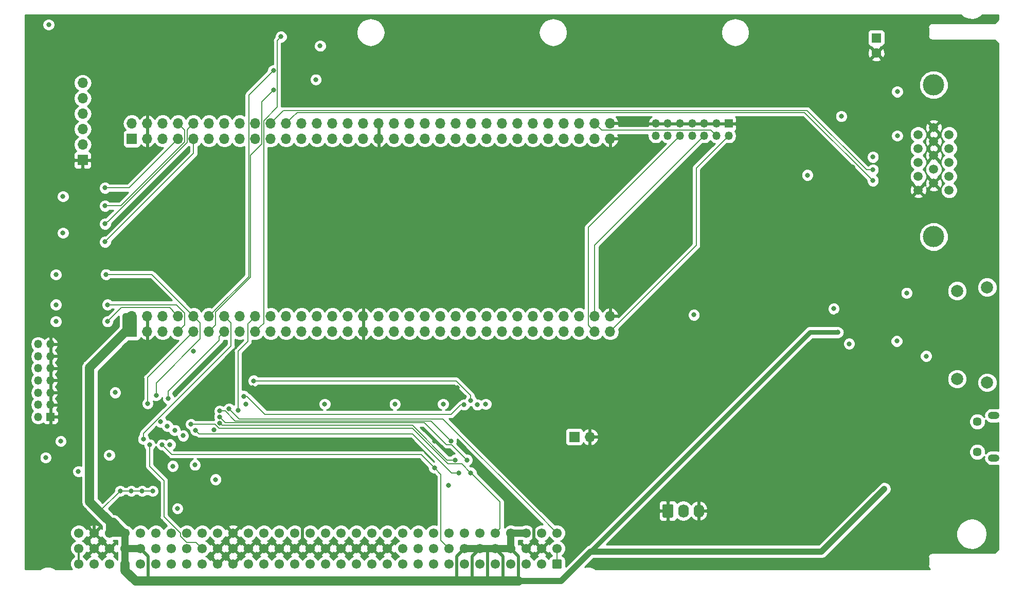
<source format=gbr>
G04 #@! TF.GenerationSoftware,KiCad,Pcbnew,5.0.2+dfsg1-1~bpo9+1*
G04 #@! TF.CreationDate,2022-02-11T12:22:13+01:00*
G04 #@! TF.ProjectId,nubus-to-ztex,6e756275-732d-4746-9f2d-7a7465782e6b,rev?*
G04 #@! TF.SameCoordinates,Original*
G04 #@! TF.FileFunction,Copper,L4,Bot*
G04 #@! TF.FilePolarity,Positive*
%FSLAX46Y46*%
G04 Gerber Fmt 4.6, Leading zero omitted, Abs format (unit mm)*
G04 Created by KiCad (PCBNEW 5.0.2+dfsg1-1~bpo9+1) date Fri Feb 11 12:22:13 2022*
%MOMM*%
%LPD*%
G01*
G04 APERTURE LIST*
G04 #@! TA.AperFunction,ComponentPad*
%ADD10R,1.350000X1.350000*%
G04 #@! TD*
G04 #@! TA.AperFunction,ComponentPad*
%ADD11O,1.350000X1.350000*%
G04 #@! TD*
G04 #@! TA.AperFunction,ComponentPad*
%ADD12C,1.450000*%
G04 #@! TD*
G04 #@! TA.AperFunction,ComponentPad*
%ADD13O,1.900000X1.200000*%
G04 #@! TD*
G04 #@! TA.AperFunction,ComponentPad*
%ADD14R,1.700000X1.700000*%
G04 #@! TD*
G04 #@! TA.AperFunction,ComponentPad*
%ADD15O,1.700000X1.700000*%
G04 #@! TD*
G04 #@! TA.AperFunction,Conductor*
%ADD16C,0.100000*%
G04 #@! TD*
G04 #@! TA.AperFunction,ComponentPad*
%ADD17C,1.740000*%
G04 #@! TD*
G04 #@! TA.AperFunction,ComponentPad*
%ADD18O,1.740000X2.200000*%
G04 #@! TD*
G04 #@! TA.AperFunction,ComponentPad*
%ADD19C,2.000000*%
G04 #@! TD*
G04 #@! TA.AperFunction,ComponentPad*
%ADD20C,1.500000*%
G04 #@! TD*
G04 #@! TA.AperFunction,ComponentPad*
%ADD21C,3.500000*%
G04 #@! TD*
G04 #@! TA.AperFunction,ComponentPad*
%ADD22R,1.600000X1.600000*%
G04 #@! TD*
G04 #@! TA.AperFunction,ComponentPad*
%ADD23C,1.600000*%
G04 #@! TD*
G04 #@! TA.AperFunction,ComponentPad*
%ADD24C,1.550000*%
G04 #@! TD*
G04 #@! TA.AperFunction,ViaPad*
%ADD25C,0.800000*%
G04 #@! TD*
G04 #@! TA.AperFunction,Conductor*
%ADD26C,0.500000*%
G04 #@! TD*
G04 #@! TA.AperFunction,Conductor*
%ADD27C,0.152400*%
G04 #@! TD*
G04 #@! TA.AperFunction,Conductor*
%ADD28C,1.200000*%
G04 #@! TD*
G04 #@! TA.AperFunction,Conductor*
%ADD29C,1.500000*%
G04 #@! TD*
G04 #@! TA.AperFunction,Conductor*
%ADD30C,1.000000*%
G04 #@! TD*
G04 #@! TA.AperFunction,Conductor*
%ADD31C,0.800000*%
G04 #@! TD*
G04 #@! TA.AperFunction,Conductor*
%ADD32C,1.600000*%
G04 #@! TD*
G04 #@! TA.AperFunction,Conductor*
%ADD33C,0.200000*%
G04 #@! TD*
G04 #@! TA.AperFunction,Conductor*
%ADD34C,0.300000*%
G04 #@! TD*
G04 #@! TA.AperFunction,Conductor*
%ADD35C,0.254000*%
G04 #@! TD*
G04 APERTURE END LIST*
D10*
G04 #@! TO.P,J2,1*
G04 #@! TO.N,GND*
X116600000Y-75800000D03*
D11*
G04 #@! TO.P,J2,2*
G04 #@! TO.N,+3V3*
X114600000Y-75800000D03*
G04 #@! TO.P,J2,3*
G04 #@! TO.N,GND*
X116600000Y-73800000D03*
G04 #@! TO.P,J2,4*
G04 #@! TO.N,CPLD_JTAG_TMS*
X114600000Y-73800000D03*
G04 #@! TO.P,J2,5*
G04 #@! TO.N,GND*
X116600000Y-71800000D03*
G04 #@! TO.P,J2,6*
G04 #@! TO.N,CPLD_JTAG_TCK*
X114600000Y-71800000D03*
G04 #@! TO.P,J2,7*
G04 #@! TO.N,GND*
X116600000Y-69800000D03*
G04 #@! TO.P,J2,8*
G04 #@! TO.N,CPLD_JTAG_TDO*
X114600000Y-69800000D03*
G04 #@! TO.P,J2,9*
G04 #@! TO.N,GND*
X116600000Y-67800000D03*
G04 #@! TO.P,J2,10*
G04 #@! TO.N,CPLD_JTAG_TDI*
X114600000Y-67800000D03*
G04 #@! TO.P,J2,11*
G04 #@! TO.N,GND*
X116600000Y-65800000D03*
G04 #@! TO.P,J2,12*
G04 #@! TO.N,Net-(J2-Pad12)*
X114600000Y-65800000D03*
G04 #@! TO.P,J2,13*
G04 #@! TO.N,GND*
X116600000Y-63800000D03*
G04 #@! TO.P,J2,14*
G04 #@! TO.N,Net-(J2-Pad14)*
X114600000Y-63800000D03*
G04 #@! TD*
D12*
G04 #@! TO.P,J6,6*
G04 #@! TO.N,SHIELD*
X269197500Y-81570000D03*
X269197500Y-76570000D03*
D13*
X271897500Y-82570000D03*
X271897500Y-75570000D03*
G04 #@! TD*
D14*
G04 #@! TO.P,J8,1*
G04 #@! TO.N,+3V3*
X202830000Y-79080000D03*
D15*
G04 #@! TO.P,J8,2*
G04 #@! TO.N,GND*
X205370000Y-79080000D03*
G04 #@! TD*
D16*
G04 #@! TO.N,GND*
G04 #@! TO.C,J7*
G36*
X218884505Y-90171204D02*
X218908773Y-90174804D01*
X218932572Y-90180765D01*
X218955671Y-90189030D01*
X218977850Y-90199520D01*
X218998893Y-90212132D01*
X219018599Y-90226747D01*
X219036777Y-90243223D01*
X219053253Y-90261401D01*
X219067868Y-90281107D01*
X219080480Y-90302150D01*
X219090970Y-90324329D01*
X219099235Y-90347428D01*
X219105196Y-90371227D01*
X219108796Y-90395495D01*
X219110000Y-90419999D01*
X219110000Y-92120001D01*
X219108796Y-92144505D01*
X219105196Y-92168773D01*
X219099235Y-92192572D01*
X219090970Y-92215671D01*
X219080480Y-92237850D01*
X219067868Y-92258893D01*
X219053253Y-92278599D01*
X219036777Y-92296777D01*
X219018599Y-92313253D01*
X218998893Y-92327868D01*
X218977850Y-92340480D01*
X218955671Y-92350970D01*
X218932572Y-92359235D01*
X218908773Y-92365196D01*
X218884505Y-92368796D01*
X218860001Y-92370000D01*
X217619999Y-92370000D01*
X217595495Y-92368796D01*
X217571227Y-92365196D01*
X217547428Y-92359235D01*
X217524329Y-92350970D01*
X217502150Y-92340480D01*
X217481107Y-92327868D01*
X217461401Y-92313253D01*
X217443223Y-92296777D01*
X217426747Y-92278599D01*
X217412132Y-92258893D01*
X217399520Y-92237850D01*
X217389030Y-92215671D01*
X217380765Y-92192572D01*
X217374804Y-92168773D01*
X217371204Y-92144505D01*
X217370000Y-92120001D01*
X217370000Y-90419999D01*
X217371204Y-90395495D01*
X217374804Y-90371227D01*
X217380765Y-90347428D01*
X217389030Y-90324329D01*
X217399520Y-90302150D01*
X217412132Y-90281107D01*
X217426747Y-90261401D01*
X217443223Y-90243223D01*
X217461401Y-90226747D01*
X217481107Y-90212132D01*
X217502150Y-90199520D01*
X217524329Y-90189030D01*
X217547428Y-90180765D01*
X217571227Y-90174804D01*
X217595495Y-90171204D01*
X217619999Y-90170000D01*
X218860001Y-90170000D01*
X218884505Y-90171204D01*
X218884505Y-90171204D01*
G37*
D17*
G04 #@! TD*
G04 #@! TO.P,J7,1*
G04 #@! TO.N,GND*
X218240000Y-91270000D03*
D18*
G04 #@! TO.P,J7,2*
G04 #@! TO.N,+5V*
X220780000Y-91270000D03*
G04 #@! TO.P,J7,3*
G04 #@! TO.N,GND*
X223320000Y-91270000D03*
G04 #@! TD*
D14*
G04 #@! TO.P,JCD1,1*
G04 #@! TO.N,Net-(JCD1-Pad1)*
X130000000Y-30000000D03*
D15*
G04 #@! TO.P,JCD1,2*
G04 #@! TO.N,Net-(JCD1-Pad2)*
X130000000Y-27460000D03*
G04 #@! TO.P,JCD1,3*
G04 #@! TO.N,GND*
X132540000Y-30000000D03*
G04 #@! TO.P,JCD1,4*
X132540000Y-27460000D03*
G04 #@! TO.P,JCD1,5*
G04 #@! TO.N,/B2B/RX*
X135080000Y-30000000D03*
G04 #@! TO.P,JCD1,6*
G04 #@! TO.N,/B2B/TX*
X135080000Y-27460000D03*
G04 #@! TO.P,JCD1,7*
G04 #@! TO.N,~ID3_3V3*
X137620000Y-30000000D03*
G04 #@! TO.P,JCD1,8*
G04 #@! TO.N,~ID2_3V3*
X137620000Y-27460000D03*
G04 #@! TO.P,JCD1,9*
G04 #@! TO.N,~ID0_3V3*
X140160000Y-30000000D03*
G04 #@! TO.P,JCD1,10*
G04 #@! TO.N,~ID1_3V3*
X140160000Y-27460000D03*
G04 #@! TO.P,JCD1,11*
G04 #@! TO.N,tmoen*
X142700000Y-30000000D03*
G04 #@! TO.P,JCD1,12*
G04 #@! TO.N,LED0*
X142700000Y-27460000D03*
G04 #@! TO.P,JCD1,13*
G04 #@! TO.N,HDMI_HPD_A*
X145240000Y-30000000D03*
G04 #@! TO.P,JCD1,14*
G04 #@! TO.N,LED1*
X145240000Y-27460000D03*
G04 #@! TO.P,JCD1,15*
G04 #@! TO.N,HDMI_SDA_A*
X147780000Y-30000000D03*
G04 #@! TO.P,JCD1,16*
G04 #@! TO.N,~CLK2X_3V3*
X147780000Y-27460000D03*
G04 #@! TO.P,JCD1,17*
G04 #@! TO.N,HDMI_SCL_A*
X150320000Y-30000000D03*
G04 #@! TO.P,JCD1,18*
G04 #@! TO.N,~TM2_3V3*
X150320000Y-27460000D03*
G04 #@! TO.P,JCD1,19*
G04 #@! TO.N,HDMI_CEC_A*
X152860000Y-30000000D03*
G04 #@! TO.P,JCD1,20*
G04 #@! TO.N,FPGA_VGA_HS*
X152860000Y-27460000D03*
G04 #@! TO.P,JCD1,21*
G04 #@! TO.N,HDMI_CLK+*
X155400000Y-30000000D03*
G04 #@! TO.P,JCD1,22*
G04 #@! TO.N,FPGA_VGA_VS*
X155400000Y-27460000D03*
G04 #@! TO.P,JCD1,23*
G04 #@! TO.N,HDMI_CLK-*
X157940000Y-30000000D03*
G04 #@! TO.P,JCD1,24*
G04 #@! TO.N,HDMI_D0-*
X157940000Y-27460000D03*
G04 #@! TO.P,JCD1,25*
G04 #@! TO.N,HDMI_D1-*
X160480000Y-30000000D03*
G04 #@! TO.P,JCD1,26*
G04 #@! TO.N,HDMI_D0+*
X160480000Y-27460000D03*
G04 #@! TO.P,JCD1,27*
G04 #@! TO.N,HDMI_D1+*
X163020000Y-30000000D03*
G04 #@! TO.P,JCD1,28*
G04 #@! TO.N,HDMI_D2-*
X163020000Y-27460000D03*
G04 #@! TO.P,JCD1,29*
G04 #@! TO.N,FPGA_VGA_CLK*
X165560000Y-30000000D03*
G04 #@! TO.P,JCD1,30*
G04 #@! TO.N,HDMI_D2+*
X165560000Y-27460000D03*
G04 #@! TO.P,JCD1,31*
G04 #@! TO.N,+3V3*
X168100000Y-30000000D03*
G04 #@! TO.P,JCD1,32*
X168100000Y-27460000D03*
G04 #@! TO.P,JCD1,33*
G04 #@! TO.N,GND*
X170640000Y-30000000D03*
G04 #@! TO.P,JCD1,34*
X170640000Y-27460000D03*
G04 #@! TO.P,JCD1,35*
G04 #@! TO.N,+3V3*
X173180000Y-30000000D03*
G04 #@! TO.P,JCD1,36*
X173180000Y-27460000D03*
G04 #@! TO.P,JCD1,37*
G04 #@! TO.N,FPGA_B7*
X175720000Y-30000000D03*
G04 #@! TO.P,JCD1,38*
G04 #@! TO.N,FPGA_R0*
X175720000Y-27460000D03*
G04 #@! TO.P,JCD1,39*
G04 #@! TO.N,FPGA_B6*
X178260000Y-30000000D03*
G04 #@! TO.P,JCD1,40*
G04 #@! TO.N,FPGA_R1*
X178260000Y-27460000D03*
G04 #@! TO.P,JCD1,41*
G04 #@! TO.N,FPGA_B5*
X180800000Y-30000000D03*
G04 #@! TO.P,JCD1,42*
G04 #@! TO.N,FPGA_R2*
X180800000Y-27460000D03*
G04 #@! TO.P,JCD1,43*
G04 #@! TO.N,FPGA_B4*
X183340000Y-30000000D03*
G04 #@! TO.P,JCD1,44*
G04 #@! TO.N,FPGA_R3*
X183340000Y-27460000D03*
G04 #@! TO.P,JCD1,45*
G04 #@! TO.N,FPGA_B3*
X185880000Y-30000000D03*
G04 #@! TO.P,JCD1,46*
G04 #@! TO.N,FPGA_R4*
X185880000Y-27460000D03*
G04 #@! TO.P,JCD1,47*
G04 #@! TO.N,FPGA_B2*
X188420000Y-30000000D03*
G04 #@! TO.P,JCD1,48*
G04 #@! TO.N,FPGA_R5*
X188420000Y-27460000D03*
G04 #@! TO.P,JCD1,49*
G04 #@! TO.N,FPGA_B1*
X190960000Y-30000000D03*
G04 #@! TO.P,JCD1,50*
G04 #@! TO.N,FPGA_R6*
X190960000Y-27460000D03*
G04 #@! TO.P,JCD1,51*
G04 #@! TO.N,FPGA_B0*
X193500000Y-30000000D03*
G04 #@! TO.P,JCD1,52*
G04 #@! TO.N,FPGA_R7*
X193500000Y-27460000D03*
G04 #@! TO.P,JCD1,53*
G04 #@! TO.N,FPGA_G7*
X196040000Y-30000000D03*
G04 #@! TO.P,JCD1,54*
G04 #@! TO.N,FPGA_G0*
X196040000Y-27460000D03*
G04 #@! TO.P,JCD1,55*
G04 #@! TO.N,FPGA_G6*
X198580000Y-30000000D03*
G04 #@! TO.P,JCD1,56*
G04 #@! TO.N,FPGA_G1*
X198580000Y-27460000D03*
G04 #@! TO.P,JCD1,57*
G04 #@! TO.N,FPGA_G5*
X201120000Y-30000000D03*
G04 #@! TO.P,JCD1,58*
G04 #@! TO.N,FPGA_G2*
X201120000Y-27460000D03*
G04 #@! TO.P,JCD1,59*
G04 #@! TO.N,FPGA_G4*
X203660000Y-30000000D03*
G04 #@! TO.P,JCD1,60*
G04 #@! TO.N,FPGA_G3*
X203660000Y-27460000D03*
G04 #@! TO.P,JCD1,61*
G04 #@! TO.N,FPGA_JTAG_TDO*
X206200000Y-30000000D03*
G04 #@! TO.P,JCD1,62*
G04 #@! TO.N,FPGA_JTAG_TMS*
X206200000Y-27460000D03*
G04 #@! TO.P,JCD1,63*
G04 #@! TO.N,GND*
X208740000Y-30000000D03*
G04 #@! TO.P,JCD1,64*
X208740000Y-27460000D03*
G04 #@! TD*
D10*
G04 #@! TO.P,J1,1*
G04 #@! TO.N,GND*
X228230000Y-27500000D03*
D11*
G04 #@! TO.P,J1,2*
G04 #@! TO.N,/B2B/JTAG_VIO*
X228230000Y-29500000D03*
G04 #@! TO.P,J1,3*
G04 #@! TO.N,GND*
X226230000Y-27500000D03*
G04 #@! TO.P,J1,4*
G04 #@! TO.N,FPGA_JTAG_TMS*
X226230000Y-29500000D03*
G04 #@! TO.P,J1,5*
G04 #@! TO.N,GND*
X224230000Y-27500000D03*
G04 #@! TO.P,J1,6*
G04 #@! TO.N,FPGA_JTAG_TCK*
X224230000Y-29500000D03*
G04 #@! TO.P,J1,7*
G04 #@! TO.N,GND*
X222230000Y-27500000D03*
G04 #@! TO.P,J1,8*
G04 #@! TO.N,FPGA_JTAG_TDO*
X222230000Y-29500000D03*
G04 #@! TO.P,J1,9*
G04 #@! TO.N,GND*
X220230000Y-27500000D03*
G04 #@! TO.P,J1,10*
G04 #@! TO.N,FPGA_JTAG_TDI*
X220230000Y-29500000D03*
G04 #@! TO.P,J1,11*
G04 #@! TO.N,GND*
X218230000Y-27500000D03*
G04 #@! TO.P,J1,12*
G04 #@! TO.N,Net-(J1-Pad12)*
X218230000Y-29500000D03*
G04 #@! TO.P,J1,13*
G04 #@! TO.N,GND*
X216230000Y-27500000D03*
G04 #@! TO.P,J1,14*
G04 #@! TO.N,Net-(J1-Pad14)*
X216230000Y-29500000D03*
G04 #@! TD*
D19*
G04 #@! TO.P,J5,SH*
G04 #@! TO.N,SHIELD*
X270800000Y-70150000D03*
X270800000Y-54450000D03*
X265850000Y-69550000D03*
X265850000Y-55050000D03*
G04 #@! TD*
D20*
G04 #@! TO.P,J9,15*
G04 #@! TO.N,Net-(J9-Pad15)*
X264540000Y-38460000D03*
G04 #@! TO.P,J9,14*
G04 #@! TO.N,/vga/VGA_VS*
X264540000Y-36170000D03*
G04 #@! TO.P,J9,13*
G04 #@! TO.N,/vga/VGA_HS*
X264540000Y-33876000D03*
G04 #@! TO.P,J9,12*
G04 #@! TO.N,Net-(J9-Pad12)*
X264540000Y-31590000D03*
G04 #@! TO.P,J9,11*
G04 #@! TO.N,Net-(J9-Pad11)*
X264540000Y-29300000D03*
G04 #@! TO.P,J9,10*
G04 #@! TO.N,GND*
X262000000Y-37320000D03*
G04 #@! TO.P,J9,9*
G04 #@! TO.N,Net-(J9-Pad9)*
X262000000Y-35030000D03*
G04 #@! TO.P,J9,8*
G04 #@! TO.N,GND*
X262000000Y-32740000D03*
G04 #@! TO.P,J9,7*
X262000000Y-30450000D03*
G04 #@! TO.P,J9,6*
X262000000Y-28160000D03*
G04 #@! TO.P,J9,5*
X259460000Y-38460000D03*
G04 #@! TO.P,J9,4*
G04 #@! TO.N,Net-(J9-Pad4)*
X259460000Y-36170000D03*
G04 #@! TO.P,J9,3*
G04 #@! TO.N,/vga/VGA_B*
X259460000Y-33880000D03*
G04 #@! TO.P,J9,2*
G04 #@! TO.N,/vga/VGA_G*
X259460000Y-31590000D03*
G04 #@! TO.P,J9,1*
G04 #@! TO.N,/vga/VGA_R*
X259460000Y-29300000D03*
D21*
G04 #@! TO.P,J9,0*
G04 #@! TO.N,SHIELD*
X262000000Y-21130000D03*
X262000000Y-46130000D03*
G04 #@! TD*
D22*
G04 #@! TO.P,C39,1*
G04 #@! TO.N,SHIELD*
X252540000Y-13380000D03*
D23*
G04 #@! TO.P,C39,2*
G04 #@! TO.N,GND*
X252540000Y-15880000D03*
G04 #@! TD*
D16*
G04 #@! TO.N,-12V*
G04 #@! TO.C,J4*
G36*
X200549505Y-99226204D02*
X200573773Y-99229804D01*
X200597572Y-99235765D01*
X200620671Y-99244030D01*
X200642850Y-99254520D01*
X200663893Y-99267132D01*
X200683599Y-99281747D01*
X200701777Y-99298223D01*
X200718253Y-99316401D01*
X200732868Y-99336107D01*
X200745480Y-99357150D01*
X200755970Y-99379329D01*
X200764235Y-99402428D01*
X200770196Y-99426227D01*
X200773796Y-99450495D01*
X200775000Y-99474999D01*
X200775000Y-100525001D01*
X200773796Y-100549505D01*
X200770196Y-100573773D01*
X200764235Y-100597572D01*
X200755970Y-100620671D01*
X200745480Y-100642850D01*
X200732868Y-100663893D01*
X200718253Y-100683599D01*
X200701777Y-100701777D01*
X200683599Y-100718253D01*
X200663893Y-100732868D01*
X200642850Y-100745480D01*
X200620671Y-100755970D01*
X200597572Y-100764235D01*
X200573773Y-100770196D01*
X200549505Y-100773796D01*
X200525001Y-100775000D01*
X199474999Y-100775000D01*
X199450495Y-100773796D01*
X199426227Y-100770196D01*
X199402428Y-100764235D01*
X199379329Y-100755970D01*
X199357150Y-100745480D01*
X199336107Y-100732868D01*
X199316401Y-100718253D01*
X199298223Y-100701777D01*
X199281747Y-100683599D01*
X199267132Y-100663893D01*
X199254520Y-100642850D01*
X199244030Y-100620671D01*
X199235765Y-100597572D01*
X199229804Y-100573773D01*
X199226204Y-100549505D01*
X199225000Y-100525001D01*
X199225000Y-99474999D01*
X199226204Y-99450495D01*
X199229804Y-99426227D01*
X199235765Y-99402428D01*
X199244030Y-99379329D01*
X199254520Y-99357150D01*
X199267132Y-99336107D01*
X199281747Y-99316401D01*
X199298223Y-99298223D01*
X199316401Y-99281747D01*
X199336107Y-99267132D01*
X199357150Y-99254520D01*
X199379329Y-99244030D01*
X199402428Y-99235765D01*
X199426227Y-99229804D01*
X199450495Y-99226204D01*
X199474999Y-99225000D01*
X200525001Y-99225000D01*
X200549505Y-99226204D01*
X200549505Y-99226204D01*
G37*
D24*
G04 #@! TD*
G04 #@! TO.P,J4,a1*
G04 #@! TO.N,-12V*
X200000000Y-100000000D03*
G04 #@! TO.P,J4,a2*
G04 #@! TO.N,SB0_5V*
X197460000Y-100000000D03*
G04 #@! TO.P,J4,a3*
G04 #@! TO.N,~SPV_5V*
X194920000Y-100000000D03*
G04 #@! TO.P,J4,a4*
G04 #@! TO.N,~SP_5V*
X192380000Y-100000000D03*
G04 #@! TO.P,J4,a5*
G04 #@! TO.N,~TM1_5V*
X189840000Y-100000000D03*
G04 #@! TO.P,J4,a6*
G04 #@! TO.N,~AD1_5V*
X187300000Y-100000000D03*
G04 #@! TO.P,J4,a7*
G04 #@! TO.N,~AD3_5V*
X184760000Y-100000000D03*
G04 #@! TO.P,J4,a8*
G04 #@! TO.N,~AD5_5V*
X182220000Y-100000000D03*
G04 #@! TO.P,J4,a9*
G04 #@! TO.N,~AD7_5V*
X179680000Y-100000000D03*
G04 #@! TO.P,J4,a10*
G04 #@! TO.N,~AD9_5V*
X177140000Y-100000000D03*
G04 #@! TO.P,J4,a11*
G04 #@! TO.N,~AD11_5V*
X174600000Y-100000000D03*
G04 #@! TO.P,J4,a12*
G04 #@! TO.N,~AD13_5V*
X172060000Y-100000000D03*
G04 #@! TO.P,J4,a13*
G04 #@! TO.N,~AD15_5V*
X169520000Y-100000000D03*
G04 #@! TO.P,J4,a14*
G04 #@! TO.N,~AD17_5V*
X166980000Y-100000000D03*
G04 #@! TO.P,J4,a15*
G04 #@! TO.N,~AD19_5V*
X164440000Y-100000000D03*
G04 #@! TO.P,J4,a16*
G04 #@! TO.N,~AD21_5V*
X161900000Y-100000000D03*
G04 #@! TO.P,J4,a17*
G04 #@! TO.N,~AD23_5V*
X159360000Y-100000000D03*
G04 #@! TO.P,J4,a18*
G04 #@! TO.N,~AD25_5V*
X156820000Y-100000000D03*
G04 #@! TO.P,J4,a19*
G04 #@! TO.N,~AD27_5V*
X154280000Y-100000000D03*
G04 #@! TO.P,J4,a20*
G04 #@! TO.N,~AD29_5V*
X151740000Y-100000000D03*
G04 #@! TO.P,J4,a21*
G04 #@! TO.N,~AD31_5V*
X149200000Y-100000000D03*
G04 #@! TO.P,J4,a22*
G04 #@! TO.N,GND*
X146660000Y-100000000D03*
G04 #@! TO.P,J4,a23*
X144120000Y-100000000D03*
G04 #@! TO.P,J4,a24*
G04 #@! TO.N,~ARB1_5V*
X141580000Y-100000000D03*
G04 #@! TO.P,J4,a25*
G04 #@! TO.N,~ARB3_5V*
X139040000Y-100000000D03*
G04 #@! TO.P,J4,a26*
G04 #@! TO.N,~ID1_5V*
X136500000Y-100000000D03*
G04 #@! TO.P,J4,a27*
G04 #@! TO.N,~ID3_5V*
X133960000Y-100000000D03*
G04 #@! TO.P,J4,a28*
G04 #@! TO.N,~ACK_5V*
X131420000Y-100000000D03*
G04 #@! TO.P,J4,a29*
G04 #@! TO.N,+5V*
X128880000Y-100000000D03*
G04 #@! TO.P,J4,a30*
G04 #@! TO.N,~RQST_5V*
X126340000Y-100000000D03*
G04 #@! TO.P,J4,a31*
G04 #@! TO.N,~NMRQ_5V*
X123800000Y-100000000D03*
G04 #@! TO.P,J4,a32*
G04 #@! TO.N,+12V*
X121260000Y-100000000D03*
G04 #@! TO.P,J4,b1*
G04 #@! TO.N,-12V*
X200000000Y-97460000D03*
G04 #@! TO.P,J4,b2*
G04 #@! TO.N,GND*
X197460000Y-97460000D03*
G04 #@! TO.P,J4,b3*
X194920000Y-97460000D03*
G04 #@! TO.P,J4,b4*
G04 #@! TO.N,+5V*
X192380000Y-97460000D03*
G04 #@! TO.P,J4,b5*
X189840000Y-97460000D03*
G04 #@! TO.P,J4,b6*
X187300000Y-97460000D03*
G04 #@! TO.P,J4,b7*
X184760000Y-97460000D03*
G04 #@! TO.P,J4,b8*
G04 #@! TO.N,~TM2_5V*
X182220000Y-97460000D03*
G04 #@! TO.P,J4,b9*
G04 #@! TO.N,~CM0_5V*
X179680000Y-97460000D03*
G04 #@! TO.P,J4,b10*
G04 #@! TO.N,~CM1_5V*
X177140000Y-97460000D03*
G04 #@! TO.P,J4,b11*
G04 #@! TO.N,~CM2_5V*
X174600000Y-97460000D03*
G04 #@! TO.P,J4,b12*
G04 #@! TO.N,GND*
X172060000Y-97460000D03*
G04 #@! TO.P,J4,b13*
X169520000Y-97460000D03*
G04 #@! TO.P,J4,b14*
X166980000Y-97460000D03*
G04 #@! TO.P,J4,b15*
X164440000Y-97460000D03*
G04 #@! TO.P,J4,b16*
X161900000Y-97460000D03*
G04 #@! TO.P,J4,b17*
X159360000Y-97460000D03*
G04 #@! TO.P,J4,b18*
X156820000Y-97460000D03*
G04 #@! TO.P,J4,b19*
X154280000Y-97460000D03*
G04 #@! TO.P,J4,b20*
X151740000Y-97460000D03*
G04 #@! TO.P,J4,b21*
X149200000Y-97460000D03*
G04 #@! TO.P,J4,b22*
X146660000Y-97460000D03*
G04 #@! TO.P,J4,b23*
X144120000Y-97460000D03*
G04 #@! TO.P,J4,b24*
G04 #@! TO.N,~CLK2X_5V*
X141580000Y-97460000D03*
G04 #@! TO.P,J4,b25*
G04 #@! TO.N,STDBYPWR*
X139040000Y-97460000D03*
G04 #@! TO.P,J4,b26*
G04 #@! TO.N,~CLK2XEN_5V*
X136500000Y-97460000D03*
G04 #@! TO.P,J4,b27*
G04 #@! TO.N,~CBUSY_5V*
X133960000Y-97460000D03*
G04 #@! TO.P,J4,b28*
G04 #@! TO.N,+5V*
X131420000Y-97460000D03*
G04 #@! TO.P,J4,b29*
X128880000Y-97460000D03*
G04 #@! TO.P,J4,b30*
G04 #@! TO.N,GND*
X126340000Y-97460000D03*
G04 #@! TO.P,J4,b31*
X123800000Y-97460000D03*
G04 #@! TO.P,J4,b32*
G04 #@! TO.N,+12V*
X121260000Y-97460000D03*
G04 #@! TO.P,J4,c1*
G04 #@! TO.N,~RESET_5V*
X200000000Y-94920000D03*
G04 #@! TO.P,J4,c2*
G04 #@! TO.N,SB1_5V*
X197460000Y-94920000D03*
G04 #@! TO.P,J4,c3*
G04 #@! TO.N,+5V*
X194920000Y-94920000D03*
G04 #@! TO.P,J4,c4*
X192380000Y-94920000D03*
G04 #@! TO.P,J4,c5*
G04 #@! TO.N,~TM0_5V*
X189840000Y-94920000D03*
G04 #@! TO.P,J4,c6*
G04 #@! TO.N,~AD0_5V*
X187300000Y-94920000D03*
G04 #@! TO.P,J4,c7*
G04 #@! TO.N,~AD2_5V*
X184760000Y-94920000D03*
G04 #@! TO.P,J4,c8*
G04 #@! TO.N,~AD4_5V*
X182220000Y-94920000D03*
G04 #@! TO.P,J4,c9*
G04 #@! TO.N,~AD6_5V*
X179680000Y-94920000D03*
G04 #@! TO.P,J4,c10*
G04 #@! TO.N,~AD8_5V*
X177140000Y-94920000D03*
G04 #@! TO.P,J4,c11*
G04 #@! TO.N,~AD10_5V*
X174600000Y-94920000D03*
G04 #@! TO.P,J4,c12*
G04 #@! TO.N,~AD12_5V*
X172060000Y-94920000D03*
G04 #@! TO.P,J4,c13*
G04 #@! TO.N,~AD14_5V*
X169520000Y-94920000D03*
G04 #@! TO.P,J4,c14*
G04 #@! TO.N,~AD16_5V*
X166980000Y-94920000D03*
G04 #@! TO.P,J4,c15*
G04 #@! TO.N,~AD18_5V*
X164440000Y-94920000D03*
G04 #@! TO.P,J4,c16*
G04 #@! TO.N,~AD20_5V*
X161900000Y-94920000D03*
G04 #@! TO.P,J4,c17*
G04 #@! TO.N,~AD22_5V*
X159360000Y-94920000D03*
G04 #@! TO.P,J4,c18*
G04 #@! TO.N,~AD24_5V*
X156820000Y-94920000D03*
G04 #@! TO.P,J4,c19*
G04 #@! TO.N,~AD26_5V*
X154280000Y-94920000D03*
G04 #@! TO.P,J4,c20*
G04 #@! TO.N,~AD28_5V*
X151740000Y-94920000D03*
G04 #@! TO.P,J4,c21*
G04 #@! TO.N,~AD30_5V*
X149200000Y-94920000D03*
G04 #@! TO.P,J4,c22*
G04 #@! TO.N,GND*
X146660000Y-94920000D03*
G04 #@! TO.P,J4,c23*
G04 #@! TO.N,~PFW_5V*
X144120000Y-94920000D03*
G04 #@! TO.P,J4,c24*
G04 #@! TO.N,~ARB0_5V*
X141580000Y-94920000D03*
G04 #@! TO.P,J4,c25*
G04 #@! TO.N,~ARB2_5V*
X139040000Y-94920000D03*
G04 #@! TO.P,J4,c26*
G04 #@! TO.N,~ID0_5V*
X136500000Y-94920000D03*
G04 #@! TO.P,J4,c27*
G04 #@! TO.N,~ID2_5V*
X133960000Y-94920000D03*
G04 #@! TO.P,J4,c28*
G04 #@! TO.N,~START_5V*
X131420000Y-94920000D03*
G04 #@! TO.P,J4,c29*
G04 #@! TO.N,+5V*
X128880000Y-94920000D03*
G04 #@! TO.P,J4,c30*
X126340000Y-94920000D03*
G04 #@! TO.P,J4,c31*
G04 #@! TO.N,GND*
X123800000Y-94920000D03*
G04 #@! TO.P,J4,c32*
G04 #@! TO.N,~CLK_5V*
X121260000Y-94920000D03*
G04 #@! TD*
D15*
G04 #@! TO.P,J3,6*
G04 #@! TO.N,Net-(J3-Pad6)*
X121900000Y-20800000D03*
G04 #@! TO.P,J3,5*
G04 #@! TO.N,/B2B/TX*
X121900000Y-23340000D03*
G04 #@! TO.P,J3,4*
G04 #@! TO.N,/B2B/RX*
X121900000Y-25880000D03*
G04 #@! TO.P,J3,3*
G04 #@! TO.N,Net-(J3-Pad3)*
X121900000Y-28420000D03*
G04 #@! TO.P,J3,2*
G04 #@! TO.N,Net-(J3-Pad2)*
X121900000Y-30960000D03*
D14*
G04 #@! TO.P,J3,1*
G04 #@! TO.N,GND*
X121900000Y-33500000D03*
G04 #@! TD*
D15*
G04 #@! TO.P,JAB1,64*
G04 #@! TO.N,GND*
X208740000Y-59210000D03*
G04 #@! TO.P,JAB1,63*
G04 #@! TO.N,/B2B/JTAG_VIO*
X208740000Y-61750000D03*
G04 #@! TO.P,JAB1,62*
G04 #@! TO.N,FPGA_JTAG_TCK*
X206200000Y-59210000D03*
G04 #@! TO.P,JAB1,61*
G04 #@! TO.N,FPGA_JTAG_TDI*
X206200000Y-61750000D03*
G04 #@! TO.P,JAB1,60*
G04 #@! TO.N,USBH0_D-*
X203660000Y-59210000D03*
G04 #@! TO.P,JAB1,59*
G04 #@! TO.N,USBH0_D+*
X203660000Y-61750000D03*
G04 #@! TO.P,JAB1,58*
G04 #@! TO.N,~AD0_3V3*
X201120000Y-59210000D03*
G04 #@! TO.P,JAB1,57*
G04 #@! TO.N,~AD1_3V3*
X201120000Y-61750000D03*
G04 #@! TO.P,JAB1,56*
G04 #@! TO.N,~AD2_3V3*
X198580000Y-59210000D03*
G04 #@! TO.P,JAB1,55*
G04 #@! TO.N,~AD3_3V3*
X198580000Y-61750000D03*
G04 #@! TO.P,JAB1,54*
G04 #@! TO.N,~AD4_3V3*
X196040000Y-59210000D03*
G04 #@! TO.P,JAB1,53*
G04 #@! TO.N,~AD5_3V3*
X196040000Y-61750000D03*
G04 #@! TO.P,JAB1,52*
G04 #@! TO.N,~AD6_3V3*
X193500000Y-59210000D03*
G04 #@! TO.P,JAB1,51*
G04 #@! TO.N,~AD7_3V3*
X193500000Y-61750000D03*
G04 #@! TO.P,JAB1,50*
G04 #@! TO.N,~AD8_3V3*
X190960000Y-59210000D03*
G04 #@! TO.P,JAB1,49*
G04 #@! TO.N,~AD9_3V3*
X190960000Y-61750000D03*
G04 #@! TO.P,JAB1,48*
G04 #@! TO.N,~AD10_3V3*
X188420000Y-59210000D03*
G04 #@! TO.P,JAB1,47*
G04 #@! TO.N,~AD11_3V3*
X188420000Y-61750000D03*
G04 #@! TO.P,JAB1,46*
G04 #@! TO.N,~AD12_3V3*
X185880000Y-59210000D03*
G04 #@! TO.P,JAB1,45*
G04 #@! TO.N,~AD13_3V3*
X185880000Y-61750000D03*
G04 #@! TO.P,JAB1,44*
G04 #@! TO.N,~AD14_3V3*
X183340000Y-59210000D03*
G04 #@! TO.P,JAB1,43*
G04 #@! TO.N,~AD15_3V3*
X183340000Y-61750000D03*
G04 #@! TO.P,JAB1,42*
G04 #@! TO.N,~AD16_3V3*
X180800000Y-59210000D03*
G04 #@! TO.P,JAB1,41*
G04 #@! TO.N,~AD17_3V3*
X180800000Y-61750000D03*
G04 #@! TO.P,JAB1,40*
G04 #@! TO.N,~AD18_3V3*
X178260000Y-59210000D03*
G04 #@! TO.P,JAB1,39*
G04 #@! TO.N,~AD19_3V3*
X178260000Y-61750000D03*
G04 #@! TO.P,JAB1,38*
G04 #@! TO.N,~AD20_3V3*
X175720000Y-59210000D03*
G04 #@! TO.P,JAB1,37*
G04 #@! TO.N,~AD21_3V3*
X175720000Y-61750000D03*
G04 #@! TO.P,JAB1,36*
G04 #@! TO.N,~AD22_3V3*
X173180000Y-59210000D03*
G04 #@! TO.P,JAB1,35*
G04 #@! TO.N,~AD23_3V3*
X173180000Y-61750000D03*
G04 #@! TO.P,JAB1,34*
G04 #@! TO.N,+3V3*
X170640000Y-59210000D03*
G04 #@! TO.P,JAB1,33*
X170640000Y-61750000D03*
G04 #@! TO.P,JAB1,32*
G04 #@! TO.N,GND*
X168100000Y-59210000D03*
G04 #@! TO.P,JAB1,31*
X168100000Y-61750000D03*
G04 #@! TO.P,JAB1,30*
G04 #@! TO.N,+3V3*
X165560000Y-59210000D03*
G04 #@! TO.P,JAB1,29*
X165560000Y-61750000D03*
G04 #@! TO.P,JAB1,28*
G04 #@! TO.N,~AD24_3V3*
X163020000Y-59210000D03*
G04 #@! TO.P,JAB1,27*
G04 #@! TO.N,NUBUS_OE*
X163020000Y-61750000D03*
G04 #@! TO.P,JAB1,26*
G04 #@! TO.N,~AD26_3V3*
X160480000Y-59210000D03*
G04 #@! TO.P,JAB1,25*
G04 #@! TO.N,~AD25_3V3*
X160480000Y-61750000D03*
G04 #@! TO.P,JAB1,24*
G04 #@! TO.N,~AD28_3V3*
X157940000Y-59210000D03*
G04 #@! TO.P,JAB1,23*
G04 #@! TO.N,~AD27_3V3*
X157940000Y-61750000D03*
G04 #@! TO.P,JAB1,22*
G04 #@! TO.N,~AD30_3V3*
X155400000Y-59210000D03*
G04 #@! TO.P,JAB1,21*
G04 #@! TO.N,~AD29_3V3*
X155400000Y-61750000D03*
G04 #@! TO.P,JAB1,20*
G04 #@! TO.N,~CLK_3V3*
X152860000Y-59210000D03*
G04 #@! TO.P,JAB1,19*
G04 #@! TO.N,~AD31_3V3*
X152860000Y-61750000D03*
G04 #@! TO.P,JAB1,18*
G04 #@! TO.N,NUBUS_AD_DIR*
X150320000Y-59210000D03*
G04 #@! TO.P,JAB1,17*
G04 #@! TO.N,~RESET_3V3*
X150320000Y-61750000D03*
G04 #@! TO.P,JAB1,16*
G04 #@! TO.N,fpga_to_cpld_signal_2*
X147780000Y-59210000D03*
G04 #@! TO.P,JAB1,15*
G04 #@! TO.N,NUBUS_MASTER_DIR*
X147780000Y-61750000D03*
G04 #@! TO.P,JAB1,14*
G04 #@! TO.N,fpga_to_cpld_clk*
X145240000Y-59210000D03*
G04 #@! TO.P,JAB1,13*
G04 #@! TO.N,fpga_to_cpld_signal*
X145240000Y-61750000D03*
G04 #@! TO.P,JAB1,12*
G04 #@! TO.N,ARB*
X142700000Y-59210000D03*
G04 #@! TO.P,JAB1,11*
G04 #@! TO.N,GRANT*
X142700000Y-61750000D03*
G04 #@! TO.P,JAB1,10*
G04 #@! TO.N,~ACK_3V3*
X140160000Y-59210000D03*
G04 #@! TO.P,JAB1,9*
G04 #@! TO.N,~START_3V3*
X140160000Y-61750000D03*
G04 #@! TO.P,JAB1,8*
G04 #@! TO.N,~TM1_3V3*
X137620000Y-59210000D03*
G04 #@! TO.P,JAB1,7*
G04 #@! TO.N,~TM0_3V3*
X137620000Y-61750000D03*
G04 #@! TO.P,JAB1,6*
G04 #@! TO.N,~NMRQ_3V3*
X135080000Y-59210000D03*
G04 #@! TO.P,JAB1,5*
G04 #@! TO.N,~RQST_3V3*
X135080000Y-61750000D03*
G04 #@! TO.P,JAB1,4*
G04 #@! TO.N,GND*
X132540000Y-59210000D03*
G04 #@! TO.P,JAB1,3*
X132540000Y-61750000D03*
G04 #@! TO.P,JAB1,2*
G04 #@! TO.N,+5V*
X130000000Y-59210000D03*
D14*
G04 #@! TO.P,JAB1,1*
X130000000Y-61750000D03*
G04 #@! TD*
D25*
G04 #@! TO.N,GND*
X137500000Y-89312500D03*
X256220000Y-61875000D03*
X128980000Y-79260000D03*
X246250000Y-22250000D03*
X252900000Y-82730000D03*
X256000000Y-31500000D03*
X251500000Y-23100000D03*
X252380000Y-61875000D03*
X256000000Y-33300000D03*
X262640000Y-79355000D03*
X149900000Y-71000000D03*
X117200000Y-84780000D03*
X189500000Y-71000000D03*
X243770000Y-35180000D03*
X125750000Y-73500000D03*
X115200000Y-87480000D03*
X145400000Y-88100000D03*
X255250000Y-27250000D03*
X242870000Y-30170000D03*
X248840000Y-40287500D03*
X139300000Y-87450000D03*
X155357500Y-79750000D03*
X148200000Y-86800000D03*
X141650000Y-14352500D03*
X256010000Y-87920000D03*
X127100000Y-70212500D03*
X179857500Y-79750000D03*
X115200000Y-90730000D03*
X263200000Y-67357500D03*
X145300000Y-90050000D03*
X224140000Y-96000000D03*
X248670000Y-34670001D03*
X146500000Y-80800000D03*
X194857500Y-79750000D03*
X168357500Y-79750000D03*
X163000000Y-71000000D03*
X137200000Y-72100000D03*
X267730000Y-79355000D03*
X267720000Y-77180000D03*
X233600000Y-36600000D03*
X267000000Y-65550000D03*
X140550000Y-75950000D03*
X174500000Y-71000000D03*
X135152523Y-83900000D03*
X247020000Y-29510000D03*
X267000000Y-58050000D03*
X255500000Y-58625000D03*
X255040000Y-53812500D03*
X248890000Y-16170000D03*
X115200000Y-89430000D03*
X186450000Y-79750000D03*
X183600000Y-71000000D03*
X116300000Y-16437500D03*
X246062500Y-59100000D03*
X267000000Y-61050000D03*
X244180000Y-99750000D03*
X236450000Y-82730000D03*
X254302500Y-45750000D03*
X230600000Y-64600000D03*
X170640000Y-21260000D03*
X115850000Y-48950000D03*
X158100000Y-92000000D03*
X196200000Y-92480000D03*
X196200000Y-89100000D03*
X123800000Y-93000000D03*
G04 #@! TO.N,+3V3*
X256000000Y-22250000D03*
X140112500Y-65000000D03*
X143500000Y-77950000D03*
X127250000Y-71787500D03*
X252000000Y-33000000D03*
X117503601Y-60080000D03*
X117503601Y-52370000D03*
X256000000Y-29500000D03*
X248080000Y-63750000D03*
X117503601Y-57330000D03*
X161750000Y-73687500D03*
X222537500Y-59000000D03*
X148750000Y-73687500D03*
X257550000Y-55387500D03*
X173300000Y-73700000D03*
X160287500Y-20250000D03*
X241210000Y-35980000D03*
X246800000Y-26300000D03*
X118665134Y-45500000D03*
X118665134Y-39500000D03*
X137500000Y-90887500D03*
X245550000Y-57975000D03*
X136727523Y-83900000D03*
X188250000Y-73687500D03*
X161000000Y-14700000D03*
X121200000Y-84780000D03*
X181250000Y-73687500D03*
X116300000Y-11212500D03*
X182100000Y-87100000D03*
X118300000Y-79800000D03*
X115812500Y-82500000D03*
X126287500Y-82100000D03*
X143787500Y-86100000D03*
X140387500Y-83700000D03*
G04 #@! TO.N,+5V*
X253850000Y-87660000D03*
X246230000Y-61872500D03*
X131697842Y-88000000D03*
X129897842Y-88000000D03*
X128097842Y-88000000D03*
X133421568Y-88014972D03*
X220840000Y-97970000D03*
G04 #@! TO.N,~RESET_5V*
X146000000Y-74450000D03*
G04 #@! TO.N,~TM1_5V*
X140500000Y-78000000D03*
X183850000Y-85000000D03*
G04 #@! TO.N,~TM2_5V*
X186900000Y-73800000D03*
X134960000Y-80370000D03*
X179800000Y-84200000D03*
G04 #@! TO.N,~TM0_5V*
X139750000Y-77000000D03*
X185800000Y-85000000D03*
G04 #@! TO.N,~ID3_3V3*
X125600000Y-38077042D03*
G04 #@! TO.N,~ID2_3V3*
X125600000Y-41043708D03*
G04 #@! TO.N,~ID1_3V3*
X125600000Y-44010374D03*
G04 #@! TO.N,~ID0_3V3*
X125600000Y-46977042D03*
G04 #@! TO.N,~CLK2X_5V*
X132920000Y-80370000D03*
G04 #@! TO.N,~START_3V3*
X132600000Y-73600000D03*
G04 #@! TO.N,~ACK_3V3*
X125750000Y-52344020D03*
X134000000Y-72250000D03*
G04 #@! TO.N,~RESET_3V3*
X154562500Y-13200000D03*
G04 #@! TO.N,~TM0_3V3*
X126000000Y-57330000D03*
G04 #@! TO.N,~TM1_3V3*
X126000000Y-60080000D03*
G04 #@! TO.N,FPGA_VGA_HS*
X252000000Y-35100000D03*
G04 #@! TO.N,FPGA_VGA_VS*
X252000000Y-36900000D03*
G04 #@! TO.N,HDMI_5V*
X255920000Y-63320000D03*
X260760000Y-65782500D03*
G04 #@! TO.N,ARB*
X153300000Y-18750000D03*
G04 #@! TO.N,NUBUS_AD_DIR*
X147500000Y-74750000D03*
G04 #@! TO.N,CPLD_JTAG_TDI*
X134750000Y-76600000D03*
G04 #@! TO.N,CPLD_JTAG_TDO*
X135850000Y-77300000D03*
G04 #@! TO.N,CPLD_JTAG_TMS*
X138450000Y-78900000D03*
G04 #@! TO.N,CPLD_JTAG_TCK*
X137050000Y-78000000D03*
G04 #@! TO.N,fpga_to_cpld_clk*
X131900000Y-79450000D03*
G04 #@! TO.N,GRANT*
X153300000Y-22000000D03*
G04 #@! TO.N,fpga_to_cpld_signal*
X136000000Y-72770000D03*
G04 #@! TO.N,TMx_oe_n*
X144450000Y-74800000D03*
X182550000Y-79750000D03*
G04 #@! TO.N,TM1_n_o*
X183200000Y-82900000D03*
X144450000Y-76800000D03*
G04 #@! TO.N,TM0_n_o*
X144450000Y-75800000D03*
X185150000Y-82900000D03*
G04 #@! TO.N,TM2_o_n*
X150050000Y-69860000D03*
X185800000Y-73100000D03*
G04 #@! TO.N,TM2_oe_n*
X136280000Y-80360000D03*
X184700000Y-73800000D03*
X148400000Y-72400000D03*
G04 #@! TD*
D26*
G04 #@! TO.N,GND*
X159360000Y-97460000D02*
X158100000Y-96200000D01*
X158100000Y-96200000D02*
X158100000Y-92000000D01*
D27*
X158080000Y-96200000D02*
X158100000Y-96200000D01*
D26*
X156820000Y-97460000D02*
X158080000Y-96200000D01*
X197460000Y-97460000D02*
X196200000Y-96200000D01*
X196200000Y-96200000D02*
X196200000Y-92490000D01*
D27*
X196180000Y-96200000D02*
X196200000Y-96200000D01*
D26*
X194920000Y-97460000D02*
X196180000Y-96200000D01*
X123800000Y-93823985D02*
X123800000Y-93000000D01*
X123800000Y-94920000D02*
X123800000Y-93823985D01*
D27*
G04 #@! TO.N,/B2B/JTAG_VIO*
X209589999Y-60900001D02*
X208740000Y-61750000D01*
X222921399Y-34808601D02*
X222921399Y-47568601D01*
X222921399Y-47568601D02*
X209589999Y-60900001D01*
X228230000Y-29500000D02*
X222921399Y-34808601D01*
D28*
G04 #@! TO.N,+5V*
X189840000Y-97460000D02*
X192380000Y-97460000D01*
D29*
X128880000Y-100000000D02*
X128880000Y-101096015D01*
X128880000Y-101096015D02*
X130633985Y-102850000D01*
X130633985Y-102850000D02*
X131730000Y-102850000D01*
D26*
X184760000Y-97460000D02*
X183500000Y-98720000D01*
D28*
X187300000Y-97460000D02*
X184760000Y-97460000D01*
X192380000Y-94920000D02*
X192380000Y-97460000D01*
X194920000Y-94920000D02*
X192380000Y-94920000D01*
X130000000Y-61750000D02*
X128998000Y-61750000D01*
D29*
X123050000Y-67697600D02*
X123050000Y-86540000D01*
X123050000Y-89750000D02*
X124930000Y-91630000D01*
X123050000Y-88000000D02*
X123050000Y-89750000D01*
X123050000Y-86540000D02*
X123050000Y-88000000D01*
D30*
X243540000Y-97970000D02*
X253850000Y-87660000D01*
X220840000Y-97970000D02*
X243540000Y-97970000D01*
D31*
X241617500Y-61872500D02*
X205520000Y-97970000D01*
X246230000Y-61872500D02*
X241617500Y-61872500D01*
D30*
X220840000Y-97970000D02*
X205520000Y-97970000D01*
D28*
X126340000Y-94920000D02*
X126340000Y-93040000D01*
D29*
X126340000Y-93040000D02*
X124930000Y-91630000D01*
X127897927Y-62850000D02*
X123050000Y-67697600D01*
X128998000Y-61750000D02*
X127897927Y-62850000D01*
D32*
X130000000Y-61750000D02*
X130000000Y-59210000D01*
D30*
X128998000Y-61750000D02*
X128998000Y-59252000D01*
X129040000Y-59210000D02*
X130000000Y-59210000D01*
X128998000Y-59252000D02*
X129040000Y-59210000D01*
X200640000Y-102850000D02*
X205520000Y-97970000D01*
D27*
X183500000Y-102800000D02*
X183450000Y-102850000D01*
D26*
X183500000Y-98720000D02*
X183500000Y-102800000D01*
D30*
X193650000Y-102850000D02*
X200640000Y-102850000D01*
D26*
X193650000Y-98730000D02*
X192380000Y-97460000D01*
D27*
X131712814Y-88014972D02*
X131697842Y-88000000D01*
X133421568Y-88014972D02*
X131712814Y-88014972D01*
X131697842Y-88000000D02*
X129897842Y-88000000D01*
X129897842Y-88000000D02*
X128097842Y-88000000D01*
X124930000Y-91167842D02*
X124930000Y-91630000D01*
X128097842Y-88000000D02*
X124930000Y-91167842D01*
D28*
X128880000Y-97460000D02*
X131420000Y-97460000D01*
X128880000Y-97460000D02*
X128880000Y-100000000D01*
X128880000Y-94920000D02*
X128880000Y-97460000D01*
D26*
X193650000Y-101600000D02*
X193650000Y-98730000D01*
X193650000Y-101600000D02*
X193650000Y-102850000D01*
X187300000Y-97460000D02*
X186025000Y-98735000D01*
D27*
X186025000Y-102825000D02*
X186050000Y-102850000D01*
D26*
X186025000Y-98735000D02*
X186025000Y-102825000D01*
D29*
X183450000Y-102850000D02*
X186050000Y-102850000D01*
D26*
X189840000Y-97460000D02*
X191100000Y-98720000D01*
X191100000Y-98720000D02*
X191100000Y-102650000D01*
D27*
X191100000Y-102650000D02*
X191300000Y-102850000D01*
D29*
X191300000Y-102850000D02*
X193650000Y-102850000D01*
D28*
X188396015Y-97460000D02*
X189840000Y-97460000D01*
X187300000Y-97460000D02*
X188396015Y-97460000D01*
D27*
X188575000Y-97638985D02*
X188396015Y-97460000D01*
D26*
X188575000Y-102850000D02*
X188575000Y-97638985D01*
D29*
X186050000Y-102850000D02*
X188575000Y-102850000D01*
X188575000Y-102850000D02*
X191300000Y-102850000D01*
D26*
X132675000Y-98715000D02*
X132675000Y-102850000D01*
X131420000Y-97460000D02*
X132675000Y-98715000D01*
D29*
X132675000Y-102850000D02*
X131730000Y-102850000D01*
X183450000Y-102850000D02*
X132675000Y-102850000D01*
D28*
X127600000Y-94920000D02*
X128880000Y-94920000D01*
X126340000Y-94920000D02*
X127600000Y-94920000D01*
X127000000Y-93040000D02*
X126340000Y-93040000D01*
D27*
X127585000Y-93675000D02*
X127635000Y-93675000D01*
D28*
X127635000Y-93675000D02*
X127000000Y-93040000D01*
X126340000Y-94920000D02*
X127585000Y-93675000D01*
X128880000Y-94920000D02*
X127635000Y-93675000D01*
D33*
G04 #@! TO.N,-12V*
X200000000Y-99125000D02*
X200000000Y-97460000D01*
X200000000Y-100000000D02*
X200000000Y-99125000D01*
D27*
G04 #@! TO.N,~RESET_5V*
X196580000Y-91500000D02*
X200000000Y-94920000D01*
X181229999Y-76149999D02*
X196580000Y-91500000D01*
X147699999Y-76149999D02*
X181229999Y-76149999D01*
X146000000Y-74450000D02*
X147699999Y-76149999D01*
G04 #@! TO.N,~TM1_5V*
X141078601Y-78578601D02*
X176218601Y-78578601D01*
X140500000Y-78000000D02*
X141078601Y-78578601D01*
X182640000Y-85000000D02*
X183850000Y-85000000D01*
X176218601Y-78578601D02*
X182640000Y-85000000D01*
D34*
G04 #@! TO.N,+12V*
X121260000Y-97460000D02*
X121260000Y-100000000D01*
D27*
G04 #@! TO.N,~TM2_5V*
X136590000Y-82000000D02*
X177600000Y-82000000D01*
X134960000Y-80370000D02*
X136590000Y-82000000D01*
X177600000Y-82000000D02*
X179800000Y-84200000D01*
X180900000Y-96140000D02*
X182220000Y-97460000D01*
X180900000Y-85300000D02*
X180900000Y-96140000D01*
X179800000Y-84200000D02*
X180900000Y-85300000D01*
G04 #@! TO.N,~TM0_5V*
X190614999Y-89814999D02*
X186199999Y-85399999D01*
X190614999Y-94145001D02*
X190614999Y-89814999D01*
X186199999Y-85399999D02*
X185800000Y-85000000D01*
X189840000Y-94920000D02*
X190614999Y-94145001D01*
X184328601Y-83528601D02*
X185800000Y-85000000D01*
X182028601Y-83528601D02*
X184328601Y-83528601D01*
X139750000Y-77000000D02*
X143719670Y-77000000D01*
X143719670Y-77000000D02*
X144399670Y-77680000D01*
X144399670Y-77680000D02*
X176180000Y-77680000D01*
X176180000Y-77680000D02*
X182028601Y-83528601D01*
G04 #@! TO.N,~ID3_3V3*
X129542958Y-38077042D02*
X137620000Y-30000000D01*
X125600000Y-38077042D02*
X129542958Y-38077042D01*
G04 #@! TO.N,~ID2_3V3*
X138469999Y-28309999D02*
X137620000Y-27460000D01*
X125600000Y-41043708D02*
X128172622Y-41043708D01*
X128172622Y-41043708D02*
X138698601Y-30517729D01*
X138698601Y-30517729D02*
X138698601Y-28538601D01*
X138698601Y-28538601D02*
X138469999Y-28309999D01*
G04 #@! TO.N,~ID1_3V3*
X139081399Y-28538601D02*
X139310001Y-28309999D01*
X139081399Y-30565997D02*
X139081399Y-28538601D01*
X126037021Y-43610375D02*
X139081399Y-30565997D01*
X125999999Y-43610375D02*
X126037021Y-43610375D01*
X139310001Y-28309999D02*
X140160000Y-27460000D01*
X125600000Y-44010374D02*
X125999999Y-43610375D01*
G04 #@! TO.N,~ID0_3V3*
X140160000Y-32417042D02*
X140160000Y-30000000D01*
X125600000Y-46977042D02*
X140160000Y-32417042D01*
G04 #@! TO.N,~CLK2X_5V*
X132920000Y-80370000D02*
X132920000Y-83920000D01*
X132920000Y-83920000D02*
X135300000Y-86300000D01*
X140805001Y-96685001D02*
X141580000Y-97460000D01*
X140576399Y-96456399D02*
X140805001Y-96685001D01*
X139056399Y-96456399D02*
X140576399Y-96456399D01*
X138036399Y-95436399D02*
X139056399Y-96456399D01*
X138036399Y-94971069D02*
X138036399Y-95436399D01*
X135300000Y-92234670D02*
X138036399Y-94971069D01*
X135300000Y-86300000D02*
X135300000Y-92234670D01*
G04 #@! TO.N,~START_3V3*
X132600000Y-69310000D02*
X140160000Y-61750000D01*
X132600000Y-73600000D02*
X132600000Y-69310000D01*
G04 #@! TO.N,~ACK_3V3*
X133294020Y-52344020D02*
X140160000Y-59210000D01*
X125750000Y-52344020D02*
X133294020Y-52344020D01*
X141238601Y-60288601D02*
X141009999Y-60059999D01*
X141238601Y-62943569D02*
X141238601Y-60288601D01*
X134000000Y-70182170D02*
X141238601Y-62943569D01*
X134000000Y-72250000D02*
X134000000Y-70182170D01*
X141009999Y-60059999D02*
X140160000Y-59210000D01*
G04 #@! TO.N,~RESET_3V3*
X151169999Y-60900001D02*
X150320000Y-61750000D01*
X151703411Y-60366589D02*
X151169999Y-60900001D01*
X151703411Y-27020259D02*
X151703411Y-60366589D01*
X153928601Y-24795069D02*
X151703411Y-27020259D01*
X153928601Y-13833899D02*
X153928601Y-24795069D01*
X154562500Y-13200000D02*
X153928601Y-13833899D01*
G04 #@! TO.N,~TM0_3V3*
X138469999Y-60900001D02*
X137620000Y-61750000D01*
X138698601Y-60671399D02*
X138469999Y-60900001D01*
X138698601Y-58692271D02*
X138698601Y-60671399D01*
X137336330Y-57330000D02*
X138698601Y-58692271D01*
X126000000Y-57330000D02*
X137336330Y-57330000D01*
G04 #@! TO.N,~TM1_3V3*
X136770001Y-58360001D02*
X137620000Y-59210000D01*
X136541399Y-58131399D02*
X136770001Y-58360001D01*
X126000000Y-60080000D02*
X128280000Y-57800000D01*
X136210000Y-57800000D02*
X137620000Y-59210000D01*
X128280000Y-57800000D02*
X136210000Y-57800000D01*
G04 #@! TO.N,FPGA_VGA_HS*
X241166257Y-25345191D02*
X250921066Y-35100000D01*
X154974809Y-25345191D02*
X241166257Y-25345191D01*
X250921066Y-35100000D02*
X252000000Y-35100000D01*
X152860000Y-27460000D02*
X154974809Y-25345191D01*
G04 #@! TO.N,FPGA_VGA_VS*
X156249999Y-26610001D02*
X155400000Y-27460000D01*
X156430000Y-26430000D02*
X157210000Y-25650000D01*
X156430000Y-26430000D02*
X156249999Y-26610001D01*
X156508600Y-26351400D02*
X156430000Y-26430000D01*
X240750000Y-25650000D02*
X252000000Y-36900000D01*
X157210000Y-25650000D02*
X240750000Y-25650000D01*
G04 #@! TO.N,ARB*
X143549999Y-58360001D02*
X142700000Y-59210000D01*
X149241399Y-52668601D02*
X143549999Y-58360001D01*
X149241399Y-22808601D02*
X149241399Y-52668601D01*
X153300000Y-18750000D02*
X149241399Y-22808601D01*
G04 #@! TO.N,NUBUS_AD_DIR*
X150320000Y-59210000D02*
X149241399Y-60288601D01*
X147500000Y-74750000D02*
X147500000Y-65000000D01*
X147500000Y-65000000D02*
X149100000Y-63400000D01*
X149100000Y-60430000D02*
X149241399Y-60288601D01*
X149100000Y-63400000D02*
X149100000Y-60430000D01*
G04 #@! TO.N,FPGA_JTAG_TCK*
X206200000Y-47530000D02*
X224230000Y-29500000D01*
X206200000Y-59210000D02*
X206200000Y-47530000D01*
G04 #@! TO.N,FPGA_JTAG_TDI*
X205350001Y-60900001D02*
X206200000Y-61750000D01*
X205121399Y-60671399D02*
X205350001Y-60900001D01*
X205121399Y-44608601D02*
X205121399Y-60671399D01*
X220230000Y-29500000D02*
X205121399Y-44608601D01*
G04 #@! TO.N,FPGA_JTAG_TMS*
X206200000Y-27460000D02*
X207340000Y-28600000D01*
X225555001Y-28825001D02*
X226230000Y-29500000D01*
X207343601Y-28596399D02*
X225326399Y-28596399D01*
X225326399Y-28596399D02*
X225555001Y-28825001D01*
X207340000Y-28600000D02*
X207343601Y-28596399D01*
G04 #@! TO.N,fpga_to_cpld_clk*
X146318601Y-60288601D02*
X145240000Y-59210000D01*
X146318601Y-64101069D02*
X146318601Y-60288601D01*
X131900000Y-78519670D02*
X146318601Y-64101069D01*
X131900000Y-79450000D02*
X131900000Y-78519670D01*
G04 #@! TO.N,GRANT*
X143778601Y-60671399D02*
X142700000Y-61750000D01*
X143778601Y-58562465D02*
X143778601Y-60671399D01*
X149546209Y-52794857D02*
X143778601Y-58562465D01*
X153300000Y-22000000D02*
X151398601Y-23901399D01*
X151398601Y-23901399D02*
X151398601Y-30831399D01*
X151398601Y-30831399D02*
X149546209Y-32683791D01*
X149546209Y-32683791D02*
X149546209Y-52794857D01*
G04 #@! TO.N,fpga_to_cpld_signal*
X144390001Y-62599999D02*
X145240000Y-61750000D01*
X136000000Y-72770000D02*
X136000000Y-71559670D01*
X144390001Y-63169669D02*
X144390001Y-62599999D01*
X136000000Y-71559670D02*
X144390001Y-63169669D01*
G04 #@! TO.N,TMx_oe_n*
X179254809Y-76454809D02*
X147004809Y-76454809D01*
X182550000Y-79750000D02*
X179254809Y-76454809D01*
X145350000Y-74800000D02*
X144450000Y-74800000D01*
X147004809Y-76454809D02*
X145350000Y-74800000D01*
G04 #@! TO.N,TM1_n_o*
X144849999Y-77199999D02*
X144450000Y-76800000D01*
X176177171Y-77199999D02*
X144849999Y-77199999D01*
X181877172Y-82900000D02*
X176177171Y-77199999D01*
X183200000Y-82900000D02*
X181877172Y-82900000D01*
G04 #@! TO.N,TM0_n_o*
X185150000Y-82900000D02*
X182628601Y-80378601D01*
X178181018Y-76759619D02*
X181800000Y-80378601D01*
X145409619Y-76759619D02*
X178181018Y-76759619D01*
X144450000Y-75800000D02*
X145409619Y-76759619D01*
X182628601Y-80378601D02*
X181800000Y-80378601D01*
G04 #@! TO.N,TM2_o_n*
X185800000Y-72269670D02*
X185800000Y-72534315D01*
X183390330Y-69860000D02*
X185800000Y-72269670D01*
X185800000Y-72534315D02*
X185800000Y-73100000D01*
X150050000Y-69860000D02*
X183390330Y-69860000D01*
G04 #@! TO.N,TM2_oe_n*
X184134315Y-73800000D02*
X184700000Y-73800000D01*
X148400000Y-72400000D02*
X148965685Y-72400000D01*
X148965685Y-72400000D02*
X151944286Y-75378601D01*
X151944286Y-75378601D02*
X182555714Y-75378601D01*
X182555714Y-75378601D02*
X184134315Y-73800000D01*
G04 #@! TD*
D35*
G04 #@! TO.N,GND*
G36*
X267006490Y-10027638D02*
X267708098Y-10299069D01*
X268458502Y-10352201D01*
X269191355Y-10182335D01*
X269841864Y-9804489D01*
X270005933Y-9627000D01*
X272620001Y-9627000D01*
X272620001Y-10385908D01*
X272085910Y-10920000D01*
X261869926Y-10920000D01*
X261800000Y-10906091D01*
X261730075Y-10920000D01*
X261730074Y-10920000D01*
X261522972Y-10961195D01*
X261288119Y-11118119D01*
X261131195Y-11352972D01*
X261076091Y-11630000D01*
X261090001Y-11699930D01*
X261090000Y-12960074D01*
X261076091Y-13030000D01*
X261131195Y-13307028D01*
X261288119Y-13541881D01*
X261522972Y-13698805D01*
X261800000Y-13753909D01*
X261869925Y-13740000D01*
X272085910Y-13740000D01*
X272620001Y-14274093D01*
X272620000Y-74384900D01*
X272369136Y-74335000D01*
X271425864Y-74335000D01*
X271065627Y-74406656D01*
X270657115Y-74679615D01*
X270384156Y-75088127D01*
X270288305Y-75570000D01*
X270329890Y-75779060D01*
X269967878Y-75417048D01*
X269468021Y-75210000D01*
X268926979Y-75210000D01*
X268427122Y-75417048D01*
X268044548Y-75799622D01*
X267837500Y-76299479D01*
X267837500Y-76840521D01*
X268044548Y-77340378D01*
X268427122Y-77722952D01*
X268926979Y-77930000D01*
X269468021Y-77930000D01*
X269967878Y-77722952D01*
X270350452Y-77340378D01*
X270557500Y-76840521D01*
X270557500Y-76311301D01*
X270657115Y-76460385D01*
X271065627Y-76733344D01*
X271425864Y-76805000D01*
X272369136Y-76805000D01*
X272620000Y-76755100D01*
X272620000Y-81384900D01*
X272369136Y-81335000D01*
X271425864Y-81335000D01*
X271065627Y-81406656D01*
X270657115Y-81679615D01*
X270557500Y-81828699D01*
X270557500Y-81299479D01*
X270350452Y-80799622D01*
X269967878Y-80417048D01*
X269468021Y-80210000D01*
X268926979Y-80210000D01*
X268427122Y-80417048D01*
X268044548Y-80799622D01*
X267837500Y-81299479D01*
X267837500Y-81840521D01*
X268044548Y-82340378D01*
X268427122Y-82722952D01*
X268926979Y-82930000D01*
X269468021Y-82930000D01*
X269967878Y-82722952D01*
X270329890Y-82360940D01*
X270288305Y-82570000D01*
X270384156Y-83051873D01*
X270657115Y-83460385D01*
X271065627Y-83733344D01*
X271425864Y-83805000D01*
X272369136Y-83805000D01*
X272620000Y-83755100D01*
X272620000Y-97635908D01*
X272085910Y-98170000D01*
X261869926Y-98170000D01*
X261800000Y-98156091D01*
X261730075Y-98170000D01*
X261730074Y-98170000D01*
X261522972Y-98211195D01*
X261288119Y-98368119D01*
X261131195Y-98602972D01*
X261076091Y-98880000D01*
X261090001Y-98949930D01*
X261090000Y-100210074D01*
X261076091Y-100280000D01*
X261131195Y-100557028D01*
X261288119Y-100791881D01*
X261409522Y-100873000D01*
X206326280Y-100873000D01*
X206246896Y-100793616D01*
X205489760Y-100480000D01*
X204670240Y-100480000D01*
X204576164Y-100518967D01*
X205990132Y-99105000D01*
X243428217Y-99105000D01*
X243540000Y-99127235D01*
X243651783Y-99105000D01*
X243982855Y-99039146D01*
X244358289Y-98788289D01*
X244421613Y-98693518D01*
X248395134Y-94719997D01*
X265730490Y-94719997D01*
X265736456Y-95479690D01*
X265965540Y-96204045D01*
X266397485Y-96829018D01*
X266994103Y-97299354D01*
X267702644Y-97573467D01*
X268460463Y-97627124D01*
X269200558Y-97455579D01*
X269857495Y-97074000D01*
X270373191Y-96516123D01*
X270702051Y-95831273D01*
X270815000Y-95080000D01*
X270814685Y-95039868D01*
X270689949Y-94290462D01*
X270350373Y-93610862D01*
X269825978Y-93061154D01*
X269163128Y-92689941D01*
X268420430Y-92530042D01*
X267663547Y-92595595D01*
X266959399Y-92880804D01*
X266370243Y-93360453D01*
X265948167Y-93992134D01*
X265730490Y-94719997D01*
X248395134Y-94719997D01*
X254731608Y-88383524D01*
X254919146Y-88102855D01*
X255007235Y-87660000D01*
X254919146Y-87217146D01*
X254668288Y-86841712D01*
X254292854Y-86590854D01*
X253850000Y-86502765D01*
X253407145Y-86590854D01*
X253126476Y-86778392D01*
X243069869Y-96835000D01*
X208118710Y-96835000D01*
X213397960Y-91555750D01*
X216735000Y-91555750D01*
X216735000Y-92496310D01*
X216831673Y-92729699D01*
X217010302Y-92908327D01*
X217243691Y-93005000D01*
X217954250Y-93005000D01*
X218113000Y-92846250D01*
X218113000Y-91397000D01*
X216893750Y-91397000D01*
X216735000Y-91555750D01*
X213397960Y-91555750D01*
X214910020Y-90043690D01*
X216735000Y-90043690D01*
X216735000Y-90984250D01*
X216893750Y-91143000D01*
X218113000Y-91143000D01*
X218113000Y-89693750D01*
X218367000Y-89693750D01*
X218367000Y-91143000D01*
X218387000Y-91143000D01*
X218387000Y-91397000D01*
X218367000Y-91397000D01*
X218367000Y-92846250D01*
X218525750Y-93005000D01*
X219236309Y-93005000D01*
X219469698Y-92908327D01*
X219648327Y-92729699D01*
X219705364Y-92591999D01*
X220192779Y-92917678D01*
X220780000Y-93034484D01*
X221367222Y-92917678D01*
X221865044Y-92585044D01*
X222057159Y-92297522D01*
X222349509Y-92660533D01*
X222867500Y-92943584D01*
X222959969Y-92961302D01*
X223193000Y-92840246D01*
X223193000Y-91397000D01*
X223447000Y-91397000D01*
X223447000Y-92840246D01*
X223680031Y-92961302D01*
X223772500Y-92943584D01*
X224290491Y-92660533D01*
X224660734Y-92200802D01*
X224826862Y-91634380D01*
X224670582Y-91397000D01*
X223447000Y-91397000D01*
X223193000Y-91397000D01*
X223173000Y-91397000D01*
X223173000Y-91143000D01*
X223193000Y-91143000D01*
X223193000Y-89699754D01*
X223447000Y-89699754D01*
X223447000Y-91143000D01*
X224670582Y-91143000D01*
X224826862Y-90905620D01*
X224660734Y-90339198D01*
X224290491Y-89879467D01*
X223772500Y-89596416D01*
X223680031Y-89578698D01*
X223447000Y-89699754D01*
X223193000Y-89699754D01*
X222959969Y-89578698D01*
X222867500Y-89596416D01*
X222349509Y-89879467D01*
X222057160Y-90242477D01*
X221865044Y-89954956D01*
X221367221Y-89622322D01*
X220780000Y-89505516D01*
X220192778Y-89622322D01*
X219705364Y-89948001D01*
X219648327Y-89810301D01*
X219469698Y-89631673D01*
X219236309Y-89535000D01*
X218525750Y-89535000D01*
X218367000Y-89693750D01*
X218113000Y-89693750D01*
X217954250Y-89535000D01*
X217243691Y-89535000D01*
X217010302Y-89631673D01*
X216831673Y-89810301D01*
X216735000Y-90043690D01*
X214910020Y-90043690D01*
X235728932Y-69224778D01*
X264215000Y-69224778D01*
X264215000Y-69875222D01*
X264463914Y-70476153D01*
X264923847Y-70936086D01*
X265524778Y-71185000D01*
X266175222Y-71185000D01*
X266776153Y-70936086D01*
X267236086Y-70476153D01*
X267485000Y-69875222D01*
X267485000Y-69824778D01*
X269165000Y-69824778D01*
X269165000Y-70475222D01*
X269413914Y-71076153D01*
X269873847Y-71536086D01*
X270474778Y-71785000D01*
X271125222Y-71785000D01*
X271726153Y-71536086D01*
X272186086Y-71076153D01*
X272435000Y-70475222D01*
X272435000Y-69824778D01*
X272186086Y-69223847D01*
X271726153Y-68763914D01*
X271125222Y-68515000D01*
X270474778Y-68515000D01*
X269873847Y-68763914D01*
X269413914Y-69223847D01*
X269165000Y-69824778D01*
X267485000Y-69824778D01*
X267485000Y-69224778D01*
X267236086Y-68623847D01*
X266776153Y-68163914D01*
X266175222Y-67915000D01*
X265524778Y-67915000D01*
X264923847Y-68163914D01*
X264463914Y-68623847D01*
X264215000Y-69224778D01*
X235728932Y-69224778D01*
X239377084Y-65576626D01*
X259725000Y-65576626D01*
X259725000Y-65988374D01*
X259882569Y-66368780D01*
X260173720Y-66659931D01*
X260554126Y-66817500D01*
X260965874Y-66817500D01*
X261346280Y-66659931D01*
X261637431Y-66368780D01*
X261795000Y-65988374D01*
X261795000Y-65576626D01*
X261637431Y-65196220D01*
X261346280Y-64905069D01*
X260965874Y-64747500D01*
X260554126Y-64747500D01*
X260173720Y-64905069D01*
X259882569Y-65196220D01*
X259725000Y-65576626D01*
X239377084Y-65576626D01*
X241409584Y-63544126D01*
X247045000Y-63544126D01*
X247045000Y-63955874D01*
X247202569Y-64336280D01*
X247493720Y-64627431D01*
X247874126Y-64785000D01*
X248285874Y-64785000D01*
X248666280Y-64627431D01*
X248957431Y-64336280D01*
X249115000Y-63955874D01*
X249115000Y-63544126D01*
X248957431Y-63163720D01*
X248907837Y-63114126D01*
X254885000Y-63114126D01*
X254885000Y-63525874D01*
X255042569Y-63906280D01*
X255333720Y-64197431D01*
X255714126Y-64355000D01*
X256125874Y-64355000D01*
X256506280Y-64197431D01*
X256797431Y-63906280D01*
X256955000Y-63525874D01*
X256955000Y-63114126D01*
X256797431Y-62733720D01*
X256506280Y-62442569D01*
X256125874Y-62285000D01*
X255714126Y-62285000D01*
X255333720Y-62442569D01*
X255042569Y-62733720D01*
X254885000Y-63114126D01*
X248907837Y-63114126D01*
X248666280Y-62872569D01*
X248285874Y-62715000D01*
X247874126Y-62715000D01*
X247493720Y-62872569D01*
X247202569Y-63163720D01*
X247045000Y-63544126D01*
X241409584Y-63544126D01*
X242046211Y-62907500D01*
X246435874Y-62907500D01*
X246531901Y-62867724D01*
X246633837Y-62847448D01*
X246720253Y-62789707D01*
X246816280Y-62749931D01*
X246889776Y-62676435D01*
X246976193Y-62618693D01*
X247033935Y-62532276D01*
X247107431Y-62458780D01*
X247147207Y-62362753D01*
X247204948Y-62276337D01*
X247225224Y-62174402D01*
X247265000Y-62078374D01*
X247265000Y-61974435D01*
X247285276Y-61872500D01*
X247265000Y-61770565D01*
X247265000Y-61666626D01*
X247225224Y-61570598D01*
X247204948Y-61468663D01*
X247147207Y-61382247D01*
X247107431Y-61286220D01*
X247033935Y-61212724D01*
X246976193Y-61126307D01*
X246889776Y-61068565D01*
X246816280Y-60995069D01*
X246720253Y-60955293D01*
X246633837Y-60897552D01*
X246531901Y-60877276D01*
X246435874Y-60837500D01*
X241719434Y-60837500D01*
X241617499Y-60817224D01*
X241404385Y-60859615D01*
X241213663Y-60897552D01*
X240871307Y-61126307D01*
X240813565Y-61212724D01*
X205137427Y-96888863D01*
X205077145Y-96900854D01*
X204701711Y-97151711D01*
X204638389Y-97246479D01*
X201422440Y-100462429D01*
X201422440Y-99474999D01*
X201354127Y-99131564D01*
X201159586Y-98840414D01*
X200868436Y-98645873D01*
X200818168Y-98635874D01*
X201195341Y-98258701D01*
X201410000Y-97740467D01*
X201410000Y-97179533D01*
X201195341Y-96661299D01*
X200798701Y-96264659D01*
X200618458Y-96190000D01*
X200798701Y-96115341D01*
X201195341Y-95718701D01*
X201410000Y-95200467D01*
X201410000Y-94639533D01*
X201195341Y-94121299D01*
X200798701Y-93724659D01*
X200280467Y-93510000D01*
X199719533Y-93510000D01*
X199632033Y-93546244D01*
X197132426Y-91046638D01*
X197132424Y-91046635D01*
X184315789Y-78230000D01*
X201332560Y-78230000D01*
X201332560Y-79930000D01*
X201381843Y-80177765D01*
X201522191Y-80387809D01*
X201732235Y-80528157D01*
X201980000Y-80577440D01*
X203680000Y-80577440D01*
X203927765Y-80528157D01*
X204137809Y-80387809D01*
X204278157Y-80177765D01*
X204298739Y-80074292D01*
X204603076Y-80351645D01*
X205013110Y-80521476D01*
X205243000Y-80400155D01*
X205243000Y-79207000D01*
X205497000Y-79207000D01*
X205497000Y-80400155D01*
X205726890Y-80521476D01*
X206136924Y-80351645D01*
X206565183Y-79961358D01*
X206811486Y-79436892D01*
X206690819Y-79207000D01*
X205497000Y-79207000D01*
X205243000Y-79207000D01*
X205223000Y-79207000D01*
X205223000Y-78953000D01*
X205243000Y-78953000D01*
X205243000Y-77759845D01*
X205497000Y-77759845D01*
X205497000Y-78953000D01*
X206690819Y-78953000D01*
X206811486Y-78723108D01*
X206565183Y-78198642D01*
X206136924Y-77808355D01*
X205726890Y-77638524D01*
X205497000Y-77759845D01*
X205243000Y-77759845D01*
X205013110Y-77638524D01*
X204603076Y-77808355D01*
X204298739Y-78085708D01*
X204278157Y-77982235D01*
X204137809Y-77772191D01*
X203927765Y-77631843D01*
X203680000Y-77582560D01*
X201980000Y-77582560D01*
X201732235Y-77631843D01*
X201522191Y-77772191D01*
X201381843Y-77982235D01*
X201332560Y-78230000D01*
X184315789Y-78230000D01*
X182175589Y-76089801D01*
X182485673Y-76089801D01*
X182555714Y-76103733D01*
X182625755Y-76089801D01*
X182625760Y-76089801D01*
X182833210Y-76048537D01*
X183068460Y-75891347D01*
X183108138Y-75831965D01*
X184219046Y-74721058D01*
X184494126Y-74835000D01*
X184905874Y-74835000D01*
X185286280Y-74677431D01*
X185577431Y-74386280D01*
X185681514Y-74135000D01*
X185918486Y-74135000D01*
X186022569Y-74386280D01*
X186313720Y-74677431D01*
X186694126Y-74835000D01*
X187105874Y-74835000D01*
X187486280Y-74677431D01*
X187631250Y-74532461D01*
X187663720Y-74564931D01*
X188044126Y-74722500D01*
X188455874Y-74722500D01*
X188836280Y-74564931D01*
X189127431Y-74273780D01*
X189285000Y-73893374D01*
X189285000Y-73481626D01*
X189127431Y-73101220D01*
X188836280Y-72810069D01*
X188455874Y-72652500D01*
X188044126Y-72652500D01*
X187663720Y-72810069D01*
X187518750Y-72955039D01*
X187486280Y-72922569D01*
X187105874Y-72765000D01*
X186781514Y-72765000D01*
X186677431Y-72513720D01*
X186511200Y-72347489D01*
X186511200Y-72339711D01*
X186525132Y-72269670D01*
X186511200Y-72199628D01*
X186511200Y-72199624D01*
X186469936Y-71992174D01*
X186426388Y-71927000D01*
X186352424Y-71816305D01*
X186352420Y-71816301D01*
X186312745Y-71756924D01*
X186253369Y-71717250D01*
X183942754Y-69406636D01*
X183903076Y-69347254D01*
X183667826Y-69190064D01*
X183460376Y-69148800D01*
X183460371Y-69148800D01*
X183390330Y-69134868D01*
X183320289Y-69148800D01*
X150802511Y-69148800D01*
X150636280Y-68982569D01*
X150255874Y-68825000D01*
X149844126Y-68825000D01*
X149463720Y-68982569D01*
X149172569Y-69273720D01*
X149015000Y-69654126D01*
X149015000Y-70065874D01*
X149172569Y-70446280D01*
X149463720Y-70737431D01*
X149844126Y-70895000D01*
X150255874Y-70895000D01*
X150636280Y-70737431D01*
X150802511Y-70571200D01*
X183095742Y-70571200D01*
X184980415Y-72455874D01*
X184922569Y-72513720D01*
X184818486Y-72765000D01*
X184494126Y-72765000D01*
X184113720Y-72922569D01*
X183918493Y-73117796D01*
X183856819Y-73130064D01*
X183856817Y-73130065D01*
X183856818Y-73130065D01*
X183680950Y-73247576D01*
X183680948Y-73247578D01*
X183621569Y-73287254D01*
X183581893Y-73346633D01*
X182261126Y-74667401D01*
X181588895Y-74667401D01*
X181836280Y-74564931D01*
X182127431Y-74273780D01*
X182285000Y-73893374D01*
X182285000Y-73481626D01*
X182127431Y-73101220D01*
X181836280Y-72810069D01*
X181455874Y-72652500D01*
X181044126Y-72652500D01*
X180663720Y-72810069D01*
X180372569Y-73101220D01*
X180215000Y-73481626D01*
X180215000Y-73893374D01*
X180372569Y-74273780D01*
X180663720Y-74564931D01*
X180911105Y-74667401D01*
X173669073Y-74667401D01*
X173886280Y-74577431D01*
X174177431Y-74286280D01*
X174335000Y-73905874D01*
X174335000Y-73494126D01*
X174177431Y-73113720D01*
X173886280Y-72822569D01*
X173505874Y-72665000D01*
X173094126Y-72665000D01*
X172713720Y-72822569D01*
X172422569Y-73113720D01*
X172265000Y-73494126D01*
X172265000Y-73905874D01*
X172422569Y-74286280D01*
X172713720Y-74577431D01*
X172930927Y-74667401D01*
X162088895Y-74667401D01*
X162336280Y-74564931D01*
X162627431Y-74273780D01*
X162785000Y-73893374D01*
X162785000Y-73481626D01*
X162627431Y-73101220D01*
X162336280Y-72810069D01*
X161955874Y-72652500D01*
X161544126Y-72652500D01*
X161163720Y-72810069D01*
X160872569Y-73101220D01*
X160715000Y-73481626D01*
X160715000Y-73893374D01*
X160872569Y-74273780D01*
X161163720Y-74564931D01*
X161411105Y-74667401D01*
X152238875Y-74667401D01*
X149518109Y-71946636D01*
X149478431Y-71887254D01*
X149243181Y-71730064D01*
X149181507Y-71717796D01*
X148986280Y-71522569D01*
X148605874Y-71365000D01*
X148211200Y-71365000D01*
X148211200Y-65294588D01*
X149553369Y-63952420D01*
X149612745Y-63912746D01*
X149652420Y-63853369D01*
X149652424Y-63853365D01*
X149769935Y-63677497D01*
X149769936Y-63677496D01*
X149811200Y-63470046D01*
X149811200Y-63470042D01*
X149825132Y-63400000D01*
X149811200Y-63329958D01*
X149811200Y-63162886D01*
X150173744Y-63235000D01*
X150466256Y-63235000D01*
X150899418Y-63148839D01*
X151390625Y-62820625D01*
X151590000Y-62522239D01*
X151789375Y-62820625D01*
X152280582Y-63148839D01*
X152713744Y-63235000D01*
X153006256Y-63235000D01*
X153439418Y-63148839D01*
X153930625Y-62820625D01*
X154130000Y-62522239D01*
X154329375Y-62820625D01*
X154820582Y-63148839D01*
X155253744Y-63235000D01*
X155546256Y-63235000D01*
X155979418Y-63148839D01*
X156470625Y-62820625D01*
X156670000Y-62522239D01*
X156869375Y-62820625D01*
X157360582Y-63148839D01*
X157793744Y-63235000D01*
X158086256Y-63235000D01*
X158519418Y-63148839D01*
X159010625Y-62820625D01*
X159210000Y-62522239D01*
X159409375Y-62820625D01*
X159900582Y-63148839D01*
X160333744Y-63235000D01*
X160626256Y-63235000D01*
X161059418Y-63148839D01*
X161550625Y-62820625D01*
X161750000Y-62522239D01*
X161949375Y-62820625D01*
X162440582Y-63148839D01*
X162873744Y-63235000D01*
X163166256Y-63235000D01*
X163599418Y-63148839D01*
X164090625Y-62820625D01*
X164290000Y-62522239D01*
X164489375Y-62820625D01*
X164980582Y-63148839D01*
X165413744Y-63235000D01*
X165706256Y-63235000D01*
X166139418Y-63148839D01*
X166630625Y-62820625D01*
X166843843Y-62501522D01*
X166904817Y-62631358D01*
X167333076Y-63021645D01*
X167743110Y-63191476D01*
X167973000Y-63070155D01*
X167973000Y-61877000D01*
X167953000Y-61877000D01*
X167953000Y-61623000D01*
X167973000Y-61623000D01*
X167973000Y-59337000D01*
X167953000Y-59337000D01*
X167953000Y-59083000D01*
X167973000Y-59083000D01*
X167973000Y-57889845D01*
X167743110Y-57768524D01*
X167333076Y-57938355D01*
X166904817Y-58328642D01*
X166843843Y-58458478D01*
X166630625Y-58139375D01*
X166139418Y-57811161D01*
X165706256Y-57725000D01*
X165413744Y-57725000D01*
X164980582Y-57811161D01*
X164489375Y-58139375D01*
X164290000Y-58437761D01*
X164090625Y-58139375D01*
X163599418Y-57811161D01*
X163166256Y-57725000D01*
X162873744Y-57725000D01*
X162440582Y-57811161D01*
X161949375Y-58139375D01*
X161750000Y-58437761D01*
X161550625Y-58139375D01*
X161059418Y-57811161D01*
X160626256Y-57725000D01*
X160333744Y-57725000D01*
X159900582Y-57811161D01*
X159409375Y-58139375D01*
X159210000Y-58437761D01*
X159010625Y-58139375D01*
X158519418Y-57811161D01*
X158086256Y-57725000D01*
X157793744Y-57725000D01*
X157360582Y-57811161D01*
X156869375Y-58139375D01*
X156670000Y-58437761D01*
X156470625Y-58139375D01*
X155979418Y-57811161D01*
X155546256Y-57725000D01*
X155253744Y-57725000D01*
X154820582Y-57811161D01*
X154329375Y-58139375D01*
X154130000Y-58437761D01*
X153930625Y-58139375D01*
X153439418Y-57811161D01*
X153006256Y-57725000D01*
X152713744Y-57725000D01*
X152414611Y-57784501D01*
X152414611Y-31425499D01*
X152713744Y-31485000D01*
X153006256Y-31485000D01*
X153439418Y-31398839D01*
X153930625Y-31070625D01*
X154130000Y-30772239D01*
X154329375Y-31070625D01*
X154820582Y-31398839D01*
X155253744Y-31485000D01*
X155546256Y-31485000D01*
X155979418Y-31398839D01*
X156470625Y-31070625D01*
X156670000Y-30772239D01*
X156869375Y-31070625D01*
X157360582Y-31398839D01*
X157793744Y-31485000D01*
X158086256Y-31485000D01*
X158519418Y-31398839D01*
X159010625Y-31070625D01*
X159210000Y-30772239D01*
X159409375Y-31070625D01*
X159900582Y-31398839D01*
X160333744Y-31485000D01*
X160626256Y-31485000D01*
X161059418Y-31398839D01*
X161550625Y-31070625D01*
X161750000Y-30772239D01*
X161949375Y-31070625D01*
X162440582Y-31398839D01*
X162873744Y-31485000D01*
X163166256Y-31485000D01*
X163599418Y-31398839D01*
X164090625Y-31070625D01*
X164290000Y-30772239D01*
X164489375Y-31070625D01*
X164980582Y-31398839D01*
X165413744Y-31485000D01*
X165706256Y-31485000D01*
X166139418Y-31398839D01*
X166630625Y-31070625D01*
X166830000Y-30772239D01*
X167029375Y-31070625D01*
X167520582Y-31398839D01*
X167953744Y-31485000D01*
X168246256Y-31485000D01*
X168679418Y-31398839D01*
X169170625Y-31070625D01*
X169383843Y-30751522D01*
X169444817Y-30881358D01*
X169873076Y-31271645D01*
X170283110Y-31441476D01*
X170513000Y-31320155D01*
X170513000Y-30127000D01*
X170493000Y-30127000D01*
X170493000Y-29873000D01*
X170513000Y-29873000D01*
X170513000Y-27587000D01*
X170493000Y-27587000D01*
X170493000Y-27333000D01*
X170513000Y-27333000D01*
X170513000Y-27313000D01*
X170767000Y-27313000D01*
X170767000Y-27333000D01*
X170787000Y-27333000D01*
X170787000Y-27587000D01*
X170767000Y-27587000D01*
X170767000Y-29873000D01*
X170787000Y-29873000D01*
X170787000Y-30127000D01*
X170767000Y-30127000D01*
X170767000Y-31320155D01*
X170996890Y-31441476D01*
X171406924Y-31271645D01*
X171835183Y-30881358D01*
X171896157Y-30751522D01*
X172109375Y-31070625D01*
X172600582Y-31398839D01*
X173033744Y-31485000D01*
X173326256Y-31485000D01*
X173759418Y-31398839D01*
X174250625Y-31070625D01*
X174450000Y-30772239D01*
X174649375Y-31070625D01*
X175140582Y-31398839D01*
X175573744Y-31485000D01*
X175866256Y-31485000D01*
X176299418Y-31398839D01*
X176790625Y-31070625D01*
X176990000Y-30772239D01*
X177189375Y-31070625D01*
X177680582Y-31398839D01*
X178113744Y-31485000D01*
X178406256Y-31485000D01*
X178839418Y-31398839D01*
X179330625Y-31070625D01*
X179530000Y-30772239D01*
X179729375Y-31070625D01*
X180220582Y-31398839D01*
X180653744Y-31485000D01*
X180946256Y-31485000D01*
X181379418Y-31398839D01*
X181870625Y-31070625D01*
X182070000Y-30772239D01*
X182269375Y-31070625D01*
X182760582Y-31398839D01*
X183193744Y-31485000D01*
X183486256Y-31485000D01*
X183919418Y-31398839D01*
X184410625Y-31070625D01*
X184610000Y-30772239D01*
X184809375Y-31070625D01*
X185300582Y-31398839D01*
X185733744Y-31485000D01*
X186026256Y-31485000D01*
X186459418Y-31398839D01*
X186950625Y-31070625D01*
X187150000Y-30772239D01*
X187349375Y-31070625D01*
X187840582Y-31398839D01*
X188273744Y-31485000D01*
X188566256Y-31485000D01*
X188999418Y-31398839D01*
X189490625Y-31070625D01*
X189690000Y-30772239D01*
X189889375Y-31070625D01*
X190380582Y-31398839D01*
X190813744Y-31485000D01*
X191106256Y-31485000D01*
X191539418Y-31398839D01*
X192030625Y-31070625D01*
X192230000Y-30772239D01*
X192429375Y-31070625D01*
X192920582Y-31398839D01*
X193353744Y-31485000D01*
X193646256Y-31485000D01*
X194079418Y-31398839D01*
X194570625Y-31070625D01*
X194770000Y-30772239D01*
X194969375Y-31070625D01*
X195460582Y-31398839D01*
X195893744Y-31485000D01*
X196186256Y-31485000D01*
X196619418Y-31398839D01*
X197110625Y-31070625D01*
X197310000Y-30772239D01*
X197509375Y-31070625D01*
X198000582Y-31398839D01*
X198433744Y-31485000D01*
X198726256Y-31485000D01*
X199159418Y-31398839D01*
X199650625Y-31070625D01*
X199850000Y-30772239D01*
X200049375Y-31070625D01*
X200540582Y-31398839D01*
X200973744Y-31485000D01*
X201266256Y-31485000D01*
X201699418Y-31398839D01*
X202190625Y-31070625D01*
X202390000Y-30772239D01*
X202589375Y-31070625D01*
X203080582Y-31398839D01*
X203513744Y-31485000D01*
X203806256Y-31485000D01*
X204239418Y-31398839D01*
X204730625Y-31070625D01*
X204930000Y-30772239D01*
X205129375Y-31070625D01*
X205620582Y-31398839D01*
X206053744Y-31485000D01*
X206346256Y-31485000D01*
X206779418Y-31398839D01*
X207270625Y-31070625D01*
X207483843Y-30751522D01*
X207544817Y-30881358D01*
X207973076Y-31271645D01*
X208383110Y-31441476D01*
X208613000Y-31320155D01*
X208613000Y-30127000D01*
X208867000Y-30127000D01*
X208867000Y-31320155D01*
X209096890Y-31441476D01*
X209506924Y-31271645D01*
X209935183Y-30881358D01*
X210181486Y-30356892D01*
X210060819Y-30127000D01*
X208867000Y-30127000D01*
X208613000Y-30127000D01*
X208593000Y-30127000D01*
X208593000Y-29873000D01*
X208613000Y-29873000D01*
X208613000Y-29853000D01*
X208867000Y-29853000D01*
X208867000Y-29873000D01*
X210060819Y-29873000D01*
X210181486Y-29643108D01*
X210023922Y-29307599D01*
X214932607Y-29307599D01*
X214894336Y-29500000D01*
X214996007Y-30011136D01*
X215285543Y-30444457D01*
X215718864Y-30733993D01*
X216100978Y-30810000D01*
X216359022Y-30810000D01*
X216741136Y-30733993D01*
X217174457Y-30444457D01*
X217230000Y-30361331D01*
X217285543Y-30444457D01*
X217718864Y-30733993D01*
X217945198Y-30779013D01*
X204668033Y-44056179D01*
X204608653Y-44095856D01*
X204568977Y-44155235D01*
X204568975Y-44155237D01*
X204528209Y-44216248D01*
X204451463Y-44331106D01*
X204410199Y-44538556D01*
X204410199Y-44538560D01*
X204396267Y-44608601D01*
X204410199Y-44678642D01*
X204410200Y-57925274D01*
X204239418Y-57811161D01*
X203806256Y-57725000D01*
X203513744Y-57725000D01*
X203080582Y-57811161D01*
X202589375Y-58139375D01*
X202390000Y-58437761D01*
X202190625Y-58139375D01*
X201699418Y-57811161D01*
X201266256Y-57725000D01*
X200973744Y-57725000D01*
X200540582Y-57811161D01*
X200049375Y-58139375D01*
X199850000Y-58437761D01*
X199650625Y-58139375D01*
X199159418Y-57811161D01*
X198726256Y-57725000D01*
X198433744Y-57725000D01*
X198000582Y-57811161D01*
X197509375Y-58139375D01*
X197310000Y-58437761D01*
X197110625Y-58139375D01*
X196619418Y-57811161D01*
X196186256Y-57725000D01*
X195893744Y-57725000D01*
X195460582Y-57811161D01*
X194969375Y-58139375D01*
X194770000Y-58437761D01*
X194570625Y-58139375D01*
X194079418Y-57811161D01*
X193646256Y-57725000D01*
X193353744Y-57725000D01*
X192920582Y-57811161D01*
X192429375Y-58139375D01*
X192230000Y-58437761D01*
X192030625Y-58139375D01*
X191539418Y-57811161D01*
X191106256Y-57725000D01*
X190813744Y-57725000D01*
X190380582Y-57811161D01*
X189889375Y-58139375D01*
X189690000Y-58437761D01*
X189490625Y-58139375D01*
X188999418Y-57811161D01*
X188566256Y-57725000D01*
X188273744Y-57725000D01*
X187840582Y-57811161D01*
X187349375Y-58139375D01*
X187150000Y-58437761D01*
X186950625Y-58139375D01*
X186459418Y-57811161D01*
X186026256Y-57725000D01*
X185733744Y-57725000D01*
X185300582Y-57811161D01*
X184809375Y-58139375D01*
X184610000Y-58437761D01*
X184410625Y-58139375D01*
X183919418Y-57811161D01*
X183486256Y-57725000D01*
X183193744Y-57725000D01*
X182760582Y-57811161D01*
X182269375Y-58139375D01*
X182070000Y-58437761D01*
X181870625Y-58139375D01*
X181379418Y-57811161D01*
X180946256Y-57725000D01*
X180653744Y-57725000D01*
X180220582Y-57811161D01*
X179729375Y-58139375D01*
X179530000Y-58437761D01*
X179330625Y-58139375D01*
X178839418Y-57811161D01*
X178406256Y-57725000D01*
X178113744Y-57725000D01*
X177680582Y-57811161D01*
X177189375Y-58139375D01*
X176990000Y-58437761D01*
X176790625Y-58139375D01*
X176299418Y-57811161D01*
X175866256Y-57725000D01*
X175573744Y-57725000D01*
X175140582Y-57811161D01*
X174649375Y-58139375D01*
X174450000Y-58437761D01*
X174250625Y-58139375D01*
X173759418Y-57811161D01*
X173326256Y-57725000D01*
X173033744Y-57725000D01*
X172600582Y-57811161D01*
X172109375Y-58139375D01*
X171910000Y-58437761D01*
X171710625Y-58139375D01*
X171219418Y-57811161D01*
X170786256Y-57725000D01*
X170493744Y-57725000D01*
X170060582Y-57811161D01*
X169569375Y-58139375D01*
X169356157Y-58458478D01*
X169295183Y-58328642D01*
X168866924Y-57938355D01*
X168456890Y-57768524D01*
X168227000Y-57889845D01*
X168227000Y-59083000D01*
X168247000Y-59083000D01*
X168247000Y-59337000D01*
X168227000Y-59337000D01*
X168227000Y-61623000D01*
X168247000Y-61623000D01*
X168247000Y-61877000D01*
X168227000Y-61877000D01*
X168227000Y-63070155D01*
X168456890Y-63191476D01*
X168866924Y-63021645D01*
X169295183Y-62631358D01*
X169356157Y-62501522D01*
X169569375Y-62820625D01*
X170060582Y-63148839D01*
X170493744Y-63235000D01*
X170786256Y-63235000D01*
X171219418Y-63148839D01*
X171710625Y-62820625D01*
X171910000Y-62522239D01*
X172109375Y-62820625D01*
X172600582Y-63148839D01*
X173033744Y-63235000D01*
X173326256Y-63235000D01*
X173759418Y-63148839D01*
X174250625Y-62820625D01*
X174450000Y-62522239D01*
X174649375Y-62820625D01*
X175140582Y-63148839D01*
X175573744Y-63235000D01*
X175866256Y-63235000D01*
X176299418Y-63148839D01*
X176790625Y-62820625D01*
X176990000Y-62522239D01*
X177189375Y-62820625D01*
X177680582Y-63148839D01*
X178113744Y-63235000D01*
X178406256Y-63235000D01*
X178839418Y-63148839D01*
X179330625Y-62820625D01*
X179530000Y-62522239D01*
X179729375Y-62820625D01*
X180220582Y-63148839D01*
X180653744Y-63235000D01*
X180946256Y-63235000D01*
X181379418Y-63148839D01*
X181870625Y-62820625D01*
X182070000Y-62522239D01*
X182269375Y-62820625D01*
X182760582Y-63148839D01*
X183193744Y-63235000D01*
X183486256Y-63235000D01*
X183919418Y-63148839D01*
X184410625Y-62820625D01*
X184610000Y-62522239D01*
X184809375Y-62820625D01*
X185300582Y-63148839D01*
X185733744Y-63235000D01*
X186026256Y-63235000D01*
X186459418Y-63148839D01*
X186950625Y-62820625D01*
X187150000Y-62522239D01*
X187349375Y-62820625D01*
X187840582Y-63148839D01*
X188273744Y-63235000D01*
X188566256Y-63235000D01*
X188999418Y-63148839D01*
X189490625Y-62820625D01*
X189690000Y-62522239D01*
X189889375Y-62820625D01*
X190380582Y-63148839D01*
X190813744Y-63235000D01*
X191106256Y-63235000D01*
X191539418Y-63148839D01*
X192030625Y-62820625D01*
X192230000Y-62522239D01*
X192429375Y-62820625D01*
X192920582Y-63148839D01*
X193353744Y-63235000D01*
X193646256Y-63235000D01*
X194079418Y-63148839D01*
X194570625Y-62820625D01*
X194770000Y-62522239D01*
X194969375Y-62820625D01*
X195460582Y-63148839D01*
X195893744Y-63235000D01*
X196186256Y-63235000D01*
X196619418Y-63148839D01*
X197110625Y-62820625D01*
X197310000Y-62522239D01*
X197509375Y-62820625D01*
X198000582Y-63148839D01*
X198433744Y-63235000D01*
X198726256Y-63235000D01*
X199159418Y-63148839D01*
X199650625Y-62820625D01*
X199850000Y-62522239D01*
X200049375Y-62820625D01*
X200540582Y-63148839D01*
X200973744Y-63235000D01*
X201266256Y-63235000D01*
X201699418Y-63148839D01*
X202190625Y-62820625D01*
X202390000Y-62522239D01*
X202589375Y-62820625D01*
X203080582Y-63148839D01*
X203513744Y-63235000D01*
X203806256Y-63235000D01*
X204239418Y-63148839D01*
X204730625Y-62820625D01*
X204930000Y-62522239D01*
X205129375Y-62820625D01*
X205620582Y-63148839D01*
X206053744Y-63235000D01*
X206346256Y-63235000D01*
X206779418Y-63148839D01*
X207270625Y-62820625D01*
X207470000Y-62522239D01*
X207669375Y-62820625D01*
X208160582Y-63148839D01*
X208593744Y-63235000D01*
X208886256Y-63235000D01*
X209319418Y-63148839D01*
X209810625Y-62820625D01*
X210138839Y-62329418D01*
X210254092Y-61750000D01*
X210169759Y-61326029D01*
X212701662Y-58794126D01*
X221502500Y-58794126D01*
X221502500Y-59205874D01*
X221660069Y-59586280D01*
X221951220Y-59877431D01*
X222331626Y-60035000D01*
X222743374Y-60035000D01*
X223123780Y-59877431D01*
X223414931Y-59586280D01*
X223572500Y-59205874D01*
X223572500Y-58794126D01*
X223414931Y-58413720D01*
X223123780Y-58122569D01*
X222743374Y-57965000D01*
X222331626Y-57965000D01*
X221951220Y-58122569D01*
X221660069Y-58413720D01*
X221502500Y-58794126D01*
X212701662Y-58794126D01*
X213726662Y-57769126D01*
X244515000Y-57769126D01*
X244515000Y-58180874D01*
X244672569Y-58561280D01*
X244963720Y-58852431D01*
X245344126Y-59010000D01*
X245755874Y-59010000D01*
X246136280Y-58852431D01*
X246427431Y-58561280D01*
X246585000Y-58180874D01*
X246585000Y-57769126D01*
X246427431Y-57388720D01*
X246136280Y-57097569D01*
X245755874Y-56940000D01*
X245344126Y-56940000D01*
X244963720Y-57097569D01*
X244672569Y-57388720D01*
X244515000Y-57769126D01*
X213726662Y-57769126D01*
X216314162Y-55181626D01*
X256515000Y-55181626D01*
X256515000Y-55593374D01*
X256672569Y-55973780D01*
X256963720Y-56264931D01*
X257344126Y-56422500D01*
X257755874Y-56422500D01*
X258136280Y-56264931D01*
X258427431Y-55973780D01*
X258585000Y-55593374D01*
X258585000Y-55181626D01*
X258427431Y-54801220D01*
X258350989Y-54724778D01*
X264215000Y-54724778D01*
X264215000Y-55375222D01*
X264463914Y-55976153D01*
X264923847Y-56436086D01*
X265524778Y-56685000D01*
X266175222Y-56685000D01*
X266776153Y-56436086D01*
X267236086Y-55976153D01*
X267485000Y-55375222D01*
X267485000Y-54724778D01*
X267236472Y-54124778D01*
X269165000Y-54124778D01*
X269165000Y-54775222D01*
X269413914Y-55376153D01*
X269873847Y-55836086D01*
X270474778Y-56085000D01*
X271125222Y-56085000D01*
X271726153Y-55836086D01*
X272186086Y-55376153D01*
X272435000Y-54775222D01*
X272435000Y-54124778D01*
X272186086Y-53523847D01*
X271726153Y-53063914D01*
X271125222Y-52815000D01*
X270474778Y-52815000D01*
X269873847Y-53063914D01*
X269413914Y-53523847D01*
X269165000Y-54124778D01*
X267236472Y-54124778D01*
X267236086Y-54123847D01*
X266776153Y-53663914D01*
X266175222Y-53415000D01*
X265524778Y-53415000D01*
X264923847Y-53663914D01*
X264463914Y-54123847D01*
X264215000Y-54724778D01*
X258350989Y-54724778D01*
X258136280Y-54510069D01*
X257755874Y-54352500D01*
X257344126Y-54352500D01*
X256963720Y-54510069D01*
X256672569Y-54801220D01*
X256515000Y-55181626D01*
X216314162Y-55181626D01*
X223374766Y-48121023D01*
X223434145Y-48081347D01*
X223473821Y-48021968D01*
X223473823Y-48021966D01*
X223591334Y-47846098D01*
X223591335Y-47846097D01*
X223632599Y-47638647D01*
X223632599Y-47638643D01*
X223646531Y-47568601D01*
X223632599Y-47498559D01*
X223632599Y-45655594D01*
X259615000Y-45655594D01*
X259615000Y-46604406D01*
X259978095Y-47480994D01*
X260649006Y-48151905D01*
X261525594Y-48515000D01*
X262474406Y-48515000D01*
X263350994Y-48151905D01*
X264021905Y-47480994D01*
X264385000Y-46604406D01*
X264385000Y-45655594D01*
X264021905Y-44779006D01*
X263350994Y-44108095D01*
X262474406Y-43745000D01*
X261525594Y-43745000D01*
X260649006Y-44108095D01*
X259978095Y-44779006D01*
X259615000Y-45655594D01*
X223632599Y-45655594D01*
X223632599Y-39431517D01*
X258668088Y-39431517D01*
X258736077Y-39672460D01*
X259255171Y-39857201D01*
X259805448Y-39829230D01*
X260183923Y-39672460D01*
X260251912Y-39431517D01*
X259460000Y-38639605D01*
X258668088Y-39431517D01*
X223632599Y-39431517D01*
X223632599Y-38255171D01*
X258062799Y-38255171D01*
X258090770Y-38805448D01*
X258247540Y-39183923D01*
X258488483Y-39251912D01*
X259280395Y-38460000D01*
X259639605Y-38460000D01*
X260431517Y-39251912D01*
X260672460Y-39183923D01*
X260857201Y-38664829D01*
X260838226Y-38291517D01*
X261208088Y-38291517D01*
X261276077Y-38532460D01*
X261795171Y-38717201D01*
X262345448Y-38689230D01*
X262723923Y-38532460D01*
X262791912Y-38291517D01*
X262000000Y-37499605D01*
X261208088Y-38291517D01*
X260838226Y-38291517D01*
X260829230Y-38114552D01*
X260801620Y-38047896D01*
X261028483Y-38111912D01*
X261820395Y-37320000D01*
X262179605Y-37320000D01*
X262971517Y-38111912D01*
X263212460Y-38043923D01*
X263397201Y-37524829D01*
X263369230Y-36974552D01*
X263212460Y-36596077D01*
X262971517Y-36528088D01*
X262179605Y-37320000D01*
X261820395Y-37320000D01*
X261028483Y-36528088D01*
X260787540Y-36596077D01*
X260602799Y-37115171D01*
X260630770Y-37665448D01*
X260658380Y-37732104D01*
X260431517Y-37668088D01*
X259639605Y-38460000D01*
X259280395Y-38460000D01*
X258488483Y-37668088D01*
X258247540Y-37736077D01*
X258062799Y-38255171D01*
X223632599Y-38255171D01*
X223632599Y-35774126D01*
X240175000Y-35774126D01*
X240175000Y-36185874D01*
X240332569Y-36566280D01*
X240623720Y-36857431D01*
X241004126Y-37015000D01*
X241415874Y-37015000D01*
X241796280Y-36857431D01*
X242087431Y-36566280D01*
X242245000Y-36185874D01*
X242245000Y-35774126D01*
X242087431Y-35393720D01*
X241796280Y-35102569D01*
X241415874Y-34945000D01*
X241004126Y-34945000D01*
X240623720Y-35102569D01*
X240332569Y-35393720D01*
X240175000Y-35774126D01*
X223632599Y-35774126D01*
X223632599Y-35103189D01*
X227954855Y-30780934D01*
X228100978Y-30810000D01*
X228359022Y-30810000D01*
X228741136Y-30733993D01*
X229174457Y-30444457D01*
X229463993Y-30011136D01*
X229565664Y-29500000D01*
X229463993Y-28988864D01*
X229273802Y-28704224D01*
X229443327Y-28534698D01*
X229540000Y-28301309D01*
X229540000Y-27785750D01*
X229381250Y-27627000D01*
X228357000Y-27627000D01*
X228357000Y-27647000D01*
X228103000Y-27647000D01*
X228103000Y-27627000D01*
X226357000Y-27627000D01*
X226357000Y-27647000D01*
X226103000Y-27647000D01*
X226103000Y-27627000D01*
X224357000Y-27627000D01*
X224357000Y-27647000D01*
X224103000Y-27647000D01*
X224103000Y-27627000D01*
X222357000Y-27627000D01*
X222357000Y-27647000D01*
X222103000Y-27647000D01*
X222103000Y-27627000D01*
X220357000Y-27627000D01*
X220357000Y-27647000D01*
X220103000Y-27647000D01*
X220103000Y-27627000D01*
X218357000Y-27627000D01*
X218357000Y-27647000D01*
X218103000Y-27647000D01*
X218103000Y-27627000D01*
X216357000Y-27627000D01*
X216357000Y-27647000D01*
X216103000Y-27647000D01*
X216103000Y-27627000D01*
X215084910Y-27627000D01*
X214962080Y-27829402D01*
X214989069Y-27885199D01*
X210149407Y-27885199D01*
X210181486Y-27816892D01*
X210060819Y-27587000D01*
X208867000Y-27587000D01*
X208867000Y-27607000D01*
X208613000Y-27607000D01*
X208613000Y-27587000D01*
X208593000Y-27587000D01*
X208593000Y-27333000D01*
X208613000Y-27333000D01*
X208613000Y-27313000D01*
X208867000Y-27313000D01*
X208867000Y-27333000D01*
X210060819Y-27333000D01*
X210181486Y-27103108D01*
X209935183Y-26578642D01*
X209696586Y-26361200D01*
X215588874Y-26361200D01*
X215566367Y-26370522D01*
X215184651Y-26710460D01*
X214962080Y-27170598D01*
X215084910Y-27373000D01*
X216103000Y-27373000D01*
X216103000Y-27353000D01*
X216357000Y-27353000D01*
X216357000Y-27373000D01*
X218103000Y-27373000D01*
X218103000Y-27353000D01*
X218357000Y-27353000D01*
X218357000Y-27373000D01*
X220103000Y-27373000D01*
X220103000Y-27353000D01*
X220357000Y-27353000D01*
X220357000Y-27373000D01*
X222103000Y-27373000D01*
X222103000Y-27353000D01*
X222357000Y-27353000D01*
X222357000Y-27373000D01*
X224103000Y-27373000D01*
X224103000Y-27353000D01*
X224357000Y-27353000D01*
X224357000Y-27373000D01*
X226103000Y-27373000D01*
X226103000Y-27353000D01*
X226357000Y-27353000D01*
X226357000Y-27373000D01*
X228103000Y-27373000D01*
X228103000Y-27353000D01*
X228357000Y-27353000D01*
X228357000Y-27373000D01*
X229381250Y-27373000D01*
X229540000Y-27214250D01*
X229540000Y-26698691D01*
X229443327Y-26465302D01*
X229339226Y-26361200D01*
X240455412Y-26361200D01*
X250965000Y-36870789D01*
X250965000Y-37105874D01*
X251122569Y-37486280D01*
X251413720Y-37777431D01*
X251794126Y-37935000D01*
X252205874Y-37935000D01*
X252586280Y-37777431D01*
X252877431Y-37486280D01*
X253035000Y-37105874D01*
X253035000Y-36694126D01*
X252877431Y-36313720D01*
X252586280Y-36022569D01*
X252531794Y-36000000D01*
X252586280Y-35977431D01*
X252877431Y-35686280D01*
X253035000Y-35305874D01*
X253035000Y-34894126D01*
X252877431Y-34513720D01*
X252586280Y-34222569D01*
X252205874Y-34065000D01*
X251794126Y-34065000D01*
X251413720Y-34222569D01*
X251247489Y-34388800D01*
X251215655Y-34388800D01*
X249620981Y-32794126D01*
X250965000Y-32794126D01*
X250965000Y-33205874D01*
X251122569Y-33586280D01*
X251413720Y-33877431D01*
X251794126Y-34035000D01*
X252205874Y-34035000D01*
X252586280Y-33877431D01*
X252877431Y-33586280D01*
X253035000Y-33205874D01*
X253035000Y-32794126D01*
X252877431Y-32413720D01*
X252586280Y-32122569D01*
X252205874Y-31965000D01*
X251794126Y-31965000D01*
X251413720Y-32122569D01*
X251122569Y-32413720D01*
X250965000Y-32794126D01*
X249620981Y-32794126D01*
X246120981Y-29294126D01*
X254965000Y-29294126D01*
X254965000Y-29705874D01*
X255122569Y-30086280D01*
X255413720Y-30377431D01*
X255794126Y-30535000D01*
X256205874Y-30535000D01*
X256586280Y-30377431D01*
X256877431Y-30086280D01*
X257035000Y-29705874D01*
X257035000Y-29294126D01*
X256923320Y-29024506D01*
X258075000Y-29024506D01*
X258075000Y-29575494D01*
X258285853Y-30084540D01*
X258646313Y-30445000D01*
X258285853Y-30805460D01*
X258075000Y-31314506D01*
X258075000Y-31865494D01*
X258285853Y-32374540D01*
X258646313Y-32735000D01*
X258285853Y-33095460D01*
X258075000Y-33604506D01*
X258075000Y-34155494D01*
X258285853Y-34664540D01*
X258646313Y-35025000D01*
X258285853Y-35385460D01*
X258075000Y-35894506D01*
X258075000Y-36445494D01*
X258285853Y-36954540D01*
X258675460Y-37344147D01*
X258705326Y-37356518D01*
X258668088Y-37488483D01*
X259460000Y-38280395D01*
X260251912Y-37488483D01*
X260214674Y-37356518D01*
X260244540Y-37344147D01*
X260634147Y-36954540D01*
X260845000Y-36445494D01*
X260845000Y-35894506D01*
X260634147Y-35385460D01*
X260273687Y-35025000D01*
X260544181Y-34754506D01*
X260615000Y-34754506D01*
X260615000Y-35305494D01*
X260825853Y-35814540D01*
X261215460Y-36204147D01*
X261245326Y-36216518D01*
X261208088Y-36348483D01*
X262000000Y-37140395D01*
X262791912Y-36348483D01*
X262754674Y-36216518D01*
X262784540Y-36204147D01*
X263174147Y-35814540D01*
X263385000Y-35305494D01*
X263385000Y-34754506D01*
X263174147Y-34245460D01*
X262784540Y-33855853D01*
X262754674Y-33843482D01*
X262791912Y-33711517D01*
X262000000Y-32919605D01*
X261208088Y-33711517D01*
X261245326Y-33843482D01*
X261215460Y-33855853D01*
X260825853Y-34245460D01*
X260615000Y-34754506D01*
X260544181Y-34754506D01*
X260634147Y-34664540D01*
X260845000Y-34155494D01*
X260845000Y-33604506D01*
X260634147Y-33095460D01*
X260273687Y-32735000D01*
X260473516Y-32535171D01*
X260602799Y-32535171D01*
X260630770Y-33085448D01*
X260787540Y-33463923D01*
X261028483Y-33531912D01*
X261820395Y-32740000D01*
X262179605Y-32740000D01*
X262971517Y-33531912D01*
X263211457Y-33464206D01*
X263155000Y-33600506D01*
X263155000Y-34151494D01*
X263365853Y-34660540D01*
X263728313Y-35023000D01*
X263365853Y-35385460D01*
X263155000Y-35894506D01*
X263155000Y-36445494D01*
X263365853Y-36954540D01*
X263726313Y-37315000D01*
X263365853Y-37675460D01*
X263155000Y-38184506D01*
X263155000Y-38735494D01*
X263365853Y-39244540D01*
X263755460Y-39634147D01*
X264264506Y-39845000D01*
X264815494Y-39845000D01*
X265324540Y-39634147D01*
X265714147Y-39244540D01*
X265925000Y-38735494D01*
X265925000Y-38184506D01*
X265714147Y-37675460D01*
X265353687Y-37315000D01*
X265714147Y-36954540D01*
X265925000Y-36445494D01*
X265925000Y-35894506D01*
X265714147Y-35385460D01*
X265351687Y-35023000D01*
X265714147Y-34660540D01*
X265925000Y-34151494D01*
X265925000Y-33600506D01*
X265714147Y-33091460D01*
X265355687Y-32733000D01*
X265714147Y-32374540D01*
X265925000Y-31865494D01*
X265925000Y-31314506D01*
X265714147Y-30805460D01*
X265353687Y-30445000D01*
X265714147Y-30084540D01*
X265925000Y-29575494D01*
X265925000Y-29024506D01*
X265714147Y-28515460D01*
X265324540Y-28125853D01*
X264815494Y-27915000D01*
X264264506Y-27915000D01*
X263755460Y-28125853D01*
X263365853Y-28515460D01*
X263155000Y-29024506D01*
X263155000Y-29575494D01*
X263365853Y-30084540D01*
X263726313Y-30445000D01*
X263365853Y-30805460D01*
X263155000Y-31314506D01*
X263155000Y-31865494D01*
X263365853Y-32374540D01*
X263724313Y-32733000D01*
X263365853Y-33091460D01*
X263217865Y-33448737D01*
X263397201Y-32944829D01*
X263369230Y-32394552D01*
X263212460Y-32016077D01*
X262971517Y-31948088D01*
X262179605Y-32740000D01*
X261820395Y-32740000D01*
X261028483Y-31948088D01*
X260787540Y-32016077D01*
X260602799Y-32535171D01*
X260473516Y-32535171D01*
X260634147Y-32374540D01*
X260845000Y-31865494D01*
X260845000Y-31421517D01*
X261208088Y-31421517D01*
X261257041Y-31595000D01*
X261208088Y-31768483D01*
X262000000Y-32560395D01*
X262791912Y-31768483D01*
X262742959Y-31595000D01*
X262791912Y-31421517D01*
X262000000Y-30629605D01*
X261208088Y-31421517D01*
X260845000Y-31421517D01*
X260845000Y-31314506D01*
X260634147Y-30805460D01*
X260273687Y-30445000D01*
X260473516Y-30245171D01*
X260602799Y-30245171D01*
X260630770Y-30795448D01*
X260787540Y-31173923D01*
X261028483Y-31241912D01*
X261820395Y-30450000D01*
X262179605Y-30450000D01*
X262971517Y-31241912D01*
X263212460Y-31173923D01*
X263397201Y-30654829D01*
X263369230Y-30104552D01*
X263212460Y-29726077D01*
X262971517Y-29658088D01*
X262179605Y-30450000D01*
X261820395Y-30450000D01*
X261028483Y-29658088D01*
X260787540Y-29726077D01*
X260602799Y-30245171D01*
X260473516Y-30245171D01*
X260634147Y-30084540D01*
X260845000Y-29575494D01*
X260845000Y-29131517D01*
X261208088Y-29131517D01*
X261257041Y-29305000D01*
X261208088Y-29478483D01*
X262000000Y-30270395D01*
X262791912Y-29478483D01*
X262742959Y-29305000D01*
X262791912Y-29131517D01*
X262000000Y-28339605D01*
X261208088Y-29131517D01*
X260845000Y-29131517D01*
X260845000Y-29024506D01*
X260634147Y-28515460D01*
X260244540Y-28125853D01*
X259832476Y-27955171D01*
X260602799Y-27955171D01*
X260630770Y-28505448D01*
X260787540Y-28883923D01*
X261028483Y-28951912D01*
X261820395Y-28160000D01*
X262179605Y-28160000D01*
X262971517Y-28951912D01*
X263212460Y-28883923D01*
X263397201Y-28364829D01*
X263369230Y-27814552D01*
X263212460Y-27436077D01*
X262971517Y-27368088D01*
X262179605Y-28160000D01*
X261820395Y-28160000D01*
X261028483Y-27368088D01*
X260787540Y-27436077D01*
X260602799Y-27955171D01*
X259832476Y-27955171D01*
X259735494Y-27915000D01*
X259184506Y-27915000D01*
X258675460Y-28125853D01*
X258285853Y-28515460D01*
X258075000Y-29024506D01*
X256923320Y-29024506D01*
X256877431Y-28913720D01*
X256586280Y-28622569D01*
X256205874Y-28465000D01*
X255794126Y-28465000D01*
X255413720Y-28622569D01*
X255122569Y-28913720D01*
X254965000Y-29294126D01*
X246120981Y-29294126D01*
X242920981Y-26094126D01*
X245765000Y-26094126D01*
X245765000Y-26505874D01*
X245922569Y-26886280D01*
X246213720Y-27177431D01*
X246594126Y-27335000D01*
X247005874Y-27335000D01*
X247359598Y-27188483D01*
X261208088Y-27188483D01*
X262000000Y-27980395D01*
X262791912Y-27188483D01*
X262723923Y-26947540D01*
X262204829Y-26762799D01*
X261654552Y-26790770D01*
X261276077Y-26947540D01*
X261208088Y-27188483D01*
X247359598Y-27188483D01*
X247386280Y-27177431D01*
X247677431Y-26886280D01*
X247835000Y-26505874D01*
X247835000Y-26094126D01*
X247677431Y-25713720D01*
X247386280Y-25422569D01*
X247005874Y-25265000D01*
X246594126Y-25265000D01*
X246213720Y-25422569D01*
X245922569Y-25713720D01*
X245765000Y-26094126D01*
X242920981Y-26094126D01*
X241718681Y-24891827D01*
X241679003Y-24832445D01*
X241443753Y-24675255D01*
X241236303Y-24633991D01*
X241236298Y-24633991D01*
X241166257Y-24620059D01*
X241096216Y-24633991D01*
X155044851Y-24633991D01*
X154974809Y-24620059D01*
X154904767Y-24633991D01*
X154904763Y-24633991D01*
X154697313Y-24675255D01*
X154697311Y-24675256D01*
X154697312Y-24675256D01*
X154639801Y-24713684D01*
X154639801Y-22044126D01*
X254965000Y-22044126D01*
X254965000Y-22455874D01*
X255122569Y-22836280D01*
X255413720Y-23127431D01*
X255794126Y-23285000D01*
X256205874Y-23285000D01*
X256586280Y-23127431D01*
X256877431Y-22836280D01*
X257035000Y-22455874D01*
X257035000Y-22044126D01*
X256877431Y-21663720D01*
X256586280Y-21372569D01*
X256205874Y-21215000D01*
X255794126Y-21215000D01*
X255413720Y-21372569D01*
X255122569Y-21663720D01*
X254965000Y-22044126D01*
X154639801Y-22044126D01*
X154639801Y-20044126D01*
X159252500Y-20044126D01*
X159252500Y-20455874D01*
X159410069Y-20836280D01*
X159701220Y-21127431D01*
X160081626Y-21285000D01*
X160493374Y-21285000D01*
X160873780Y-21127431D01*
X161164931Y-20836280D01*
X161239773Y-20655594D01*
X259615000Y-20655594D01*
X259615000Y-21604406D01*
X259978095Y-22480994D01*
X260649006Y-23151905D01*
X261525594Y-23515000D01*
X262474406Y-23515000D01*
X263350994Y-23151905D01*
X264021905Y-22480994D01*
X264385000Y-21604406D01*
X264385000Y-20655594D01*
X264021905Y-19779006D01*
X263350994Y-19108095D01*
X262474406Y-18745000D01*
X261525594Y-18745000D01*
X260649006Y-19108095D01*
X259978095Y-19779006D01*
X259615000Y-20655594D01*
X161239773Y-20655594D01*
X161322500Y-20455874D01*
X161322500Y-20044126D01*
X161164931Y-19663720D01*
X160873780Y-19372569D01*
X160493374Y-19215000D01*
X160081626Y-19215000D01*
X159701220Y-19372569D01*
X159410069Y-19663720D01*
X159252500Y-20044126D01*
X154639801Y-20044126D01*
X154639801Y-16887745D01*
X251711861Y-16887745D01*
X251785995Y-17133864D01*
X252323223Y-17326965D01*
X252893454Y-17299778D01*
X253294005Y-17133864D01*
X253368139Y-16887745D01*
X252540000Y-16059605D01*
X251711861Y-16887745D01*
X154639801Y-16887745D01*
X154639801Y-14494126D01*
X159965000Y-14494126D01*
X159965000Y-14905874D01*
X160122569Y-15286280D01*
X160413720Y-15577431D01*
X160794126Y-15735000D01*
X161205874Y-15735000D01*
X161379159Y-15663223D01*
X251093035Y-15663223D01*
X251120222Y-16233454D01*
X251286136Y-16634005D01*
X251532255Y-16708139D01*
X252360395Y-15880000D01*
X252719605Y-15880000D01*
X253547745Y-16708139D01*
X253793864Y-16634005D01*
X253986965Y-16096777D01*
X253959778Y-15526546D01*
X253793864Y-15125995D01*
X253547745Y-15051861D01*
X252719605Y-15880000D01*
X252360395Y-15880000D01*
X251532255Y-15051861D01*
X251286136Y-15125995D01*
X251093035Y-15663223D01*
X161379159Y-15663223D01*
X161586280Y-15577431D01*
X161877431Y-15286280D01*
X162035000Y-14905874D01*
X162035000Y-14494126D01*
X161877431Y-14113720D01*
X161586280Y-13822569D01*
X161205874Y-13665000D01*
X160794126Y-13665000D01*
X160413720Y-13822569D01*
X160122569Y-14113720D01*
X159965000Y-14494126D01*
X154639801Y-14494126D01*
X154639801Y-14235000D01*
X154768374Y-14235000D01*
X155148780Y-14077431D01*
X155439931Y-13786280D01*
X155597500Y-13405874D01*
X155597500Y-12994126D01*
X155439931Y-12613720D01*
X155306211Y-12480000D01*
X166975000Y-12480000D01*
X167090262Y-13207735D01*
X167424765Y-13864234D01*
X167945766Y-14385235D01*
X168602265Y-14719738D01*
X169330000Y-14835000D01*
X170057735Y-14719738D01*
X170714234Y-14385235D01*
X171235235Y-13864234D01*
X171569738Y-13207735D01*
X171685000Y-12480000D01*
X196975000Y-12480000D01*
X197090262Y-13207735D01*
X197424765Y-13864234D01*
X197945766Y-14385235D01*
X198602265Y-14719738D01*
X199330000Y-14835000D01*
X200057735Y-14719738D01*
X200714234Y-14385235D01*
X201235235Y-13864234D01*
X201569738Y-13207735D01*
X201685000Y-12480000D01*
X226975000Y-12480000D01*
X227090262Y-13207735D01*
X227424765Y-13864234D01*
X227945766Y-14385235D01*
X228602265Y-14719738D01*
X229330000Y-14835000D01*
X230057735Y-14719738D01*
X230714234Y-14385235D01*
X231235235Y-13864234D01*
X231569738Y-13207735D01*
X231669161Y-12580000D01*
X251092560Y-12580000D01*
X251092560Y-14180000D01*
X251141843Y-14427765D01*
X251282191Y-14637809D01*
X251492235Y-14778157D01*
X251726187Y-14824693D01*
X251711861Y-14872255D01*
X252540000Y-15700395D01*
X253368139Y-14872255D01*
X253353813Y-14824693D01*
X253587765Y-14778157D01*
X253797809Y-14637809D01*
X253938157Y-14427765D01*
X253987440Y-14180000D01*
X253987440Y-12580000D01*
X253938157Y-12332235D01*
X253797809Y-12122191D01*
X253587765Y-11981843D01*
X253340000Y-11932560D01*
X251740000Y-11932560D01*
X251492235Y-11981843D01*
X251282191Y-12122191D01*
X251141843Y-12332235D01*
X251092560Y-12580000D01*
X231669161Y-12580000D01*
X231685000Y-12480000D01*
X231569738Y-11752265D01*
X231235235Y-11095766D01*
X230714234Y-10574765D01*
X230057735Y-10240262D01*
X229330000Y-10125000D01*
X228602265Y-10240262D01*
X227945766Y-10574765D01*
X227424765Y-11095766D01*
X227090262Y-11752265D01*
X226975000Y-12480000D01*
X201685000Y-12480000D01*
X201569738Y-11752265D01*
X201235235Y-11095766D01*
X200714234Y-10574765D01*
X200057735Y-10240262D01*
X199330000Y-10125000D01*
X198602265Y-10240262D01*
X197945766Y-10574765D01*
X197424765Y-11095766D01*
X197090262Y-11752265D01*
X196975000Y-12480000D01*
X171685000Y-12480000D01*
X171569738Y-11752265D01*
X171235235Y-11095766D01*
X170714234Y-10574765D01*
X170057735Y-10240262D01*
X169330000Y-10125000D01*
X168602265Y-10240262D01*
X167945766Y-10574765D01*
X167424765Y-11095766D01*
X167090262Y-11752265D01*
X166975000Y-12480000D01*
X155306211Y-12480000D01*
X155148780Y-12322569D01*
X154768374Y-12165000D01*
X154356626Y-12165000D01*
X153976220Y-12322569D01*
X153685069Y-12613720D01*
X153527500Y-12994126D01*
X153527500Y-13229212D01*
X153475234Y-13281477D01*
X153415855Y-13321154D01*
X153376179Y-13380533D01*
X153376177Y-13380535D01*
X153298868Y-13496236D01*
X153258665Y-13556404D01*
X153217401Y-13763854D01*
X153217401Y-13763858D01*
X153203469Y-13833899D01*
X153217401Y-13903940D01*
X153217401Y-17715000D01*
X153094126Y-17715000D01*
X152713720Y-17872569D01*
X152422569Y-18163720D01*
X152265000Y-18544126D01*
X152265000Y-18779211D01*
X148788033Y-22256179D01*
X148728653Y-22295856D01*
X148688977Y-22355235D01*
X148688975Y-22355237D01*
X148623408Y-22453365D01*
X148571463Y-22531106D01*
X148530199Y-22738556D01*
X148530199Y-22738560D01*
X148516267Y-22808601D01*
X148530199Y-22878642D01*
X148530199Y-26175273D01*
X148359418Y-26061161D01*
X147926256Y-25975000D01*
X147633744Y-25975000D01*
X147200582Y-26061161D01*
X146709375Y-26389375D01*
X146510000Y-26687761D01*
X146310625Y-26389375D01*
X145819418Y-26061161D01*
X145386256Y-25975000D01*
X145093744Y-25975000D01*
X144660582Y-26061161D01*
X144169375Y-26389375D01*
X143970000Y-26687761D01*
X143770625Y-26389375D01*
X143279418Y-26061161D01*
X142846256Y-25975000D01*
X142553744Y-25975000D01*
X142120582Y-26061161D01*
X141629375Y-26389375D01*
X141430000Y-26687761D01*
X141230625Y-26389375D01*
X140739418Y-26061161D01*
X140306256Y-25975000D01*
X140013744Y-25975000D01*
X139580582Y-26061161D01*
X139089375Y-26389375D01*
X138890000Y-26687761D01*
X138690625Y-26389375D01*
X138199418Y-26061161D01*
X137766256Y-25975000D01*
X137473744Y-25975000D01*
X137040582Y-26061161D01*
X136549375Y-26389375D01*
X136350000Y-26687761D01*
X136150625Y-26389375D01*
X135659418Y-26061161D01*
X135226256Y-25975000D01*
X134933744Y-25975000D01*
X134500582Y-26061161D01*
X134009375Y-26389375D01*
X133796157Y-26708478D01*
X133735183Y-26578642D01*
X133306924Y-26188355D01*
X132896890Y-26018524D01*
X132667000Y-26139845D01*
X132667000Y-27333000D01*
X132687000Y-27333000D01*
X132687000Y-27587000D01*
X132667000Y-27587000D01*
X132667000Y-29873000D01*
X132687000Y-29873000D01*
X132687000Y-30127000D01*
X132667000Y-30127000D01*
X132667000Y-31320155D01*
X132896890Y-31441476D01*
X133306924Y-31271645D01*
X133735183Y-30881358D01*
X133796157Y-30751522D01*
X134009375Y-31070625D01*
X134500582Y-31398839D01*
X134933744Y-31485000D01*
X135129211Y-31485000D01*
X129248370Y-37365842D01*
X126352511Y-37365842D01*
X126186280Y-37199611D01*
X125805874Y-37042042D01*
X125394126Y-37042042D01*
X125013720Y-37199611D01*
X124722569Y-37490762D01*
X124565000Y-37871168D01*
X124565000Y-38282916D01*
X124722569Y-38663322D01*
X125013720Y-38954473D01*
X125394126Y-39112042D01*
X125805874Y-39112042D01*
X126186280Y-38954473D01*
X126352511Y-38788242D01*
X129422300Y-38788242D01*
X127878034Y-40332508D01*
X126352511Y-40332508D01*
X126186280Y-40166277D01*
X125805874Y-40008708D01*
X125394126Y-40008708D01*
X125013720Y-40166277D01*
X124722569Y-40457428D01*
X124565000Y-40837834D01*
X124565000Y-41249582D01*
X124722569Y-41629988D01*
X125013720Y-41921139D01*
X125394126Y-42078708D01*
X125805874Y-42078708D01*
X126186280Y-41921139D01*
X126352511Y-41754908D01*
X126886700Y-41754908D01*
X125666234Y-42975374D01*
X125394126Y-42975374D01*
X125013720Y-43132943D01*
X124722569Y-43424094D01*
X124565000Y-43804500D01*
X124565000Y-44216248D01*
X124722569Y-44596654D01*
X125013720Y-44887805D01*
X125394126Y-45045374D01*
X125805874Y-45045374D01*
X126186280Y-44887805D01*
X126477431Y-44596654D01*
X126635000Y-44216248D01*
X126635000Y-44018184D01*
X139385018Y-31268167D01*
X139448800Y-31310785D01*
X139448800Y-32122453D01*
X125629212Y-45942042D01*
X125394126Y-45942042D01*
X125013720Y-46099611D01*
X124722569Y-46390762D01*
X124565000Y-46771168D01*
X124565000Y-47182916D01*
X124722569Y-47563322D01*
X125013720Y-47854473D01*
X125394126Y-48012042D01*
X125805874Y-48012042D01*
X126186280Y-47854473D01*
X126477431Y-47563322D01*
X126635000Y-47182916D01*
X126635000Y-46947830D01*
X140613369Y-32969462D01*
X140672745Y-32929788D01*
X140712420Y-32870411D01*
X140712424Y-32870407D01*
X140829935Y-32694540D01*
X140829935Y-32694539D01*
X140829936Y-32694538D01*
X140871200Y-32487088D01*
X140871200Y-32487085D01*
X140885132Y-32417043D01*
X140871200Y-32347001D01*
X140871200Y-31310785D01*
X141230625Y-31070625D01*
X141430000Y-30772239D01*
X141629375Y-31070625D01*
X142120582Y-31398839D01*
X142553744Y-31485000D01*
X142846256Y-31485000D01*
X143279418Y-31398839D01*
X143770625Y-31070625D01*
X143970000Y-30772239D01*
X144169375Y-31070625D01*
X144660582Y-31398839D01*
X145093744Y-31485000D01*
X145386256Y-31485000D01*
X145819418Y-31398839D01*
X146310625Y-31070625D01*
X146510000Y-30772239D01*
X146709375Y-31070625D01*
X147200582Y-31398839D01*
X147633744Y-31485000D01*
X147926256Y-31485000D01*
X148359418Y-31398839D01*
X148530199Y-31284727D01*
X148530200Y-52374011D01*
X143123971Y-57780241D01*
X142846256Y-57725000D01*
X142553744Y-57725000D01*
X142120582Y-57811161D01*
X141629375Y-58139375D01*
X141430000Y-58437761D01*
X141230625Y-58139375D01*
X140739418Y-57811161D01*
X140306256Y-57725000D01*
X140013744Y-57725000D01*
X139736030Y-57780241D01*
X133846444Y-51890656D01*
X133806766Y-51831274D01*
X133571516Y-51674084D01*
X133364066Y-51632820D01*
X133364061Y-51632820D01*
X133294020Y-51618888D01*
X133223979Y-51632820D01*
X126502511Y-51632820D01*
X126336280Y-51466589D01*
X125955874Y-51309020D01*
X125544126Y-51309020D01*
X125163720Y-51466589D01*
X124872569Y-51757740D01*
X124715000Y-52138146D01*
X124715000Y-52549894D01*
X124872569Y-52930300D01*
X125163720Y-53221451D01*
X125544126Y-53379020D01*
X125955874Y-53379020D01*
X126336280Y-53221451D01*
X126502511Y-53055220D01*
X132999432Y-53055220D01*
X136563011Y-56618800D01*
X126752511Y-56618800D01*
X126586280Y-56452569D01*
X126205874Y-56295000D01*
X125794126Y-56295000D01*
X125413720Y-56452569D01*
X125122569Y-56743720D01*
X124965000Y-57124126D01*
X124965000Y-57535874D01*
X125122569Y-57916280D01*
X125413720Y-58207431D01*
X125794126Y-58365000D01*
X126205874Y-58365000D01*
X126586280Y-58207431D01*
X126752511Y-58041200D01*
X127033011Y-58041200D01*
X126029212Y-59045000D01*
X125794126Y-59045000D01*
X125413720Y-59202569D01*
X125122569Y-59493720D01*
X124965000Y-59874126D01*
X124965000Y-60285874D01*
X125122569Y-60666280D01*
X125413720Y-60957431D01*
X125794126Y-61115000D01*
X126205874Y-61115000D01*
X126586280Y-60957431D01*
X126877431Y-60666280D01*
X127035000Y-60285874D01*
X127035000Y-60050788D01*
X127842497Y-59243291D01*
X127840765Y-59252000D01*
X127863001Y-59363788D01*
X127863000Y-60926304D01*
X127015079Y-61774170D01*
X127015074Y-61774173D01*
X122167133Y-66621789D01*
X122051471Y-66699072D01*
X121889447Y-66941558D01*
X121745378Y-67157157D01*
X121745374Y-67157179D01*
X121745359Y-67157201D01*
X121689804Y-67436493D01*
X121637867Y-67697553D01*
X121665000Y-67833984D01*
X121665001Y-83852334D01*
X121405874Y-83745000D01*
X120994126Y-83745000D01*
X120613720Y-83902569D01*
X120322569Y-84193720D01*
X120165000Y-84574126D01*
X120165000Y-84985874D01*
X120322569Y-85366280D01*
X120613720Y-85657431D01*
X120994126Y-85815000D01*
X121405874Y-85815000D01*
X121665001Y-85707666D01*
X121665001Y-86403589D01*
X121665000Y-86403594D01*
X121665000Y-89613593D01*
X121637867Y-89750000D01*
X121745359Y-90290399D01*
X121973257Y-90631472D01*
X122051472Y-90748529D01*
X122167113Y-90825798D01*
X125105001Y-93763686D01*
X125105000Y-94217044D01*
X125076539Y-94285754D01*
X125033163Y-94181035D01*
X124789633Y-94109972D01*
X123979605Y-94920000D01*
X124789633Y-95730028D01*
X125033163Y-95658965D01*
X125073363Y-95546578D01*
X125144659Y-95718701D01*
X125541299Y-96115341D01*
X125705754Y-96183461D01*
X125601035Y-96226837D01*
X125529972Y-96470367D01*
X126340000Y-97280395D01*
X127150028Y-96470367D01*
X127078965Y-96226837D01*
X126966578Y-96186637D01*
X127042955Y-96155000D01*
X127645000Y-96155000D01*
X127645001Y-96757043D01*
X127616539Y-96825754D01*
X127573163Y-96721035D01*
X127329633Y-96649972D01*
X126519605Y-97460000D01*
X127329633Y-98270028D01*
X127573163Y-98198965D01*
X127613363Y-98086578D01*
X127645000Y-98162956D01*
X127645001Y-99297043D01*
X127610000Y-99381542D01*
X127535341Y-99201299D01*
X127138701Y-98804659D01*
X126974246Y-98736539D01*
X127078965Y-98693163D01*
X127150028Y-98449633D01*
X126340000Y-97639605D01*
X125529972Y-98449633D01*
X125601035Y-98693163D01*
X125713422Y-98733363D01*
X125541299Y-98804659D01*
X125144659Y-99201299D01*
X125070000Y-99381542D01*
X124995341Y-99201299D01*
X124598701Y-98804659D01*
X124434246Y-98736539D01*
X124538965Y-98693163D01*
X124610028Y-98449633D01*
X123800000Y-97639605D01*
X122989972Y-98449633D01*
X123061035Y-98693163D01*
X123173422Y-98733363D01*
X123001299Y-98804659D01*
X122604659Y-99201299D01*
X122530000Y-99381542D01*
X122455341Y-99201299D01*
X122058701Y-98804659D01*
X122045000Y-98798984D01*
X122045000Y-98661016D01*
X122058701Y-98655341D01*
X122455341Y-98258701D01*
X122523461Y-98094246D01*
X122566837Y-98198965D01*
X122810367Y-98270028D01*
X123620395Y-97460000D01*
X123979605Y-97460000D01*
X124789633Y-98270028D01*
X125033163Y-98198965D01*
X125067303Y-98103521D01*
X125106837Y-98198965D01*
X125350367Y-98270028D01*
X126160395Y-97460000D01*
X125350367Y-96649972D01*
X125106837Y-96721035D01*
X125072697Y-96816479D01*
X125033163Y-96721035D01*
X124789633Y-96649972D01*
X123979605Y-97460000D01*
X123620395Y-97460000D01*
X122810367Y-96649972D01*
X122566837Y-96721035D01*
X122526637Y-96833422D01*
X122455341Y-96661299D01*
X122058701Y-96264659D01*
X121878458Y-96190000D01*
X122058701Y-96115341D01*
X122264409Y-95909633D01*
X122989972Y-95909633D01*
X123061035Y-96153163D01*
X123156479Y-96187303D01*
X123061035Y-96226837D01*
X122989972Y-96470367D01*
X123800000Y-97280395D01*
X124610028Y-96470367D01*
X124538965Y-96226837D01*
X124443521Y-96192697D01*
X124538965Y-96153163D01*
X124610028Y-95909633D01*
X123800000Y-95099605D01*
X122989972Y-95909633D01*
X122264409Y-95909633D01*
X122455341Y-95718701D01*
X122523461Y-95554246D01*
X122566837Y-95658965D01*
X122810367Y-95730028D01*
X123620395Y-94920000D01*
X122810367Y-94109972D01*
X122566837Y-94181035D01*
X122526637Y-94293422D01*
X122455341Y-94121299D01*
X122264409Y-93930367D01*
X122989972Y-93930367D01*
X123800000Y-94740395D01*
X124610028Y-93930367D01*
X124538965Y-93686837D01*
X124010803Y-93497916D01*
X123450549Y-93525494D01*
X123061035Y-93686837D01*
X122989972Y-93930367D01*
X122264409Y-93930367D01*
X122058701Y-93724659D01*
X121540467Y-93510000D01*
X120979533Y-93510000D01*
X120461299Y-93724659D01*
X120064659Y-94121299D01*
X119850000Y-94639533D01*
X119850000Y-95200467D01*
X120064659Y-95718701D01*
X120461299Y-96115341D01*
X120641542Y-96190000D01*
X120461299Y-96264659D01*
X120064659Y-96661299D01*
X119850000Y-97179533D01*
X119850000Y-97740467D01*
X120064659Y-98258701D01*
X120461299Y-98655341D01*
X120475000Y-98661016D01*
X120475001Y-98798984D01*
X120461299Y-98804659D01*
X120064659Y-99201299D01*
X119850000Y-99719533D01*
X119850000Y-100280467D01*
X120064659Y-100798701D01*
X120138958Y-100873000D01*
X117426280Y-100873000D01*
X117346896Y-100793616D01*
X116589760Y-100480000D01*
X115770240Y-100480000D01*
X115013104Y-100793616D01*
X114933720Y-100873000D01*
X112440000Y-100873000D01*
X112440000Y-82294126D01*
X114777500Y-82294126D01*
X114777500Y-82705874D01*
X114935069Y-83086280D01*
X115226220Y-83377431D01*
X115606626Y-83535000D01*
X116018374Y-83535000D01*
X116398780Y-83377431D01*
X116689931Y-83086280D01*
X116847500Y-82705874D01*
X116847500Y-82294126D01*
X116689931Y-81913720D01*
X116398780Y-81622569D01*
X116018374Y-81465000D01*
X115606626Y-81465000D01*
X115226220Y-81622569D01*
X114935069Y-81913720D01*
X114777500Y-82294126D01*
X112440000Y-82294126D01*
X112440000Y-79594126D01*
X117265000Y-79594126D01*
X117265000Y-80005874D01*
X117422569Y-80386280D01*
X117713720Y-80677431D01*
X118094126Y-80835000D01*
X118505874Y-80835000D01*
X118886280Y-80677431D01*
X119177431Y-80386280D01*
X119335000Y-80005874D01*
X119335000Y-79594126D01*
X119177431Y-79213720D01*
X118886280Y-78922569D01*
X118505874Y-78765000D01*
X118094126Y-78765000D01*
X117713720Y-78922569D01*
X117422569Y-79213720D01*
X117265000Y-79594126D01*
X112440000Y-79594126D01*
X112440000Y-63800000D01*
X113264336Y-63800000D01*
X113366007Y-64311136D01*
X113655543Y-64744457D01*
X113738669Y-64800000D01*
X113655543Y-64855543D01*
X113366007Y-65288864D01*
X113264336Y-65800000D01*
X113366007Y-66311136D01*
X113655543Y-66744457D01*
X113738669Y-66800000D01*
X113655543Y-66855543D01*
X113366007Y-67288864D01*
X113264336Y-67800000D01*
X113366007Y-68311136D01*
X113655543Y-68744457D01*
X113738669Y-68800000D01*
X113655543Y-68855543D01*
X113366007Y-69288864D01*
X113264336Y-69800000D01*
X113366007Y-70311136D01*
X113655543Y-70744457D01*
X113738669Y-70800000D01*
X113655543Y-70855543D01*
X113366007Y-71288864D01*
X113264336Y-71800000D01*
X113366007Y-72311136D01*
X113655543Y-72744457D01*
X113738669Y-72800000D01*
X113655543Y-72855543D01*
X113366007Y-73288864D01*
X113264336Y-73800000D01*
X113366007Y-74311136D01*
X113655543Y-74744457D01*
X113738669Y-74800000D01*
X113655543Y-74855543D01*
X113366007Y-75288864D01*
X113264336Y-75800000D01*
X113366007Y-76311136D01*
X113655543Y-76744457D01*
X114088864Y-77033993D01*
X114470978Y-77110000D01*
X114729022Y-77110000D01*
X115111136Y-77033993D01*
X115395776Y-76843802D01*
X115565302Y-77013327D01*
X115798691Y-77110000D01*
X116314250Y-77110000D01*
X116473000Y-76951250D01*
X116473000Y-75927000D01*
X116727000Y-75927000D01*
X116727000Y-76951250D01*
X116885750Y-77110000D01*
X117401309Y-77110000D01*
X117634698Y-77013327D01*
X117813327Y-76834699D01*
X117910000Y-76601310D01*
X117910000Y-76085750D01*
X117751250Y-75927000D01*
X116727000Y-75927000D01*
X116473000Y-75927000D01*
X116453000Y-75927000D01*
X116453000Y-75673000D01*
X116473000Y-75673000D01*
X116473000Y-73927000D01*
X116727000Y-73927000D01*
X116727000Y-75673000D01*
X117751250Y-75673000D01*
X117910000Y-75514250D01*
X117910000Y-74998690D01*
X117813327Y-74765301D01*
X117634698Y-74586673D01*
X117623891Y-74582197D01*
X117729478Y-74463633D01*
X117867910Y-74129400D01*
X117744224Y-73927000D01*
X116727000Y-73927000D01*
X116473000Y-73927000D01*
X116453000Y-73927000D01*
X116453000Y-73673000D01*
X116473000Y-73673000D01*
X116473000Y-71927000D01*
X116727000Y-71927000D01*
X116727000Y-73673000D01*
X117744224Y-73673000D01*
X117867910Y-73470600D01*
X117729478Y-73136367D01*
X117429926Y-72800000D01*
X117729478Y-72463633D01*
X117867910Y-72129400D01*
X117744224Y-71927000D01*
X116727000Y-71927000D01*
X116473000Y-71927000D01*
X116453000Y-71927000D01*
X116453000Y-71673000D01*
X116473000Y-71673000D01*
X116473000Y-69927000D01*
X116727000Y-69927000D01*
X116727000Y-71673000D01*
X117744224Y-71673000D01*
X117867910Y-71470600D01*
X117729478Y-71136367D01*
X117429926Y-70800000D01*
X117729478Y-70463633D01*
X117867910Y-70129400D01*
X117744224Y-69927000D01*
X116727000Y-69927000D01*
X116473000Y-69927000D01*
X116453000Y-69927000D01*
X116453000Y-69673000D01*
X116473000Y-69673000D01*
X116473000Y-67927000D01*
X116727000Y-67927000D01*
X116727000Y-69673000D01*
X117744224Y-69673000D01*
X117867910Y-69470600D01*
X117729478Y-69136367D01*
X117429926Y-68800000D01*
X117729478Y-68463633D01*
X117867910Y-68129400D01*
X117744224Y-67927000D01*
X116727000Y-67927000D01*
X116473000Y-67927000D01*
X116453000Y-67927000D01*
X116453000Y-67673000D01*
X116473000Y-67673000D01*
X116473000Y-65927000D01*
X116727000Y-65927000D01*
X116727000Y-67673000D01*
X117744224Y-67673000D01*
X117867910Y-67470600D01*
X117729478Y-67136367D01*
X117429926Y-66800000D01*
X117729478Y-66463633D01*
X117867910Y-66129400D01*
X117744224Y-65927000D01*
X116727000Y-65927000D01*
X116473000Y-65927000D01*
X116453000Y-65927000D01*
X116453000Y-65673000D01*
X116473000Y-65673000D01*
X116473000Y-63927000D01*
X116727000Y-63927000D01*
X116727000Y-65673000D01*
X117744224Y-65673000D01*
X117867910Y-65470600D01*
X117729478Y-65136367D01*
X117429926Y-64800000D01*
X117729478Y-64463633D01*
X117867910Y-64129400D01*
X117744224Y-63927000D01*
X116727000Y-63927000D01*
X116473000Y-63927000D01*
X116453000Y-63927000D01*
X116453000Y-63673000D01*
X116473000Y-63673000D01*
X116473000Y-62654910D01*
X116727000Y-62654910D01*
X116727000Y-63673000D01*
X117744224Y-63673000D01*
X117867910Y-63470600D01*
X117729478Y-63136367D01*
X117389540Y-62754651D01*
X116929402Y-62532080D01*
X116727000Y-62654910D01*
X116473000Y-62654910D01*
X116270598Y-62532080D01*
X115810460Y-62754651D01*
X115619968Y-62968554D01*
X115544457Y-62855543D01*
X115111136Y-62566007D01*
X114729022Y-62490000D01*
X114470978Y-62490000D01*
X114088864Y-62566007D01*
X113655543Y-62855543D01*
X113366007Y-63288864D01*
X113264336Y-63800000D01*
X112440000Y-63800000D01*
X112440000Y-59874126D01*
X116468601Y-59874126D01*
X116468601Y-60285874D01*
X116626170Y-60666280D01*
X116917321Y-60957431D01*
X117297727Y-61115000D01*
X117709475Y-61115000D01*
X118089881Y-60957431D01*
X118381032Y-60666280D01*
X118538601Y-60285874D01*
X118538601Y-59874126D01*
X118381032Y-59493720D01*
X118089881Y-59202569D01*
X117709475Y-59045000D01*
X117297727Y-59045000D01*
X116917321Y-59202569D01*
X116626170Y-59493720D01*
X116468601Y-59874126D01*
X112440000Y-59874126D01*
X112440000Y-57124126D01*
X116468601Y-57124126D01*
X116468601Y-57535874D01*
X116626170Y-57916280D01*
X116917321Y-58207431D01*
X117297727Y-58365000D01*
X117709475Y-58365000D01*
X118089881Y-58207431D01*
X118381032Y-57916280D01*
X118538601Y-57535874D01*
X118538601Y-57124126D01*
X118381032Y-56743720D01*
X118089881Y-56452569D01*
X117709475Y-56295000D01*
X117297727Y-56295000D01*
X116917321Y-56452569D01*
X116626170Y-56743720D01*
X116468601Y-57124126D01*
X112440000Y-57124126D01*
X112440000Y-52164126D01*
X116468601Y-52164126D01*
X116468601Y-52575874D01*
X116626170Y-52956280D01*
X116917321Y-53247431D01*
X117297727Y-53405000D01*
X117709475Y-53405000D01*
X118089881Y-53247431D01*
X118381032Y-52956280D01*
X118538601Y-52575874D01*
X118538601Y-52164126D01*
X118381032Y-51783720D01*
X118089881Y-51492569D01*
X117709475Y-51335000D01*
X117297727Y-51335000D01*
X116917321Y-51492569D01*
X116626170Y-51783720D01*
X116468601Y-52164126D01*
X112440000Y-52164126D01*
X112440000Y-45294126D01*
X117630134Y-45294126D01*
X117630134Y-45705874D01*
X117787703Y-46086280D01*
X118078854Y-46377431D01*
X118459260Y-46535000D01*
X118871008Y-46535000D01*
X119251414Y-46377431D01*
X119542565Y-46086280D01*
X119700134Y-45705874D01*
X119700134Y-45294126D01*
X119542565Y-44913720D01*
X119251414Y-44622569D01*
X118871008Y-44465000D01*
X118459260Y-44465000D01*
X118078854Y-44622569D01*
X117787703Y-44913720D01*
X117630134Y-45294126D01*
X112440000Y-45294126D01*
X112440000Y-39294126D01*
X117630134Y-39294126D01*
X117630134Y-39705874D01*
X117787703Y-40086280D01*
X118078854Y-40377431D01*
X118459260Y-40535000D01*
X118871008Y-40535000D01*
X119251414Y-40377431D01*
X119542565Y-40086280D01*
X119700134Y-39705874D01*
X119700134Y-39294126D01*
X119542565Y-38913720D01*
X119251414Y-38622569D01*
X118871008Y-38465000D01*
X118459260Y-38465000D01*
X118078854Y-38622569D01*
X117787703Y-38913720D01*
X117630134Y-39294126D01*
X112440000Y-39294126D01*
X112440000Y-33785750D01*
X120415000Y-33785750D01*
X120415000Y-34476310D01*
X120511673Y-34709699D01*
X120690302Y-34888327D01*
X120923691Y-34985000D01*
X121614250Y-34985000D01*
X121773000Y-34826250D01*
X121773000Y-33627000D01*
X122027000Y-33627000D01*
X122027000Y-34826250D01*
X122185750Y-34985000D01*
X122876309Y-34985000D01*
X123109698Y-34888327D01*
X123288327Y-34709699D01*
X123385000Y-34476310D01*
X123385000Y-33785750D01*
X123226250Y-33627000D01*
X122027000Y-33627000D01*
X121773000Y-33627000D01*
X120573750Y-33627000D01*
X120415000Y-33785750D01*
X112440000Y-33785750D01*
X112440000Y-20800000D01*
X120385908Y-20800000D01*
X120501161Y-21379418D01*
X120829375Y-21870625D01*
X121127761Y-22070000D01*
X120829375Y-22269375D01*
X120501161Y-22760582D01*
X120385908Y-23340000D01*
X120501161Y-23919418D01*
X120829375Y-24410625D01*
X121127761Y-24610000D01*
X120829375Y-24809375D01*
X120501161Y-25300582D01*
X120385908Y-25880000D01*
X120501161Y-26459418D01*
X120829375Y-26950625D01*
X121127761Y-27150000D01*
X120829375Y-27349375D01*
X120501161Y-27840582D01*
X120385908Y-28420000D01*
X120501161Y-28999418D01*
X120829375Y-29490625D01*
X121127761Y-29690000D01*
X120829375Y-29889375D01*
X120501161Y-30380582D01*
X120385908Y-30960000D01*
X120501161Y-31539418D01*
X120829375Y-32030625D01*
X120851033Y-32045096D01*
X120690302Y-32111673D01*
X120511673Y-32290301D01*
X120415000Y-32523690D01*
X120415000Y-33214250D01*
X120573750Y-33373000D01*
X121773000Y-33373000D01*
X121773000Y-33353000D01*
X122027000Y-33353000D01*
X122027000Y-33373000D01*
X123226250Y-33373000D01*
X123385000Y-33214250D01*
X123385000Y-32523690D01*
X123288327Y-32290301D01*
X123109698Y-32111673D01*
X122948967Y-32045096D01*
X122970625Y-32030625D01*
X123298839Y-31539418D01*
X123414092Y-30960000D01*
X123298839Y-30380582D01*
X122970625Y-29889375D01*
X122672239Y-29690000D01*
X122970625Y-29490625D01*
X123298839Y-28999418D01*
X123414092Y-28420000D01*
X123298839Y-27840582D01*
X123044543Y-27460000D01*
X128485908Y-27460000D01*
X128601161Y-28039418D01*
X128929375Y-28530625D01*
X128947619Y-28542816D01*
X128902235Y-28551843D01*
X128692191Y-28692191D01*
X128551843Y-28902235D01*
X128502560Y-29150000D01*
X128502560Y-30850000D01*
X128551843Y-31097765D01*
X128692191Y-31307809D01*
X128902235Y-31448157D01*
X129150000Y-31497440D01*
X130850000Y-31497440D01*
X131097765Y-31448157D01*
X131307809Y-31307809D01*
X131448157Y-31097765D01*
X131468739Y-30994292D01*
X131773076Y-31271645D01*
X132183110Y-31441476D01*
X132413000Y-31320155D01*
X132413000Y-30127000D01*
X132393000Y-30127000D01*
X132393000Y-29873000D01*
X132413000Y-29873000D01*
X132413000Y-27587000D01*
X132393000Y-27587000D01*
X132393000Y-27333000D01*
X132413000Y-27333000D01*
X132413000Y-26139845D01*
X132183110Y-26018524D01*
X131773076Y-26188355D01*
X131344817Y-26578642D01*
X131283843Y-26708478D01*
X131070625Y-26389375D01*
X130579418Y-26061161D01*
X130146256Y-25975000D01*
X129853744Y-25975000D01*
X129420582Y-26061161D01*
X128929375Y-26389375D01*
X128601161Y-26880582D01*
X128485908Y-27460000D01*
X123044543Y-27460000D01*
X122970625Y-27349375D01*
X122672239Y-27150000D01*
X122970625Y-26950625D01*
X123298839Y-26459418D01*
X123414092Y-25880000D01*
X123298839Y-25300582D01*
X122970625Y-24809375D01*
X122672239Y-24610000D01*
X122970625Y-24410625D01*
X123298839Y-23919418D01*
X123414092Y-23340000D01*
X123298839Y-22760582D01*
X122970625Y-22269375D01*
X122672239Y-22070000D01*
X122970625Y-21870625D01*
X123298839Y-21379418D01*
X123414092Y-20800000D01*
X123298839Y-20220582D01*
X122970625Y-19729375D01*
X122479418Y-19401161D01*
X122046256Y-19315000D01*
X121753744Y-19315000D01*
X121320582Y-19401161D01*
X120829375Y-19729375D01*
X120501161Y-20220582D01*
X120385908Y-20800000D01*
X112440000Y-20800000D01*
X112440000Y-11006626D01*
X115265000Y-11006626D01*
X115265000Y-11418374D01*
X115422569Y-11798780D01*
X115713720Y-12089931D01*
X116094126Y-12247500D01*
X116505874Y-12247500D01*
X116886280Y-12089931D01*
X117177431Y-11798780D01*
X117335000Y-11418374D01*
X117335000Y-11006626D01*
X117177431Y-10626220D01*
X116886280Y-10335069D01*
X116505874Y-10177500D01*
X116094126Y-10177500D01*
X115713720Y-10335069D01*
X115422569Y-10626220D01*
X115265000Y-11006626D01*
X112440000Y-11006626D01*
X112440000Y-9627000D01*
X266498283Y-9627000D01*
X267006490Y-10027638D01*
X267006490Y-10027638D01*
G37*
X267006490Y-10027638D02*
X267708098Y-10299069D01*
X268458502Y-10352201D01*
X269191355Y-10182335D01*
X269841864Y-9804489D01*
X270005933Y-9627000D01*
X272620001Y-9627000D01*
X272620001Y-10385908D01*
X272085910Y-10920000D01*
X261869926Y-10920000D01*
X261800000Y-10906091D01*
X261730075Y-10920000D01*
X261730074Y-10920000D01*
X261522972Y-10961195D01*
X261288119Y-11118119D01*
X261131195Y-11352972D01*
X261076091Y-11630000D01*
X261090001Y-11699930D01*
X261090000Y-12960074D01*
X261076091Y-13030000D01*
X261131195Y-13307028D01*
X261288119Y-13541881D01*
X261522972Y-13698805D01*
X261800000Y-13753909D01*
X261869925Y-13740000D01*
X272085910Y-13740000D01*
X272620001Y-14274093D01*
X272620000Y-74384900D01*
X272369136Y-74335000D01*
X271425864Y-74335000D01*
X271065627Y-74406656D01*
X270657115Y-74679615D01*
X270384156Y-75088127D01*
X270288305Y-75570000D01*
X270329890Y-75779060D01*
X269967878Y-75417048D01*
X269468021Y-75210000D01*
X268926979Y-75210000D01*
X268427122Y-75417048D01*
X268044548Y-75799622D01*
X267837500Y-76299479D01*
X267837500Y-76840521D01*
X268044548Y-77340378D01*
X268427122Y-77722952D01*
X268926979Y-77930000D01*
X269468021Y-77930000D01*
X269967878Y-77722952D01*
X270350452Y-77340378D01*
X270557500Y-76840521D01*
X270557500Y-76311301D01*
X270657115Y-76460385D01*
X271065627Y-76733344D01*
X271425864Y-76805000D01*
X272369136Y-76805000D01*
X272620000Y-76755100D01*
X272620000Y-81384900D01*
X272369136Y-81335000D01*
X271425864Y-81335000D01*
X271065627Y-81406656D01*
X270657115Y-81679615D01*
X270557500Y-81828699D01*
X270557500Y-81299479D01*
X270350452Y-80799622D01*
X269967878Y-80417048D01*
X269468021Y-80210000D01*
X268926979Y-80210000D01*
X268427122Y-80417048D01*
X268044548Y-80799622D01*
X267837500Y-81299479D01*
X267837500Y-81840521D01*
X268044548Y-82340378D01*
X268427122Y-82722952D01*
X268926979Y-82930000D01*
X269468021Y-82930000D01*
X269967878Y-82722952D01*
X270329890Y-82360940D01*
X270288305Y-82570000D01*
X270384156Y-83051873D01*
X270657115Y-83460385D01*
X271065627Y-83733344D01*
X271425864Y-83805000D01*
X272369136Y-83805000D01*
X272620000Y-83755100D01*
X272620000Y-97635908D01*
X272085910Y-98170000D01*
X261869926Y-98170000D01*
X261800000Y-98156091D01*
X261730075Y-98170000D01*
X261730074Y-98170000D01*
X261522972Y-98211195D01*
X261288119Y-98368119D01*
X261131195Y-98602972D01*
X261076091Y-98880000D01*
X261090001Y-98949930D01*
X261090000Y-100210074D01*
X261076091Y-100280000D01*
X261131195Y-100557028D01*
X261288119Y-100791881D01*
X261409522Y-100873000D01*
X206326280Y-100873000D01*
X206246896Y-100793616D01*
X205489760Y-100480000D01*
X204670240Y-100480000D01*
X204576164Y-100518967D01*
X205990132Y-99105000D01*
X243428217Y-99105000D01*
X243540000Y-99127235D01*
X243651783Y-99105000D01*
X243982855Y-99039146D01*
X244358289Y-98788289D01*
X244421613Y-98693518D01*
X248395134Y-94719997D01*
X265730490Y-94719997D01*
X265736456Y-95479690D01*
X265965540Y-96204045D01*
X266397485Y-96829018D01*
X266994103Y-97299354D01*
X267702644Y-97573467D01*
X268460463Y-97627124D01*
X269200558Y-97455579D01*
X269857495Y-97074000D01*
X270373191Y-96516123D01*
X270702051Y-95831273D01*
X270815000Y-95080000D01*
X270814685Y-95039868D01*
X270689949Y-94290462D01*
X270350373Y-93610862D01*
X269825978Y-93061154D01*
X269163128Y-92689941D01*
X268420430Y-92530042D01*
X267663547Y-92595595D01*
X266959399Y-92880804D01*
X266370243Y-93360453D01*
X265948167Y-93992134D01*
X265730490Y-94719997D01*
X248395134Y-94719997D01*
X254731608Y-88383524D01*
X254919146Y-88102855D01*
X255007235Y-87660000D01*
X254919146Y-87217146D01*
X254668288Y-86841712D01*
X254292854Y-86590854D01*
X253850000Y-86502765D01*
X253407145Y-86590854D01*
X253126476Y-86778392D01*
X243069869Y-96835000D01*
X208118710Y-96835000D01*
X213397960Y-91555750D01*
X216735000Y-91555750D01*
X216735000Y-92496310D01*
X216831673Y-92729699D01*
X217010302Y-92908327D01*
X217243691Y-93005000D01*
X217954250Y-93005000D01*
X218113000Y-92846250D01*
X218113000Y-91397000D01*
X216893750Y-91397000D01*
X216735000Y-91555750D01*
X213397960Y-91555750D01*
X214910020Y-90043690D01*
X216735000Y-90043690D01*
X216735000Y-90984250D01*
X216893750Y-91143000D01*
X218113000Y-91143000D01*
X218113000Y-89693750D01*
X218367000Y-89693750D01*
X218367000Y-91143000D01*
X218387000Y-91143000D01*
X218387000Y-91397000D01*
X218367000Y-91397000D01*
X218367000Y-92846250D01*
X218525750Y-93005000D01*
X219236309Y-93005000D01*
X219469698Y-92908327D01*
X219648327Y-92729699D01*
X219705364Y-92591999D01*
X220192779Y-92917678D01*
X220780000Y-93034484D01*
X221367222Y-92917678D01*
X221865044Y-92585044D01*
X222057159Y-92297522D01*
X222349509Y-92660533D01*
X222867500Y-92943584D01*
X222959969Y-92961302D01*
X223193000Y-92840246D01*
X223193000Y-91397000D01*
X223447000Y-91397000D01*
X223447000Y-92840246D01*
X223680031Y-92961302D01*
X223772500Y-92943584D01*
X224290491Y-92660533D01*
X224660734Y-92200802D01*
X224826862Y-91634380D01*
X224670582Y-91397000D01*
X223447000Y-91397000D01*
X223193000Y-91397000D01*
X223173000Y-91397000D01*
X223173000Y-91143000D01*
X223193000Y-91143000D01*
X223193000Y-89699754D01*
X223447000Y-89699754D01*
X223447000Y-91143000D01*
X224670582Y-91143000D01*
X224826862Y-90905620D01*
X224660734Y-90339198D01*
X224290491Y-89879467D01*
X223772500Y-89596416D01*
X223680031Y-89578698D01*
X223447000Y-89699754D01*
X223193000Y-89699754D01*
X222959969Y-89578698D01*
X222867500Y-89596416D01*
X222349509Y-89879467D01*
X222057160Y-90242477D01*
X221865044Y-89954956D01*
X221367221Y-89622322D01*
X220780000Y-89505516D01*
X220192778Y-89622322D01*
X219705364Y-89948001D01*
X219648327Y-89810301D01*
X219469698Y-89631673D01*
X219236309Y-89535000D01*
X218525750Y-89535000D01*
X218367000Y-89693750D01*
X218113000Y-89693750D01*
X217954250Y-89535000D01*
X217243691Y-89535000D01*
X217010302Y-89631673D01*
X216831673Y-89810301D01*
X216735000Y-90043690D01*
X214910020Y-90043690D01*
X235728932Y-69224778D01*
X264215000Y-69224778D01*
X264215000Y-69875222D01*
X264463914Y-70476153D01*
X264923847Y-70936086D01*
X265524778Y-71185000D01*
X266175222Y-71185000D01*
X266776153Y-70936086D01*
X267236086Y-70476153D01*
X267485000Y-69875222D01*
X267485000Y-69824778D01*
X269165000Y-69824778D01*
X269165000Y-70475222D01*
X269413914Y-71076153D01*
X269873847Y-71536086D01*
X270474778Y-71785000D01*
X271125222Y-71785000D01*
X271726153Y-71536086D01*
X272186086Y-71076153D01*
X272435000Y-70475222D01*
X272435000Y-69824778D01*
X272186086Y-69223847D01*
X271726153Y-68763914D01*
X271125222Y-68515000D01*
X270474778Y-68515000D01*
X269873847Y-68763914D01*
X269413914Y-69223847D01*
X269165000Y-69824778D01*
X267485000Y-69824778D01*
X267485000Y-69224778D01*
X267236086Y-68623847D01*
X266776153Y-68163914D01*
X266175222Y-67915000D01*
X265524778Y-67915000D01*
X264923847Y-68163914D01*
X264463914Y-68623847D01*
X264215000Y-69224778D01*
X235728932Y-69224778D01*
X239377084Y-65576626D01*
X259725000Y-65576626D01*
X259725000Y-65988374D01*
X259882569Y-66368780D01*
X260173720Y-66659931D01*
X260554126Y-66817500D01*
X260965874Y-66817500D01*
X261346280Y-66659931D01*
X261637431Y-66368780D01*
X261795000Y-65988374D01*
X261795000Y-65576626D01*
X261637431Y-65196220D01*
X261346280Y-64905069D01*
X260965874Y-64747500D01*
X260554126Y-64747500D01*
X260173720Y-64905069D01*
X259882569Y-65196220D01*
X259725000Y-65576626D01*
X239377084Y-65576626D01*
X241409584Y-63544126D01*
X247045000Y-63544126D01*
X247045000Y-63955874D01*
X247202569Y-64336280D01*
X247493720Y-64627431D01*
X247874126Y-64785000D01*
X248285874Y-64785000D01*
X248666280Y-64627431D01*
X248957431Y-64336280D01*
X249115000Y-63955874D01*
X249115000Y-63544126D01*
X248957431Y-63163720D01*
X248907837Y-63114126D01*
X254885000Y-63114126D01*
X254885000Y-63525874D01*
X255042569Y-63906280D01*
X255333720Y-64197431D01*
X255714126Y-64355000D01*
X256125874Y-64355000D01*
X256506280Y-64197431D01*
X256797431Y-63906280D01*
X256955000Y-63525874D01*
X256955000Y-63114126D01*
X256797431Y-62733720D01*
X256506280Y-62442569D01*
X256125874Y-62285000D01*
X255714126Y-62285000D01*
X255333720Y-62442569D01*
X255042569Y-62733720D01*
X254885000Y-63114126D01*
X248907837Y-63114126D01*
X248666280Y-62872569D01*
X248285874Y-62715000D01*
X247874126Y-62715000D01*
X247493720Y-62872569D01*
X247202569Y-63163720D01*
X247045000Y-63544126D01*
X241409584Y-63544126D01*
X242046211Y-62907500D01*
X246435874Y-62907500D01*
X246531901Y-62867724D01*
X246633837Y-62847448D01*
X246720253Y-62789707D01*
X246816280Y-62749931D01*
X246889776Y-62676435D01*
X246976193Y-62618693D01*
X247033935Y-62532276D01*
X247107431Y-62458780D01*
X247147207Y-62362753D01*
X247204948Y-62276337D01*
X247225224Y-62174402D01*
X247265000Y-62078374D01*
X247265000Y-61974435D01*
X247285276Y-61872500D01*
X247265000Y-61770565D01*
X247265000Y-61666626D01*
X247225224Y-61570598D01*
X247204948Y-61468663D01*
X247147207Y-61382247D01*
X247107431Y-61286220D01*
X247033935Y-61212724D01*
X246976193Y-61126307D01*
X246889776Y-61068565D01*
X246816280Y-60995069D01*
X246720253Y-60955293D01*
X246633837Y-60897552D01*
X246531901Y-60877276D01*
X246435874Y-60837500D01*
X241719434Y-60837500D01*
X241617499Y-60817224D01*
X241404385Y-60859615D01*
X241213663Y-60897552D01*
X240871307Y-61126307D01*
X240813565Y-61212724D01*
X205137427Y-96888863D01*
X205077145Y-96900854D01*
X204701711Y-97151711D01*
X204638389Y-97246479D01*
X201422440Y-100462429D01*
X201422440Y-99474999D01*
X201354127Y-99131564D01*
X201159586Y-98840414D01*
X200868436Y-98645873D01*
X200818168Y-98635874D01*
X201195341Y-98258701D01*
X201410000Y-97740467D01*
X201410000Y-97179533D01*
X201195341Y-96661299D01*
X200798701Y-96264659D01*
X200618458Y-96190000D01*
X200798701Y-96115341D01*
X201195341Y-95718701D01*
X201410000Y-95200467D01*
X201410000Y-94639533D01*
X201195341Y-94121299D01*
X200798701Y-93724659D01*
X200280467Y-93510000D01*
X199719533Y-93510000D01*
X199632033Y-93546244D01*
X197132426Y-91046638D01*
X197132424Y-91046635D01*
X184315789Y-78230000D01*
X201332560Y-78230000D01*
X201332560Y-79930000D01*
X201381843Y-80177765D01*
X201522191Y-80387809D01*
X201732235Y-80528157D01*
X201980000Y-80577440D01*
X203680000Y-80577440D01*
X203927765Y-80528157D01*
X204137809Y-80387809D01*
X204278157Y-80177765D01*
X204298739Y-80074292D01*
X204603076Y-80351645D01*
X205013110Y-80521476D01*
X205243000Y-80400155D01*
X205243000Y-79207000D01*
X205497000Y-79207000D01*
X205497000Y-80400155D01*
X205726890Y-80521476D01*
X206136924Y-80351645D01*
X206565183Y-79961358D01*
X206811486Y-79436892D01*
X206690819Y-79207000D01*
X205497000Y-79207000D01*
X205243000Y-79207000D01*
X205223000Y-79207000D01*
X205223000Y-78953000D01*
X205243000Y-78953000D01*
X205243000Y-77759845D01*
X205497000Y-77759845D01*
X205497000Y-78953000D01*
X206690819Y-78953000D01*
X206811486Y-78723108D01*
X206565183Y-78198642D01*
X206136924Y-77808355D01*
X205726890Y-77638524D01*
X205497000Y-77759845D01*
X205243000Y-77759845D01*
X205013110Y-77638524D01*
X204603076Y-77808355D01*
X204298739Y-78085708D01*
X204278157Y-77982235D01*
X204137809Y-77772191D01*
X203927765Y-77631843D01*
X203680000Y-77582560D01*
X201980000Y-77582560D01*
X201732235Y-77631843D01*
X201522191Y-77772191D01*
X201381843Y-77982235D01*
X201332560Y-78230000D01*
X184315789Y-78230000D01*
X182175589Y-76089801D01*
X182485673Y-76089801D01*
X182555714Y-76103733D01*
X182625755Y-76089801D01*
X182625760Y-76089801D01*
X182833210Y-76048537D01*
X183068460Y-75891347D01*
X183108138Y-75831965D01*
X184219046Y-74721058D01*
X184494126Y-74835000D01*
X184905874Y-74835000D01*
X185286280Y-74677431D01*
X185577431Y-74386280D01*
X185681514Y-74135000D01*
X185918486Y-74135000D01*
X186022569Y-74386280D01*
X186313720Y-74677431D01*
X186694126Y-74835000D01*
X187105874Y-74835000D01*
X187486280Y-74677431D01*
X187631250Y-74532461D01*
X187663720Y-74564931D01*
X188044126Y-74722500D01*
X188455874Y-74722500D01*
X188836280Y-74564931D01*
X189127431Y-74273780D01*
X189285000Y-73893374D01*
X189285000Y-73481626D01*
X189127431Y-73101220D01*
X188836280Y-72810069D01*
X188455874Y-72652500D01*
X188044126Y-72652500D01*
X187663720Y-72810069D01*
X187518750Y-72955039D01*
X187486280Y-72922569D01*
X187105874Y-72765000D01*
X186781514Y-72765000D01*
X186677431Y-72513720D01*
X186511200Y-72347489D01*
X186511200Y-72339711D01*
X186525132Y-72269670D01*
X186511200Y-72199628D01*
X186511200Y-72199624D01*
X186469936Y-71992174D01*
X186426388Y-71927000D01*
X186352424Y-71816305D01*
X186352420Y-71816301D01*
X186312745Y-71756924D01*
X186253369Y-71717250D01*
X183942754Y-69406636D01*
X183903076Y-69347254D01*
X183667826Y-69190064D01*
X183460376Y-69148800D01*
X183460371Y-69148800D01*
X183390330Y-69134868D01*
X183320289Y-69148800D01*
X150802511Y-69148800D01*
X150636280Y-68982569D01*
X150255874Y-68825000D01*
X149844126Y-68825000D01*
X149463720Y-68982569D01*
X149172569Y-69273720D01*
X149015000Y-69654126D01*
X149015000Y-70065874D01*
X149172569Y-70446280D01*
X149463720Y-70737431D01*
X149844126Y-70895000D01*
X150255874Y-70895000D01*
X150636280Y-70737431D01*
X150802511Y-70571200D01*
X183095742Y-70571200D01*
X184980415Y-72455874D01*
X184922569Y-72513720D01*
X184818486Y-72765000D01*
X184494126Y-72765000D01*
X184113720Y-72922569D01*
X183918493Y-73117796D01*
X183856819Y-73130064D01*
X183856817Y-73130065D01*
X183856818Y-73130065D01*
X183680950Y-73247576D01*
X183680948Y-73247578D01*
X183621569Y-73287254D01*
X183581893Y-73346633D01*
X182261126Y-74667401D01*
X181588895Y-74667401D01*
X181836280Y-74564931D01*
X182127431Y-74273780D01*
X182285000Y-73893374D01*
X182285000Y-73481626D01*
X182127431Y-73101220D01*
X181836280Y-72810069D01*
X181455874Y-72652500D01*
X181044126Y-72652500D01*
X180663720Y-72810069D01*
X180372569Y-73101220D01*
X180215000Y-73481626D01*
X180215000Y-73893374D01*
X180372569Y-74273780D01*
X180663720Y-74564931D01*
X180911105Y-74667401D01*
X173669073Y-74667401D01*
X173886280Y-74577431D01*
X174177431Y-74286280D01*
X174335000Y-73905874D01*
X174335000Y-73494126D01*
X174177431Y-73113720D01*
X173886280Y-72822569D01*
X173505874Y-72665000D01*
X173094126Y-72665000D01*
X172713720Y-72822569D01*
X172422569Y-73113720D01*
X172265000Y-73494126D01*
X172265000Y-73905874D01*
X172422569Y-74286280D01*
X172713720Y-74577431D01*
X172930927Y-74667401D01*
X162088895Y-74667401D01*
X162336280Y-74564931D01*
X162627431Y-74273780D01*
X162785000Y-73893374D01*
X162785000Y-73481626D01*
X162627431Y-73101220D01*
X162336280Y-72810069D01*
X161955874Y-72652500D01*
X161544126Y-72652500D01*
X161163720Y-72810069D01*
X160872569Y-73101220D01*
X160715000Y-73481626D01*
X160715000Y-73893374D01*
X160872569Y-74273780D01*
X161163720Y-74564931D01*
X161411105Y-74667401D01*
X152238875Y-74667401D01*
X149518109Y-71946636D01*
X149478431Y-71887254D01*
X149243181Y-71730064D01*
X149181507Y-71717796D01*
X148986280Y-71522569D01*
X148605874Y-71365000D01*
X148211200Y-71365000D01*
X148211200Y-65294588D01*
X149553369Y-63952420D01*
X149612745Y-63912746D01*
X149652420Y-63853369D01*
X149652424Y-63853365D01*
X149769935Y-63677497D01*
X149769936Y-63677496D01*
X149811200Y-63470046D01*
X149811200Y-63470042D01*
X149825132Y-63400000D01*
X149811200Y-63329958D01*
X149811200Y-63162886D01*
X150173744Y-63235000D01*
X150466256Y-63235000D01*
X150899418Y-63148839D01*
X151390625Y-62820625D01*
X151590000Y-62522239D01*
X151789375Y-62820625D01*
X152280582Y-63148839D01*
X152713744Y-63235000D01*
X153006256Y-63235000D01*
X153439418Y-63148839D01*
X153930625Y-62820625D01*
X154130000Y-62522239D01*
X154329375Y-62820625D01*
X154820582Y-63148839D01*
X155253744Y-63235000D01*
X155546256Y-63235000D01*
X155979418Y-63148839D01*
X156470625Y-62820625D01*
X156670000Y-62522239D01*
X156869375Y-62820625D01*
X157360582Y-63148839D01*
X157793744Y-63235000D01*
X158086256Y-63235000D01*
X158519418Y-63148839D01*
X159010625Y-62820625D01*
X159210000Y-62522239D01*
X159409375Y-62820625D01*
X159900582Y-63148839D01*
X160333744Y-63235000D01*
X160626256Y-63235000D01*
X161059418Y-63148839D01*
X161550625Y-62820625D01*
X161750000Y-62522239D01*
X161949375Y-62820625D01*
X162440582Y-63148839D01*
X162873744Y-63235000D01*
X163166256Y-63235000D01*
X163599418Y-63148839D01*
X164090625Y-62820625D01*
X164290000Y-62522239D01*
X164489375Y-62820625D01*
X164980582Y-63148839D01*
X165413744Y-63235000D01*
X165706256Y-63235000D01*
X166139418Y-63148839D01*
X166630625Y-62820625D01*
X166843843Y-62501522D01*
X166904817Y-62631358D01*
X167333076Y-63021645D01*
X167743110Y-63191476D01*
X167973000Y-63070155D01*
X167973000Y-61877000D01*
X167953000Y-61877000D01*
X167953000Y-61623000D01*
X167973000Y-61623000D01*
X167973000Y-59337000D01*
X167953000Y-59337000D01*
X167953000Y-59083000D01*
X167973000Y-59083000D01*
X167973000Y-57889845D01*
X167743110Y-57768524D01*
X167333076Y-57938355D01*
X166904817Y-58328642D01*
X166843843Y-58458478D01*
X166630625Y-58139375D01*
X166139418Y-57811161D01*
X165706256Y-57725000D01*
X165413744Y-57725000D01*
X164980582Y-57811161D01*
X164489375Y-58139375D01*
X164290000Y-58437761D01*
X164090625Y-58139375D01*
X163599418Y-57811161D01*
X163166256Y-57725000D01*
X162873744Y-57725000D01*
X162440582Y-57811161D01*
X161949375Y-58139375D01*
X161750000Y-58437761D01*
X161550625Y-58139375D01*
X161059418Y-57811161D01*
X160626256Y-57725000D01*
X160333744Y-57725000D01*
X159900582Y-57811161D01*
X159409375Y-58139375D01*
X159210000Y-58437761D01*
X159010625Y-58139375D01*
X158519418Y-57811161D01*
X158086256Y-57725000D01*
X157793744Y-57725000D01*
X157360582Y-57811161D01*
X156869375Y-58139375D01*
X156670000Y-58437761D01*
X156470625Y-58139375D01*
X155979418Y-57811161D01*
X155546256Y-57725000D01*
X155253744Y-57725000D01*
X154820582Y-57811161D01*
X154329375Y-58139375D01*
X154130000Y-58437761D01*
X153930625Y-58139375D01*
X153439418Y-57811161D01*
X153006256Y-57725000D01*
X152713744Y-57725000D01*
X152414611Y-57784501D01*
X152414611Y-31425499D01*
X152713744Y-31485000D01*
X153006256Y-31485000D01*
X153439418Y-31398839D01*
X153930625Y-31070625D01*
X154130000Y-30772239D01*
X154329375Y-31070625D01*
X154820582Y-31398839D01*
X155253744Y-31485000D01*
X155546256Y-31485000D01*
X155979418Y-31398839D01*
X156470625Y-31070625D01*
X156670000Y-30772239D01*
X156869375Y-31070625D01*
X157360582Y-31398839D01*
X157793744Y-31485000D01*
X158086256Y-31485000D01*
X158519418Y-31398839D01*
X159010625Y-31070625D01*
X159210000Y-30772239D01*
X159409375Y-31070625D01*
X159900582Y-31398839D01*
X160333744Y-31485000D01*
X160626256Y-31485000D01*
X161059418Y-31398839D01*
X161550625Y-31070625D01*
X161750000Y-30772239D01*
X161949375Y-31070625D01*
X162440582Y-31398839D01*
X162873744Y-31485000D01*
X163166256Y-31485000D01*
X163599418Y-31398839D01*
X164090625Y-31070625D01*
X164290000Y-30772239D01*
X164489375Y-31070625D01*
X164980582Y-31398839D01*
X165413744Y-31485000D01*
X165706256Y-31485000D01*
X166139418Y-31398839D01*
X166630625Y-31070625D01*
X166830000Y-30772239D01*
X167029375Y-31070625D01*
X167520582Y-31398839D01*
X167953744Y-31485000D01*
X168246256Y-31485000D01*
X168679418Y-31398839D01*
X169170625Y-31070625D01*
X169383843Y-30751522D01*
X169444817Y-30881358D01*
X169873076Y-31271645D01*
X170283110Y-31441476D01*
X170513000Y-31320155D01*
X170513000Y-30127000D01*
X170493000Y-30127000D01*
X170493000Y-29873000D01*
X170513000Y-29873000D01*
X170513000Y-27587000D01*
X170493000Y-27587000D01*
X170493000Y-27333000D01*
X170513000Y-27333000D01*
X170513000Y-27313000D01*
X170767000Y-27313000D01*
X170767000Y-27333000D01*
X170787000Y-27333000D01*
X170787000Y-27587000D01*
X170767000Y-27587000D01*
X170767000Y-29873000D01*
X170787000Y-29873000D01*
X170787000Y-30127000D01*
X170767000Y-30127000D01*
X170767000Y-31320155D01*
X170996890Y-31441476D01*
X171406924Y-31271645D01*
X171835183Y-30881358D01*
X171896157Y-30751522D01*
X172109375Y-31070625D01*
X172600582Y-31398839D01*
X173033744Y-31485000D01*
X173326256Y-31485000D01*
X173759418Y-31398839D01*
X174250625Y-31070625D01*
X174450000Y-30772239D01*
X174649375Y-31070625D01*
X175140582Y-31398839D01*
X175573744Y-31485000D01*
X175866256Y-31485000D01*
X176299418Y-31398839D01*
X176790625Y-31070625D01*
X176990000Y-30772239D01*
X177189375Y-31070625D01*
X177680582Y-31398839D01*
X178113744Y-31485000D01*
X178406256Y-31485000D01*
X178839418Y-31398839D01*
X179330625Y-31070625D01*
X179530000Y-30772239D01*
X179729375Y-31070625D01*
X180220582Y-31398839D01*
X180653744Y-31485000D01*
X180946256Y-31485000D01*
X181379418Y-31398839D01*
X181870625Y-31070625D01*
X182070000Y-30772239D01*
X182269375Y-31070625D01*
X182760582Y-31398839D01*
X183193744Y-31485000D01*
X183486256Y-31485000D01*
X183919418Y-31398839D01*
X184410625Y-31070625D01*
X184610000Y-30772239D01*
X184809375Y-31070625D01*
X185300582Y-31398839D01*
X185733744Y-31485000D01*
X186026256Y-31485000D01*
X186459418Y-31398839D01*
X186950625Y-31070625D01*
X187150000Y-30772239D01*
X187349375Y-31070625D01*
X187840582Y-31398839D01*
X188273744Y-31485000D01*
X188566256Y-31485000D01*
X188999418Y-31398839D01*
X189490625Y-31070625D01*
X189690000Y-30772239D01*
X189889375Y-31070625D01*
X190380582Y-31398839D01*
X190813744Y-31485000D01*
X191106256Y-31485000D01*
X191539418Y-31398839D01*
X192030625Y-31070625D01*
X192230000Y-30772239D01*
X192429375Y-31070625D01*
X192920582Y-31398839D01*
X193353744Y-31485000D01*
X193646256Y-31485000D01*
X194079418Y-31398839D01*
X194570625Y-31070625D01*
X194770000Y-30772239D01*
X194969375Y-31070625D01*
X195460582Y-31398839D01*
X195893744Y-31485000D01*
X196186256Y-31485000D01*
X196619418Y-31398839D01*
X197110625Y-31070625D01*
X197310000Y-30772239D01*
X197509375Y-31070625D01*
X198000582Y-31398839D01*
X198433744Y-31485000D01*
X198726256Y-31485000D01*
X199159418Y-31398839D01*
X199650625Y-31070625D01*
X199850000Y-30772239D01*
X200049375Y-31070625D01*
X200540582Y-31398839D01*
X200973744Y-31485000D01*
X201266256Y-31485000D01*
X201699418Y-31398839D01*
X202190625Y-31070625D01*
X202390000Y-30772239D01*
X202589375Y-31070625D01*
X203080582Y-31398839D01*
X203513744Y-31485000D01*
X203806256Y-31485000D01*
X204239418Y-31398839D01*
X204730625Y-31070625D01*
X204930000Y-30772239D01*
X205129375Y-31070625D01*
X205620582Y-31398839D01*
X206053744Y-31485000D01*
X206346256Y-31485000D01*
X206779418Y-31398839D01*
X207270625Y-31070625D01*
X207483843Y-30751522D01*
X207544817Y-30881358D01*
X207973076Y-31271645D01*
X208383110Y-31441476D01*
X208613000Y-31320155D01*
X208613000Y-30127000D01*
X208867000Y-30127000D01*
X208867000Y-31320155D01*
X209096890Y-31441476D01*
X209506924Y-31271645D01*
X209935183Y-30881358D01*
X210181486Y-30356892D01*
X210060819Y-30127000D01*
X208867000Y-30127000D01*
X208613000Y-30127000D01*
X208593000Y-30127000D01*
X208593000Y-29873000D01*
X208613000Y-29873000D01*
X208613000Y-29853000D01*
X208867000Y-29853000D01*
X208867000Y-29873000D01*
X210060819Y-29873000D01*
X210181486Y-29643108D01*
X210023922Y-29307599D01*
X214932607Y-29307599D01*
X214894336Y-29500000D01*
X214996007Y-30011136D01*
X215285543Y-30444457D01*
X215718864Y-30733993D01*
X216100978Y-30810000D01*
X216359022Y-30810000D01*
X216741136Y-30733993D01*
X217174457Y-30444457D01*
X217230000Y-30361331D01*
X217285543Y-30444457D01*
X217718864Y-30733993D01*
X217945198Y-30779013D01*
X204668033Y-44056179D01*
X204608653Y-44095856D01*
X204568977Y-44155235D01*
X204568975Y-44155237D01*
X204528209Y-44216248D01*
X204451463Y-44331106D01*
X204410199Y-44538556D01*
X204410199Y-44538560D01*
X204396267Y-44608601D01*
X204410199Y-44678642D01*
X204410200Y-57925274D01*
X204239418Y-57811161D01*
X203806256Y-57725000D01*
X203513744Y-57725000D01*
X203080582Y-57811161D01*
X202589375Y-58139375D01*
X202390000Y-58437761D01*
X202190625Y-58139375D01*
X201699418Y-57811161D01*
X201266256Y-57725000D01*
X200973744Y-57725000D01*
X200540582Y-57811161D01*
X200049375Y-58139375D01*
X199850000Y-58437761D01*
X199650625Y-58139375D01*
X199159418Y-57811161D01*
X198726256Y-57725000D01*
X198433744Y-57725000D01*
X198000582Y-57811161D01*
X197509375Y-58139375D01*
X197310000Y-58437761D01*
X197110625Y-58139375D01*
X196619418Y-57811161D01*
X196186256Y-57725000D01*
X195893744Y-57725000D01*
X195460582Y-57811161D01*
X194969375Y-58139375D01*
X194770000Y-58437761D01*
X194570625Y-58139375D01*
X194079418Y-57811161D01*
X193646256Y-57725000D01*
X193353744Y-57725000D01*
X192920582Y-57811161D01*
X192429375Y-58139375D01*
X192230000Y-58437761D01*
X192030625Y-58139375D01*
X191539418Y-57811161D01*
X191106256Y-57725000D01*
X190813744Y-57725000D01*
X190380582Y-57811161D01*
X189889375Y-58139375D01*
X189690000Y-58437761D01*
X189490625Y-58139375D01*
X188999418Y-57811161D01*
X188566256Y-57725000D01*
X188273744Y-57725000D01*
X187840582Y-57811161D01*
X187349375Y-58139375D01*
X187150000Y-58437761D01*
X186950625Y-58139375D01*
X186459418Y-57811161D01*
X186026256Y-57725000D01*
X185733744Y-57725000D01*
X185300582Y-57811161D01*
X184809375Y-58139375D01*
X184610000Y-58437761D01*
X184410625Y-58139375D01*
X183919418Y-57811161D01*
X183486256Y-57725000D01*
X183193744Y-57725000D01*
X182760582Y-57811161D01*
X182269375Y-58139375D01*
X182070000Y-58437761D01*
X181870625Y-58139375D01*
X181379418Y-57811161D01*
X180946256Y-57725000D01*
X180653744Y-57725000D01*
X180220582Y-57811161D01*
X179729375Y-58139375D01*
X179530000Y-58437761D01*
X179330625Y-58139375D01*
X178839418Y-57811161D01*
X178406256Y-57725000D01*
X178113744Y-57725000D01*
X177680582Y-57811161D01*
X177189375Y-58139375D01*
X176990000Y-58437761D01*
X176790625Y-58139375D01*
X176299418Y-57811161D01*
X175866256Y-57725000D01*
X175573744Y-57725000D01*
X175140582Y-57811161D01*
X174649375Y-58139375D01*
X174450000Y-58437761D01*
X174250625Y-58139375D01*
X173759418Y-57811161D01*
X173326256Y-57725000D01*
X173033744Y-57725000D01*
X172600582Y-57811161D01*
X172109375Y-58139375D01*
X171910000Y-58437761D01*
X171710625Y-58139375D01*
X171219418Y-57811161D01*
X170786256Y-57725000D01*
X170493744Y-57725000D01*
X170060582Y-57811161D01*
X169569375Y-58139375D01*
X169356157Y-58458478D01*
X169295183Y-58328642D01*
X168866924Y-57938355D01*
X168456890Y-57768524D01*
X168227000Y-57889845D01*
X168227000Y-59083000D01*
X168247000Y-59083000D01*
X168247000Y-59337000D01*
X168227000Y-59337000D01*
X168227000Y-61623000D01*
X168247000Y-61623000D01*
X168247000Y-61877000D01*
X168227000Y-61877000D01*
X168227000Y-63070155D01*
X168456890Y-63191476D01*
X168866924Y-63021645D01*
X169295183Y-62631358D01*
X169356157Y-62501522D01*
X169569375Y-62820625D01*
X170060582Y-63148839D01*
X170493744Y-63235000D01*
X170786256Y-63235000D01*
X171219418Y-63148839D01*
X171710625Y-62820625D01*
X171910000Y-62522239D01*
X172109375Y-62820625D01*
X172600582Y-63148839D01*
X173033744Y-63235000D01*
X173326256Y-63235000D01*
X173759418Y-63148839D01*
X174250625Y-62820625D01*
X174450000Y-62522239D01*
X174649375Y-62820625D01*
X175140582Y-63148839D01*
X175573744Y-63235000D01*
X175866256Y-63235000D01*
X176299418Y-63148839D01*
X176790625Y-62820625D01*
X176990000Y-62522239D01*
X177189375Y-62820625D01*
X177680582Y-63148839D01*
X178113744Y-63235000D01*
X178406256Y-63235000D01*
X178839418Y-63148839D01*
X179330625Y-62820625D01*
X179530000Y-62522239D01*
X179729375Y-62820625D01*
X180220582Y-63148839D01*
X180653744Y-63235000D01*
X180946256Y-63235000D01*
X181379418Y-63148839D01*
X181870625Y-62820625D01*
X182070000Y-62522239D01*
X182269375Y-62820625D01*
X182760582Y-63148839D01*
X183193744Y-63235000D01*
X183486256Y-63235000D01*
X183919418Y-63148839D01*
X184410625Y-62820625D01*
X184610000Y-62522239D01*
X184809375Y-62820625D01*
X185300582Y-63148839D01*
X185733744Y-63235000D01*
X186026256Y-63235000D01*
X186459418Y-63148839D01*
X186950625Y-62820625D01*
X187150000Y-62522239D01*
X187349375Y-62820625D01*
X187840582Y-63148839D01*
X188273744Y-63235000D01*
X188566256Y-63235000D01*
X188999418Y-63148839D01*
X189490625Y-62820625D01*
X189690000Y-62522239D01*
X189889375Y-62820625D01*
X190380582Y-63148839D01*
X190813744Y-63235000D01*
X191106256Y-63235000D01*
X191539418Y-63148839D01*
X192030625Y-62820625D01*
X192230000Y-62522239D01*
X192429375Y-62820625D01*
X192920582Y-63148839D01*
X193353744Y-63235000D01*
X193646256Y-63235000D01*
X194079418Y-63148839D01*
X194570625Y-62820625D01*
X194770000Y-62522239D01*
X194969375Y-62820625D01*
X195460582Y-63148839D01*
X195893744Y-63235000D01*
X196186256Y-63235000D01*
X196619418Y-63148839D01*
X197110625Y-62820625D01*
X197310000Y-62522239D01*
X197509375Y-62820625D01*
X198000582Y-63148839D01*
X198433744Y-63235000D01*
X198726256Y-63235000D01*
X199159418Y-63148839D01*
X199650625Y-62820625D01*
X199850000Y-62522239D01*
X200049375Y-62820625D01*
X200540582Y-63148839D01*
X200973744Y-63235000D01*
X201266256Y-63235000D01*
X201699418Y-63148839D01*
X202190625Y-62820625D01*
X202390000Y-62522239D01*
X202589375Y-62820625D01*
X203080582Y-63148839D01*
X203513744Y-63235000D01*
X203806256Y-63235000D01*
X204239418Y-63148839D01*
X204730625Y-62820625D01*
X204930000Y-62522239D01*
X205129375Y-62820625D01*
X205620582Y-63148839D01*
X206053744Y-63235000D01*
X206346256Y-63235000D01*
X206779418Y-63148839D01*
X207270625Y-62820625D01*
X207470000Y-62522239D01*
X207669375Y-62820625D01*
X208160582Y-63148839D01*
X208593744Y-63235000D01*
X208886256Y-63235000D01*
X209319418Y-63148839D01*
X209810625Y-62820625D01*
X210138839Y-62329418D01*
X210254092Y-61750000D01*
X210169759Y-61326029D01*
X212701662Y-58794126D01*
X221502500Y-58794126D01*
X221502500Y-59205874D01*
X221660069Y-59586280D01*
X221951220Y-59877431D01*
X222331626Y-60035000D01*
X222743374Y-60035000D01*
X223123780Y-59877431D01*
X223414931Y-59586280D01*
X223572500Y-59205874D01*
X223572500Y-58794126D01*
X223414931Y-58413720D01*
X223123780Y-58122569D01*
X222743374Y-57965000D01*
X222331626Y-57965000D01*
X221951220Y-58122569D01*
X221660069Y-58413720D01*
X221502500Y-58794126D01*
X212701662Y-58794126D01*
X213726662Y-57769126D01*
X244515000Y-57769126D01*
X244515000Y-58180874D01*
X244672569Y-58561280D01*
X244963720Y-58852431D01*
X245344126Y-59010000D01*
X245755874Y-59010000D01*
X246136280Y-58852431D01*
X246427431Y-58561280D01*
X246585000Y-58180874D01*
X246585000Y-57769126D01*
X246427431Y-57388720D01*
X246136280Y-57097569D01*
X245755874Y-56940000D01*
X245344126Y-56940000D01*
X244963720Y-57097569D01*
X244672569Y-57388720D01*
X244515000Y-57769126D01*
X213726662Y-57769126D01*
X216314162Y-55181626D01*
X256515000Y-55181626D01*
X256515000Y-55593374D01*
X256672569Y-55973780D01*
X256963720Y-56264931D01*
X257344126Y-56422500D01*
X257755874Y-56422500D01*
X258136280Y-56264931D01*
X258427431Y-55973780D01*
X258585000Y-55593374D01*
X258585000Y-55181626D01*
X258427431Y-54801220D01*
X258350989Y-54724778D01*
X264215000Y-54724778D01*
X264215000Y-55375222D01*
X264463914Y-55976153D01*
X264923847Y-56436086D01*
X265524778Y-56685000D01*
X266175222Y-56685000D01*
X266776153Y-56436086D01*
X267236086Y-55976153D01*
X267485000Y-55375222D01*
X267485000Y-54724778D01*
X267236472Y-54124778D01*
X269165000Y-54124778D01*
X269165000Y-54775222D01*
X269413914Y-55376153D01*
X269873847Y-55836086D01*
X270474778Y-56085000D01*
X271125222Y-56085000D01*
X271726153Y-55836086D01*
X272186086Y-55376153D01*
X272435000Y-54775222D01*
X272435000Y-54124778D01*
X272186086Y-53523847D01*
X271726153Y-53063914D01*
X271125222Y-52815000D01*
X270474778Y-52815000D01*
X269873847Y-53063914D01*
X269413914Y-53523847D01*
X269165000Y-54124778D01*
X267236472Y-54124778D01*
X267236086Y-54123847D01*
X266776153Y-53663914D01*
X266175222Y-53415000D01*
X265524778Y-53415000D01*
X264923847Y-53663914D01*
X264463914Y-54123847D01*
X264215000Y-54724778D01*
X258350989Y-54724778D01*
X258136280Y-54510069D01*
X257755874Y-54352500D01*
X257344126Y-54352500D01*
X256963720Y-54510069D01*
X256672569Y-54801220D01*
X256515000Y-55181626D01*
X216314162Y-55181626D01*
X223374766Y-48121023D01*
X223434145Y-48081347D01*
X223473821Y-48021968D01*
X223473823Y-48021966D01*
X223591334Y-47846098D01*
X223591335Y-47846097D01*
X223632599Y-47638647D01*
X223632599Y-47638643D01*
X223646531Y-47568601D01*
X223632599Y-47498559D01*
X223632599Y-45655594D01*
X259615000Y-45655594D01*
X259615000Y-46604406D01*
X259978095Y-47480994D01*
X260649006Y-48151905D01*
X261525594Y-48515000D01*
X262474406Y-48515000D01*
X263350994Y-48151905D01*
X264021905Y-47480994D01*
X264385000Y-46604406D01*
X264385000Y-45655594D01*
X264021905Y-44779006D01*
X263350994Y-44108095D01*
X262474406Y-43745000D01*
X261525594Y-43745000D01*
X260649006Y-44108095D01*
X259978095Y-44779006D01*
X259615000Y-45655594D01*
X223632599Y-45655594D01*
X223632599Y-39431517D01*
X258668088Y-39431517D01*
X258736077Y-39672460D01*
X259255171Y-39857201D01*
X259805448Y-39829230D01*
X260183923Y-39672460D01*
X260251912Y-39431517D01*
X259460000Y-38639605D01*
X258668088Y-39431517D01*
X223632599Y-39431517D01*
X223632599Y-38255171D01*
X258062799Y-38255171D01*
X258090770Y-38805448D01*
X258247540Y-39183923D01*
X258488483Y-39251912D01*
X259280395Y-38460000D01*
X259639605Y-38460000D01*
X260431517Y-39251912D01*
X260672460Y-39183923D01*
X260857201Y-38664829D01*
X260838226Y-38291517D01*
X261208088Y-38291517D01*
X261276077Y-38532460D01*
X261795171Y-38717201D01*
X262345448Y-38689230D01*
X262723923Y-38532460D01*
X262791912Y-38291517D01*
X262000000Y-37499605D01*
X261208088Y-38291517D01*
X260838226Y-38291517D01*
X260829230Y-38114552D01*
X260801620Y-38047896D01*
X261028483Y-38111912D01*
X261820395Y-37320000D01*
X262179605Y-37320000D01*
X262971517Y-38111912D01*
X263212460Y-38043923D01*
X263397201Y-37524829D01*
X263369230Y-36974552D01*
X263212460Y-36596077D01*
X262971517Y-36528088D01*
X262179605Y-37320000D01*
X261820395Y-37320000D01*
X261028483Y-36528088D01*
X260787540Y-36596077D01*
X260602799Y-37115171D01*
X260630770Y-37665448D01*
X260658380Y-37732104D01*
X260431517Y-37668088D01*
X259639605Y-38460000D01*
X259280395Y-38460000D01*
X258488483Y-37668088D01*
X258247540Y-37736077D01*
X258062799Y-38255171D01*
X223632599Y-38255171D01*
X223632599Y-35774126D01*
X240175000Y-35774126D01*
X240175000Y-36185874D01*
X240332569Y-36566280D01*
X240623720Y-36857431D01*
X241004126Y-37015000D01*
X241415874Y-37015000D01*
X241796280Y-36857431D01*
X242087431Y-36566280D01*
X242245000Y-36185874D01*
X242245000Y-35774126D01*
X242087431Y-35393720D01*
X241796280Y-35102569D01*
X241415874Y-34945000D01*
X241004126Y-34945000D01*
X240623720Y-35102569D01*
X240332569Y-35393720D01*
X240175000Y-35774126D01*
X223632599Y-35774126D01*
X223632599Y-35103189D01*
X227954855Y-30780934D01*
X228100978Y-30810000D01*
X228359022Y-30810000D01*
X228741136Y-30733993D01*
X229174457Y-30444457D01*
X229463993Y-30011136D01*
X229565664Y-29500000D01*
X229463993Y-28988864D01*
X229273802Y-28704224D01*
X229443327Y-28534698D01*
X229540000Y-28301309D01*
X229540000Y-27785750D01*
X229381250Y-27627000D01*
X228357000Y-27627000D01*
X228357000Y-27647000D01*
X228103000Y-27647000D01*
X228103000Y-27627000D01*
X226357000Y-27627000D01*
X226357000Y-27647000D01*
X226103000Y-27647000D01*
X226103000Y-27627000D01*
X224357000Y-27627000D01*
X224357000Y-27647000D01*
X224103000Y-27647000D01*
X224103000Y-27627000D01*
X222357000Y-27627000D01*
X222357000Y-27647000D01*
X222103000Y-27647000D01*
X222103000Y-27627000D01*
X220357000Y-27627000D01*
X220357000Y-27647000D01*
X220103000Y-27647000D01*
X220103000Y-27627000D01*
X218357000Y-27627000D01*
X218357000Y-27647000D01*
X218103000Y-27647000D01*
X218103000Y-27627000D01*
X216357000Y-27627000D01*
X216357000Y-27647000D01*
X216103000Y-27647000D01*
X216103000Y-27627000D01*
X215084910Y-27627000D01*
X214962080Y-27829402D01*
X214989069Y-27885199D01*
X210149407Y-27885199D01*
X210181486Y-27816892D01*
X210060819Y-27587000D01*
X208867000Y-27587000D01*
X208867000Y-27607000D01*
X208613000Y-27607000D01*
X208613000Y-27587000D01*
X208593000Y-27587000D01*
X208593000Y-27333000D01*
X208613000Y-27333000D01*
X208613000Y-27313000D01*
X208867000Y-27313000D01*
X208867000Y-27333000D01*
X210060819Y-27333000D01*
X210181486Y-27103108D01*
X209935183Y-26578642D01*
X209696586Y-26361200D01*
X215588874Y-26361200D01*
X215566367Y-26370522D01*
X215184651Y-26710460D01*
X214962080Y-27170598D01*
X215084910Y-27373000D01*
X216103000Y-27373000D01*
X216103000Y-27353000D01*
X216357000Y-27353000D01*
X216357000Y-27373000D01*
X218103000Y-27373000D01*
X218103000Y-27353000D01*
X218357000Y-27353000D01*
X218357000Y-27373000D01*
X220103000Y-27373000D01*
X220103000Y-27353000D01*
X220357000Y-27353000D01*
X220357000Y-27373000D01*
X222103000Y-27373000D01*
X222103000Y-27353000D01*
X222357000Y-27353000D01*
X222357000Y-27373000D01*
X224103000Y-27373000D01*
X224103000Y-27353000D01*
X224357000Y-27353000D01*
X224357000Y-27373000D01*
X226103000Y-27373000D01*
X226103000Y-27353000D01*
X226357000Y-27353000D01*
X226357000Y-27373000D01*
X228103000Y-27373000D01*
X228103000Y-27353000D01*
X228357000Y-27353000D01*
X228357000Y-27373000D01*
X229381250Y-27373000D01*
X229540000Y-27214250D01*
X229540000Y-26698691D01*
X229443327Y-26465302D01*
X229339226Y-26361200D01*
X240455412Y-26361200D01*
X250965000Y-36870789D01*
X250965000Y-37105874D01*
X251122569Y-37486280D01*
X251413720Y-37777431D01*
X251794126Y-37935000D01*
X252205874Y-37935000D01*
X252586280Y-37777431D01*
X252877431Y-37486280D01*
X253035000Y-37105874D01*
X253035000Y-36694126D01*
X252877431Y-36313720D01*
X252586280Y-36022569D01*
X252531794Y-36000000D01*
X252586280Y-35977431D01*
X252877431Y-35686280D01*
X253035000Y-35305874D01*
X253035000Y-34894126D01*
X252877431Y-34513720D01*
X252586280Y-34222569D01*
X252205874Y-34065000D01*
X251794126Y-34065000D01*
X251413720Y-34222569D01*
X251247489Y-34388800D01*
X251215655Y-34388800D01*
X249620981Y-32794126D01*
X250965000Y-32794126D01*
X250965000Y-33205874D01*
X251122569Y-33586280D01*
X251413720Y-33877431D01*
X251794126Y-34035000D01*
X252205874Y-34035000D01*
X252586280Y-33877431D01*
X252877431Y-33586280D01*
X253035000Y-33205874D01*
X253035000Y-32794126D01*
X252877431Y-32413720D01*
X252586280Y-32122569D01*
X252205874Y-31965000D01*
X251794126Y-31965000D01*
X251413720Y-32122569D01*
X251122569Y-32413720D01*
X250965000Y-32794126D01*
X249620981Y-32794126D01*
X246120981Y-29294126D01*
X254965000Y-29294126D01*
X254965000Y-29705874D01*
X255122569Y-30086280D01*
X255413720Y-30377431D01*
X255794126Y-30535000D01*
X256205874Y-30535000D01*
X256586280Y-30377431D01*
X256877431Y-30086280D01*
X257035000Y-29705874D01*
X257035000Y-29294126D01*
X256923320Y-29024506D01*
X258075000Y-29024506D01*
X258075000Y-29575494D01*
X258285853Y-30084540D01*
X258646313Y-30445000D01*
X258285853Y-30805460D01*
X258075000Y-31314506D01*
X258075000Y-31865494D01*
X258285853Y-32374540D01*
X258646313Y-32735000D01*
X258285853Y-33095460D01*
X258075000Y-33604506D01*
X258075000Y-34155494D01*
X258285853Y-34664540D01*
X258646313Y-35025000D01*
X258285853Y-35385460D01*
X258075000Y-35894506D01*
X258075000Y-36445494D01*
X258285853Y-36954540D01*
X258675460Y-37344147D01*
X258705326Y-37356518D01*
X258668088Y-37488483D01*
X259460000Y-38280395D01*
X260251912Y-37488483D01*
X260214674Y-37356518D01*
X260244540Y-37344147D01*
X260634147Y-36954540D01*
X260845000Y-36445494D01*
X260845000Y-35894506D01*
X260634147Y-35385460D01*
X260273687Y-35025000D01*
X260544181Y-34754506D01*
X260615000Y-34754506D01*
X260615000Y-35305494D01*
X260825853Y-35814540D01*
X261215460Y-36204147D01*
X261245326Y-36216518D01*
X261208088Y-36348483D01*
X262000000Y-37140395D01*
X262791912Y-36348483D01*
X262754674Y-36216518D01*
X262784540Y-36204147D01*
X263174147Y-35814540D01*
X263385000Y-35305494D01*
X263385000Y-34754506D01*
X263174147Y-34245460D01*
X262784540Y-33855853D01*
X262754674Y-33843482D01*
X262791912Y-33711517D01*
X262000000Y-32919605D01*
X261208088Y-33711517D01*
X261245326Y-33843482D01*
X261215460Y-33855853D01*
X260825853Y-34245460D01*
X260615000Y-34754506D01*
X260544181Y-34754506D01*
X260634147Y-34664540D01*
X260845000Y-34155494D01*
X260845000Y-33604506D01*
X260634147Y-33095460D01*
X260273687Y-32735000D01*
X260473516Y-32535171D01*
X260602799Y-32535171D01*
X260630770Y-33085448D01*
X260787540Y-33463923D01*
X261028483Y-33531912D01*
X261820395Y-32740000D01*
X262179605Y-32740000D01*
X262971517Y-33531912D01*
X263211457Y-33464206D01*
X263155000Y-33600506D01*
X263155000Y-34151494D01*
X263365853Y-34660540D01*
X263728313Y-35023000D01*
X263365853Y-35385460D01*
X263155000Y-35894506D01*
X263155000Y-36445494D01*
X263365853Y-36954540D01*
X263726313Y-37315000D01*
X263365853Y-37675460D01*
X263155000Y-38184506D01*
X263155000Y-38735494D01*
X263365853Y-39244540D01*
X263755460Y-39634147D01*
X264264506Y-39845000D01*
X264815494Y-39845000D01*
X265324540Y-39634147D01*
X265714147Y-39244540D01*
X265925000Y-38735494D01*
X265925000Y-38184506D01*
X265714147Y-37675460D01*
X265353687Y-37315000D01*
X265714147Y-36954540D01*
X265925000Y-36445494D01*
X265925000Y-35894506D01*
X265714147Y-35385460D01*
X265351687Y-35023000D01*
X265714147Y-34660540D01*
X265925000Y-34151494D01*
X265925000Y-33600506D01*
X265714147Y-33091460D01*
X265355687Y-32733000D01*
X265714147Y-32374540D01*
X265925000Y-31865494D01*
X265925000Y-31314506D01*
X265714147Y-30805460D01*
X265353687Y-30445000D01*
X265714147Y-30084540D01*
X265925000Y-29575494D01*
X265925000Y-29024506D01*
X265714147Y-28515460D01*
X265324540Y-28125853D01*
X264815494Y-27915000D01*
X264264506Y-27915000D01*
X263755460Y-28125853D01*
X263365853Y-28515460D01*
X263155000Y-29024506D01*
X263155000Y-29575494D01*
X263365853Y-30084540D01*
X263726313Y-30445000D01*
X263365853Y-30805460D01*
X263155000Y-31314506D01*
X263155000Y-31865494D01*
X263365853Y-32374540D01*
X263724313Y-32733000D01*
X263365853Y-33091460D01*
X263217865Y-33448737D01*
X263397201Y-32944829D01*
X263369230Y-32394552D01*
X263212460Y-32016077D01*
X262971517Y-31948088D01*
X262179605Y-32740000D01*
X261820395Y-32740000D01*
X261028483Y-31948088D01*
X260787540Y-32016077D01*
X260602799Y-32535171D01*
X260473516Y-32535171D01*
X260634147Y-32374540D01*
X260845000Y-31865494D01*
X260845000Y-31421517D01*
X261208088Y-31421517D01*
X261257041Y-31595000D01*
X261208088Y-31768483D01*
X262000000Y-32560395D01*
X262791912Y-31768483D01*
X262742959Y-31595000D01*
X262791912Y-31421517D01*
X262000000Y-30629605D01*
X261208088Y-31421517D01*
X260845000Y-31421517D01*
X260845000Y-31314506D01*
X260634147Y-30805460D01*
X260273687Y-30445000D01*
X260473516Y-30245171D01*
X260602799Y-30245171D01*
X260630770Y-30795448D01*
X260787540Y-31173923D01*
X261028483Y-31241912D01*
X261820395Y-30450000D01*
X262179605Y-30450000D01*
X262971517Y-31241912D01*
X263212460Y-31173923D01*
X263397201Y-30654829D01*
X263369230Y-30104552D01*
X263212460Y-29726077D01*
X262971517Y-29658088D01*
X262179605Y-30450000D01*
X261820395Y-30450000D01*
X261028483Y-29658088D01*
X260787540Y-29726077D01*
X260602799Y-30245171D01*
X260473516Y-30245171D01*
X260634147Y-30084540D01*
X260845000Y-29575494D01*
X260845000Y-29131517D01*
X261208088Y-29131517D01*
X261257041Y-29305000D01*
X261208088Y-29478483D01*
X262000000Y-30270395D01*
X262791912Y-29478483D01*
X262742959Y-29305000D01*
X262791912Y-29131517D01*
X262000000Y-28339605D01*
X261208088Y-29131517D01*
X260845000Y-29131517D01*
X260845000Y-29024506D01*
X260634147Y-28515460D01*
X260244540Y-28125853D01*
X259832476Y-27955171D01*
X260602799Y-27955171D01*
X260630770Y-28505448D01*
X260787540Y-28883923D01*
X261028483Y-28951912D01*
X261820395Y-28160000D01*
X262179605Y-28160000D01*
X262971517Y-28951912D01*
X263212460Y-28883923D01*
X263397201Y-28364829D01*
X263369230Y-27814552D01*
X263212460Y-27436077D01*
X262971517Y-27368088D01*
X262179605Y-28160000D01*
X261820395Y-28160000D01*
X261028483Y-27368088D01*
X260787540Y-27436077D01*
X260602799Y-27955171D01*
X259832476Y-27955171D01*
X259735494Y-27915000D01*
X259184506Y-27915000D01*
X258675460Y-28125853D01*
X258285853Y-28515460D01*
X258075000Y-29024506D01*
X256923320Y-29024506D01*
X256877431Y-28913720D01*
X256586280Y-28622569D01*
X256205874Y-28465000D01*
X255794126Y-28465000D01*
X255413720Y-28622569D01*
X255122569Y-28913720D01*
X254965000Y-29294126D01*
X246120981Y-29294126D01*
X242920981Y-26094126D01*
X245765000Y-26094126D01*
X245765000Y-26505874D01*
X245922569Y-26886280D01*
X246213720Y-27177431D01*
X246594126Y-27335000D01*
X247005874Y-27335000D01*
X247359598Y-27188483D01*
X261208088Y-27188483D01*
X262000000Y-27980395D01*
X262791912Y-27188483D01*
X262723923Y-26947540D01*
X262204829Y-26762799D01*
X261654552Y-26790770D01*
X261276077Y-26947540D01*
X261208088Y-27188483D01*
X247359598Y-27188483D01*
X247386280Y-27177431D01*
X247677431Y-26886280D01*
X247835000Y-26505874D01*
X247835000Y-26094126D01*
X247677431Y-25713720D01*
X247386280Y-25422569D01*
X247005874Y-25265000D01*
X246594126Y-25265000D01*
X246213720Y-25422569D01*
X245922569Y-25713720D01*
X245765000Y-26094126D01*
X242920981Y-26094126D01*
X241718681Y-24891827D01*
X241679003Y-24832445D01*
X241443753Y-24675255D01*
X241236303Y-24633991D01*
X241236298Y-24633991D01*
X241166257Y-24620059D01*
X241096216Y-24633991D01*
X155044851Y-24633991D01*
X154974809Y-24620059D01*
X154904767Y-24633991D01*
X154904763Y-24633991D01*
X154697313Y-24675255D01*
X154697311Y-24675256D01*
X154697312Y-24675256D01*
X154639801Y-24713684D01*
X154639801Y-22044126D01*
X254965000Y-22044126D01*
X254965000Y-22455874D01*
X255122569Y-22836280D01*
X255413720Y-23127431D01*
X255794126Y-23285000D01*
X256205874Y-23285000D01*
X256586280Y-23127431D01*
X256877431Y-22836280D01*
X257035000Y-22455874D01*
X257035000Y-22044126D01*
X256877431Y-21663720D01*
X256586280Y-21372569D01*
X256205874Y-21215000D01*
X255794126Y-21215000D01*
X255413720Y-21372569D01*
X255122569Y-21663720D01*
X254965000Y-22044126D01*
X154639801Y-22044126D01*
X154639801Y-20044126D01*
X159252500Y-20044126D01*
X159252500Y-20455874D01*
X159410069Y-20836280D01*
X159701220Y-21127431D01*
X160081626Y-21285000D01*
X160493374Y-21285000D01*
X160873780Y-21127431D01*
X161164931Y-20836280D01*
X161239773Y-20655594D01*
X259615000Y-20655594D01*
X259615000Y-21604406D01*
X259978095Y-22480994D01*
X260649006Y-23151905D01*
X261525594Y-23515000D01*
X262474406Y-23515000D01*
X263350994Y-23151905D01*
X264021905Y-22480994D01*
X264385000Y-21604406D01*
X264385000Y-20655594D01*
X264021905Y-19779006D01*
X263350994Y-19108095D01*
X262474406Y-18745000D01*
X261525594Y-18745000D01*
X260649006Y-19108095D01*
X259978095Y-19779006D01*
X259615000Y-20655594D01*
X161239773Y-20655594D01*
X161322500Y-20455874D01*
X161322500Y-20044126D01*
X161164931Y-19663720D01*
X160873780Y-19372569D01*
X160493374Y-19215000D01*
X160081626Y-19215000D01*
X159701220Y-19372569D01*
X159410069Y-19663720D01*
X159252500Y-20044126D01*
X154639801Y-20044126D01*
X154639801Y-16887745D01*
X251711861Y-16887745D01*
X251785995Y-17133864D01*
X252323223Y-17326965D01*
X252893454Y-17299778D01*
X253294005Y-17133864D01*
X253368139Y-16887745D01*
X252540000Y-16059605D01*
X251711861Y-16887745D01*
X154639801Y-16887745D01*
X154639801Y-14494126D01*
X159965000Y-14494126D01*
X159965000Y-14905874D01*
X160122569Y-15286280D01*
X160413720Y-15577431D01*
X160794126Y-15735000D01*
X161205874Y-15735000D01*
X161379159Y-15663223D01*
X251093035Y-15663223D01*
X251120222Y-16233454D01*
X251286136Y-16634005D01*
X251532255Y-16708139D01*
X252360395Y-15880000D01*
X252719605Y-15880000D01*
X253547745Y-16708139D01*
X253793864Y-16634005D01*
X253986965Y-16096777D01*
X253959778Y-15526546D01*
X253793864Y-15125995D01*
X253547745Y-15051861D01*
X252719605Y-15880000D01*
X252360395Y-15880000D01*
X251532255Y-15051861D01*
X251286136Y-15125995D01*
X251093035Y-15663223D01*
X161379159Y-15663223D01*
X161586280Y-15577431D01*
X161877431Y-15286280D01*
X162035000Y-14905874D01*
X162035000Y-14494126D01*
X161877431Y-14113720D01*
X161586280Y-13822569D01*
X161205874Y-13665000D01*
X160794126Y-13665000D01*
X160413720Y-13822569D01*
X160122569Y-14113720D01*
X159965000Y-14494126D01*
X154639801Y-14494126D01*
X154639801Y-14235000D01*
X154768374Y-14235000D01*
X155148780Y-14077431D01*
X155439931Y-13786280D01*
X155597500Y-13405874D01*
X155597500Y-12994126D01*
X155439931Y-12613720D01*
X155306211Y-12480000D01*
X166975000Y-12480000D01*
X167090262Y-13207735D01*
X167424765Y-13864234D01*
X167945766Y-14385235D01*
X168602265Y-14719738D01*
X169330000Y-14835000D01*
X170057735Y-14719738D01*
X170714234Y-14385235D01*
X171235235Y-13864234D01*
X171569738Y-13207735D01*
X171685000Y-12480000D01*
X196975000Y-12480000D01*
X197090262Y-13207735D01*
X197424765Y-13864234D01*
X197945766Y-14385235D01*
X198602265Y-14719738D01*
X199330000Y-14835000D01*
X200057735Y-14719738D01*
X200714234Y-14385235D01*
X201235235Y-13864234D01*
X201569738Y-13207735D01*
X201685000Y-12480000D01*
X226975000Y-12480000D01*
X227090262Y-13207735D01*
X227424765Y-13864234D01*
X227945766Y-14385235D01*
X228602265Y-14719738D01*
X229330000Y-14835000D01*
X230057735Y-14719738D01*
X230714234Y-14385235D01*
X231235235Y-13864234D01*
X231569738Y-13207735D01*
X231669161Y-12580000D01*
X251092560Y-12580000D01*
X251092560Y-14180000D01*
X251141843Y-14427765D01*
X251282191Y-14637809D01*
X251492235Y-14778157D01*
X251726187Y-14824693D01*
X251711861Y-14872255D01*
X252540000Y-15700395D01*
X253368139Y-14872255D01*
X253353813Y-14824693D01*
X253587765Y-14778157D01*
X253797809Y-14637809D01*
X253938157Y-14427765D01*
X253987440Y-14180000D01*
X253987440Y-12580000D01*
X253938157Y-12332235D01*
X253797809Y-12122191D01*
X253587765Y-11981843D01*
X253340000Y-11932560D01*
X251740000Y-11932560D01*
X251492235Y-11981843D01*
X251282191Y-12122191D01*
X251141843Y-12332235D01*
X251092560Y-12580000D01*
X231669161Y-12580000D01*
X231685000Y-12480000D01*
X231569738Y-11752265D01*
X231235235Y-11095766D01*
X230714234Y-10574765D01*
X230057735Y-10240262D01*
X229330000Y-10125000D01*
X228602265Y-10240262D01*
X227945766Y-10574765D01*
X227424765Y-11095766D01*
X227090262Y-11752265D01*
X226975000Y-12480000D01*
X201685000Y-12480000D01*
X201569738Y-11752265D01*
X201235235Y-11095766D01*
X200714234Y-10574765D01*
X200057735Y-10240262D01*
X199330000Y-10125000D01*
X198602265Y-10240262D01*
X197945766Y-10574765D01*
X197424765Y-11095766D01*
X197090262Y-11752265D01*
X196975000Y-12480000D01*
X171685000Y-12480000D01*
X171569738Y-11752265D01*
X171235235Y-11095766D01*
X170714234Y-10574765D01*
X170057735Y-10240262D01*
X169330000Y-10125000D01*
X168602265Y-10240262D01*
X167945766Y-10574765D01*
X167424765Y-11095766D01*
X167090262Y-11752265D01*
X166975000Y-12480000D01*
X155306211Y-12480000D01*
X155148780Y-12322569D01*
X154768374Y-12165000D01*
X154356626Y-12165000D01*
X153976220Y-12322569D01*
X153685069Y-12613720D01*
X153527500Y-12994126D01*
X153527500Y-13229212D01*
X153475234Y-13281477D01*
X153415855Y-13321154D01*
X153376179Y-13380533D01*
X153376177Y-13380535D01*
X153298868Y-13496236D01*
X153258665Y-13556404D01*
X153217401Y-13763854D01*
X153217401Y-13763858D01*
X153203469Y-13833899D01*
X153217401Y-13903940D01*
X153217401Y-17715000D01*
X153094126Y-17715000D01*
X152713720Y-17872569D01*
X152422569Y-18163720D01*
X152265000Y-18544126D01*
X152265000Y-18779211D01*
X148788033Y-22256179D01*
X148728653Y-22295856D01*
X148688977Y-22355235D01*
X148688975Y-22355237D01*
X148623408Y-22453365D01*
X148571463Y-22531106D01*
X148530199Y-22738556D01*
X148530199Y-22738560D01*
X148516267Y-22808601D01*
X148530199Y-22878642D01*
X148530199Y-26175273D01*
X148359418Y-26061161D01*
X147926256Y-25975000D01*
X147633744Y-25975000D01*
X147200582Y-26061161D01*
X146709375Y-26389375D01*
X146510000Y-26687761D01*
X146310625Y-26389375D01*
X145819418Y-26061161D01*
X145386256Y-25975000D01*
X145093744Y-25975000D01*
X144660582Y-26061161D01*
X144169375Y-26389375D01*
X143970000Y-26687761D01*
X143770625Y-26389375D01*
X143279418Y-26061161D01*
X142846256Y-25975000D01*
X142553744Y-25975000D01*
X142120582Y-26061161D01*
X141629375Y-26389375D01*
X141430000Y-26687761D01*
X141230625Y-26389375D01*
X140739418Y-26061161D01*
X140306256Y-25975000D01*
X140013744Y-25975000D01*
X139580582Y-26061161D01*
X139089375Y-26389375D01*
X138890000Y-26687761D01*
X138690625Y-26389375D01*
X138199418Y-26061161D01*
X137766256Y-25975000D01*
X137473744Y-25975000D01*
X137040582Y-26061161D01*
X136549375Y-26389375D01*
X136350000Y-26687761D01*
X136150625Y-26389375D01*
X135659418Y-26061161D01*
X135226256Y-25975000D01*
X134933744Y-25975000D01*
X134500582Y-26061161D01*
X134009375Y-26389375D01*
X133796157Y-26708478D01*
X133735183Y-26578642D01*
X133306924Y-26188355D01*
X132896890Y-26018524D01*
X132667000Y-26139845D01*
X132667000Y-27333000D01*
X132687000Y-27333000D01*
X132687000Y-27587000D01*
X132667000Y-27587000D01*
X132667000Y-29873000D01*
X132687000Y-29873000D01*
X132687000Y-30127000D01*
X132667000Y-30127000D01*
X132667000Y-31320155D01*
X132896890Y-31441476D01*
X133306924Y-31271645D01*
X133735183Y-30881358D01*
X133796157Y-30751522D01*
X134009375Y-31070625D01*
X134500582Y-31398839D01*
X134933744Y-31485000D01*
X135129211Y-31485000D01*
X129248370Y-37365842D01*
X126352511Y-37365842D01*
X126186280Y-37199611D01*
X125805874Y-37042042D01*
X125394126Y-37042042D01*
X125013720Y-37199611D01*
X124722569Y-37490762D01*
X124565000Y-37871168D01*
X124565000Y-38282916D01*
X124722569Y-38663322D01*
X125013720Y-38954473D01*
X125394126Y-39112042D01*
X125805874Y-39112042D01*
X126186280Y-38954473D01*
X126352511Y-38788242D01*
X129422300Y-38788242D01*
X127878034Y-40332508D01*
X126352511Y-40332508D01*
X126186280Y-40166277D01*
X125805874Y-40008708D01*
X125394126Y-40008708D01*
X125013720Y-40166277D01*
X124722569Y-40457428D01*
X124565000Y-40837834D01*
X124565000Y-41249582D01*
X124722569Y-41629988D01*
X125013720Y-41921139D01*
X125394126Y-42078708D01*
X125805874Y-42078708D01*
X126186280Y-41921139D01*
X126352511Y-41754908D01*
X126886700Y-41754908D01*
X125666234Y-42975374D01*
X125394126Y-42975374D01*
X125013720Y-43132943D01*
X124722569Y-43424094D01*
X124565000Y-43804500D01*
X124565000Y-44216248D01*
X124722569Y-44596654D01*
X125013720Y-44887805D01*
X125394126Y-45045374D01*
X125805874Y-45045374D01*
X126186280Y-44887805D01*
X126477431Y-44596654D01*
X126635000Y-44216248D01*
X126635000Y-44018184D01*
X139385018Y-31268167D01*
X139448800Y-31310785D01*
X139448800Y-32122453D01*
X125629212Y-45942042D01*
X125394126Y-45942042D01*
X125013720Y-46099611D01*
X124722569Y-46390762D01*
X124565000Y-46771168D01*
X124565000Y-47182916D01*
X124722569Y-47563322D01*
X125013720Y-47854473D01*
X125394126Y-48012042D01*
X125805874Y-48012042D01*
X126186280Y-47854473D01*
X126477431Y-47563322D01*
X126635000Y-47182916D01*
X126635000Y-46947830D01*
X140613369Y-32969462D01*
X140672745Y-32929788D01*
X140712420Y-32870411D01*
X140712424Y-32870407D01*
X140829935Y-32694540D01*
X140829935Y-32694539D01*
X140829936Y-32694538D01*
X140871200Y-32487088D01*
X140871200Y-32487085D01*
X140885132Y-32417043D01*
X140871200Y-32347001D01*
X140871200Y-31310785D01*
X141230625Y-31070625D01*
X141430000Y-30772239D01*
X141629375Y-31070625D01*
X142120582Y-31398839D01*
X142553744Y-31485000D01*
X142846256Y-31485000D01*
X143279418Y-31398839D01*
X143770625Y-31070625D01*
X143970000Y-30772239D01*
X144169375Y-31070625D01*
X144660582Y-31398839D01*
X145093744Y-31485000D01*
X145386256Y-31485000D01*
X145819418Y-31398839D01*
X146310625Y-31070625D01*
X146510000Y-30772239D01*
X146709375Y-31070625D01*
X147200582Y-31398839D01*
X147633744Y-31485000D01*
X147926256Y-31485000D01*
X148359418Y-31398839D01*
X148530199Y-31284727D01*
X148530200Y-52374011D01*
X143123971Y-57780241D01*
X142846256Y-57725000D01*
X142553744Y-57725000D01*
X142120582Y-57811161D01*
X141629375Y-58139375D01*
X141430000Y-58437761D01*
X141230625Y-58139375D01*
X140739418Y-57811161D01*
X140306256Y-57725000D01*
X140013744Y-57725000D01*
X139736030Y-57780241D01*
X133846444Y-51890656D01*
X133806766Y-51831274D01*
X133571516Y-51674084D01*
X133364066Y-51632820D01*
X133364061Y-51632820D01*
X133294020Y-51618888D01*
X133223979Y-51632820D01*
X126502511Y-51632820D01*
X126336280Y-51466589D01*
X125955874Y-51309020D01*
X125544126Y-51309020D01*
X125163720Y-51466589D01*
X124872569Y-51757740D01*
X124715000Y-52138146D01*
X124715000Y-52549894D01*
X124872569Y-52930300D01*
X125163720Y-53221451D01*
X125544126Y-53379020D01*
X125955874Y-53379020D01*
X126336280Y-53221451D01*
X126502511Y-53055220D01*
X132999432Y-53055220D01*
X136563011Y-56618800D01*
X126752511Y-56618800D01*
X126586280Y-56452569D01*
X126205874Y-56295000D01*
X125794126Y-56295000D01*
X125413720Y-56452569D01*
X125122569Y-56743720D01*
X124965000Y-57124126D01*
X124965000Y-57535874D01*
X125122569Y-57916280D01*
X125413720Y-58207431D01*
X125794126Y-58365000D01*
X126205874Y-58365000D01*
X126586280Y-58207431D01*
X126752511Y-58041200D01*
X127033011Y-58041200D01*
X126029212Y-59045000D01*
X125794126Y-59045000D01*
X125413720Y-59202569D01*
X125122569Y-59493720D01*
X124965000Y-59874126D01*
X124965000Y-60285874D01*
X125122569Y-60666280D01*
X125413720Y-60957431D01*
X125794126Y-61115000D01*
X126205874Y-61115000D01*
X126586280Y-60957431D01*
X126877431Y-60666280D01*
X127035000Y-60285874D01*
X127035000Y-60050788D01*
X127842497Y-59243291D01*
X127840765Y-59252000D01*
X127863001Y-59363788D01*
X127863000Y-60926304D01*
X127015079Y-61774170D01*
X127015074Y-61774173D01*
X122167133Y-66621789D01*
X122051471Y-66699072D01*
X121889447Y-66941558D01*
X121745378Y-67157157D01*
X121745374Y-67157179D01*
X121745359Y-67157201D01*
X121689804Y-67436493D01*
X121637867Y-67697553D01*
X121665000Y-67833984D01*
X121665001Y-83852334D01*
X121405874Y-83745000D01*
X120994126Y-83745000D01*
X120613720Y-83902569D01*
X120322569Y-84193720D01*
X120165000Y-84574126D01*
X120165000Y-84985874D01*
X120322569Y-85366280D01*
X120613720Y-85657431D01*
X120994126Y-85815000D01*
X121405874Y-85815000D01*
X121665001Y-85707666D01*
X121665001Y-86403589D01*
X121665000Y-86403594D01*
X121665000Y-89613593D01*
X121637867Y-89750000D01*
X121745359Y-90290399D01*
X121973257Y-90631472D01*
X122051472Y-90748529D01*
X122167113Y-90825798D01*
X125105001Y-93763686D01*
X125105000Y-94217044D01*
X125076539Y-94285754D01*
X125033163Y-94181035D01*
X124789633Y-94109972D01*
X123979605Y-94920000D01*
X124789633Y-95730028D01*
X125033163Y-95658965D01*
X125073363Y-95546578D01*
X125144659Y-95718701D01*
X125541299Y-96115341D01*
X125705754Y-96183461D01*
X125601035Y-96226837D01*
X125529972Y-96470367D01*
X126340000Y-97280395D01*
X127150028Y-96470367D01*
X127078965Y-96226837D01*
X126966578Y-96186637D01*
X127042955Y-96155000D01*
X127645000Y-96155000D01*
X127645001Y-96757043D01*
X127616539Y-96825754D01*
X127573163Y-96721035D01*
X127329633Y-96649972D01*
X126519605Y-97460000D01*
X127329633Y-98270028D01*
X127573163Y-98198965D01*
X127613363Y-98086578D01*
X127645000Y-98162956D01*
X127645001Y-99297043D01*
X127610000Y-99381542D01*
X127535341Y-99201299D01*
X127138701Y-98804659D01*
X126974246Y-98736539D01*
X127078965Y-98693163D01*
X127150028Y-98449633D01*
X126340000Y-97639605D01*
X125529972Y-98449633D01*
X125601035Y-98693163D01*
X125713422Y-98733363D01*
X125541299Y-98804659D01*
X125144659Y-99201299D01*
X125070000Y-99381542D01*
X124995341Y-99201299D01*
X124598701Y-98804659D01*
X124434246Y-98736539D01*
X124538965Y-98693163D01*
X124610028Y-98449633D01*
X123800000Y-97639605D01*
X122989972Y-98449633D01*
X123061035Y-98693163D01*
X123173422Y-98733363D01*
X123001299Y-98804659D01*
X122604659Y-99201299D01*
X122530000Y-99381542D01*
X122455341Y-99201299D01*
X122058701Y-98804659D01*
X122045000Y-98798984D01*
X122045000Y-98661016D01*
X122058701Y-98655341D01*
X122455341Y-98258701D01*
X122523461Y-98094246D01*
X122566837Y-98198965D01*
X122810367Y-98270028D01*
X123620395Y-97460000D01*
X123979605Y-97460000D01*
X124789633Y-98270028D01*
X125033163Y-98198965D01*
X125067303Y-98103521D01*
X125106837Y-98198965D01*
X125350367Y-98270028D01*
X126160395Y-97460000D01*
X125350367Y-96649972D01*
X125106837Y-96721035D01*
X125072697Y-96816479D01*
X125033163Y-96721035D01*
X124789633Y-96649972D01*
X123979605Y-97460000D01*
X123620395Y-97460000D01*
X122810367Y-96649972D01*
X122566837Y-96721035D01*
X122526637Y-96833422D01*
X122455341Y-96661299D01*
X122058701Y-96264659D01*
X121878458Y-96190000D01*
X122058701Y-96115341D01*
X122264409Y-95909633D01*
X122989972Y-95909633D01*
X123061035Y-96153163D01*
X123156479Y-96187303D01*
X123061035Y-96226837D01*
X122989972Y-96470367D01*
X123800000Y-97280395D01*
X124610028Y-96470367D01*
X124538965Y-96226837D01*
X124443521Y-96192697D01*
X124538965Y-96153163D01*
X124610028Y-95909633D01*
X123800000Y-95099605D01*
X122989972Y-95909633D01*
X122264409Y-95909633D01*
X122455341Y-95718701D01*
X122523461Y-95554246D01*
X122566837Y-95658965D01*
X122810367Y-95730028D01*
X123620395Y-94920000D01*
X122810367Y-94109972D01*
X122566837Y-94181035D01*
X122526637Y-94293422D01*
X122455341Y-94121299D01*
X122264409Y-93930367D01*
X122989972Y-93930367D01*
X123800000Y-94740395D01*
X124610028Y-93930367D01*
X124538965Y-93686837D01*
X124010803Y-93497916D01*
X123450549Y-93525494D01*
X123061035Y-93686837D01*
X122989972Y-93930367D01*
X122264409Y-93930367D01*
X122058701Y-93724659D01*
X121540467Y-93510000D01*
X120979533Y-93510000D01*
X120461299Y-93724659D01*
X120064659Y-94121299D01*
X119850000Y-94639533D01*
X119850000Y-95200467D01*
X120064659Y-95718701D01*
X120461299Y-96115341D01*
X120641542Y-96190000D01*
X120461299Y-96264659D01*
X120064659Y-96661299D01*
X119850000Y-97179533D01*
X119850000Y-97740467D01*
X120064659Y-98258701D01*
X120461299Y-98655341D01*
X120475000Y-98661016D01*
X120475001Y-98798984D01*
X120461299Y-98804659D01*
X120064659Y-99201299D01*
X119850000Y-99719533D01*
X119850000Y-100280467D01*
X120064659Y-100798701D01*
X120138958Y-100873000D01*
X117426280Y-100873000D01*
X117346896Y-100793616D01*
X116589760Y-100480000D01*
X115770240Y-100480000D01*
X115013104Y-100793616D01*
X114933720Y-100873000D01*
X112440000Y-100873000D01*
X112440000Y-82294126D01*
X114777500Y-82294126D01*
X114777500Y-82705874D01*
X114935069Y-83086280D01*
X115226220Y-83377431D01*
X115606626Y-83535000D01*
X116018374Y-83535000D01*
X116398780Y-83377431D01*
X116689931Y-83086280D01*
X116847500Y-82705874D01*
X116847500Y-82294126D01*
X116689931Y-81913720D01*
X116398780Y-81622569D01*
X116018374Y-81465000D01*
X115606626Y-81465000D01*
X115226220Y-81622569D01*
X114935069Y-81913720D01*
X114777500Y-82294126D01*
X112440000Y-82294126D01*
X112440000Y-79594126D01*
X117265000Y-79594126D01*
X117265000Y-80005874D01*
X117422569Y-80386280D01*
X117713720Y-80677431D01*
X118094126Y-80835000D01*
X118505874Y-80835000D01*
X118886280Y-80677431D01*
X119177431Y-80386280D01*
X119335000Y-80005874D01*
X119335000Y-79594126D01*
X119177431Y-79213720D01*
X118886280Y-78922569D01*
X118505874Y-78765000D01*
X118094126Y-78765000D01*
X117713720Y-78922569D01*
X117422569Y-79213720D01*
X117265000Y-79594126D01*
X112440000Y-79594126D01*
X112440000Y-63800000D01*
X113264336Y-63800000D01*
X113366007Y-64311136D01*
X113655543Y-64744457D01*
X113738669Y-64800000D01*
X113655543Y-64855543D01*
X113366007Y-65288864D01*
X113264336Y-65800000D01*
X113366007Y-66311136D01*
X113655543Y-66744457D01*
X113738669Y-66800000D01*
X113655543Y-66855543D01*
X113366007Y-67288864D01*
X113264336Y-67800000D01*
X113366007Y-68311136D01*
X113655543Y-68744457D01*
X113738669Y-68800000D01*
X113655543Y-68855543D01*
X113366007Y-69288864D01*
X113264336Y-69800000D01*
X113366007Y-70311136D01*
X113655543Y-70744457D01*
X113738669Y-70800000D01*
X113655543Y-70855543D01*
X113366007Y-71288864D01*
X113264336Y-71800000D01*
X113366007Y-72311136D01*
X113655543Y-72744457D01*
X113738669Y-72800000D01*
X113655543Y-72855543D01*
X113366007Y-73288864D01*
X113264336Y-73800000D01*
X113366007Y-74311136D01*
X113655543Y-74744457D01*
X113738669Y-74800000D01*
X113655543Y-74855543D01*
X113366007Y-75288864D01*
X113264336Y-75800000D01*
X113366007Y-76311136D01*
X113655543Y-76744457D01*
X114088864Y-77033993D01*
X114470978Y-77110000D01*
X114729022Y-77110000D01*
X115111136Y-77033993D01*
X115395776Y-76843802D01*
X115565302Y-77013327D01*
X115798691Y-77110000D01*
X116314250Y-77110000D01*
X116473000Y-76951250D01*
X116473000Y-75927000D01*
X116727000Y-75927000D01*
X116727000Y-76951250D01*
X116885750Y-77110000D01*
X117401309Y-77110000D01*
X117634698Y-77013327D01*
X117813327Y-76834699D01*
X117910000Y-76601310D01*
X117910000Y-76085750D01*
X117751250Y-75927000D01*
X116727000Y-75927000D01*
X116473000Y-75927000D01*
X116453000Y-75927000D01*
X116453000Y-75673000D01*
X116473000Y-75673000D01*
X116473000Y-73927000D01*
X116727000Y-73927000D01*
X116727000Y-75673000D01*
X117751250Y-75673000D01*
X117910000Y-75514250D01*
X117910000Y-74998690D01*
X117813327Y-74765301D01*
X117634698Y-74586673D01*
X117623891Y-74582197D01*
X117729478Y-74463633D01*
X117867910Y-74129400D01*
X117744224Y-73927000D01*
X116727000Y-73927000D01*
X116473000Y-73927000D01*
X116453000Y-73927000D01*
X116453000Y-73673000D01*
X116473000Y-73673000D01*
X116473000Y-71927000D01*
X116727000Y-71927000D01*
X116727000Y-73673000D01*
X117744224Y-73673000D01*
X117867910Y-73470600D01*
X117729478Y-73136367D01*
X117429926Y-72800000D01*
X117729478Y-72463633D01*
X117867910Y-72129400D01*
X117744224Y-71927000D01*
X116727000Y-71927000D01*
X116473000Y-71927000D01*
X116453000Y-71927000D01*
X116453000Y-71673000D01*
X116473000Y-71673000D01*
X116473000Y-69927000D01*
X116727000Y-69927000D01*
X116727000Y-71673000D01*
X117744224Y-71673000D01*
X117867910Y-71470600D01*
X117729478Y-71136367D01*
X117429926Y-70800000D01*
X117729478Y-70463633D01*
X117867910Y-70129400D01*
X117744224Y-69927000D01*
X116727000Y-69927000D01*
X116473000Y-69927000D01*
X116453000Y-69927000D01*
X116453000Y-69673000D01*
X116473000Y-69673000D01*
X116473000Y-67927000D01*
X116727000Y-67927000D01*
X116727000Y-69673000D01*
X117744224Y-69673000D01*
X117867910Y-69470600D01*
X117729478Y-69136367D01*
X117429926Y-68800000D01*
X117729478Y-68463633D01*
X117867910Y-68129400D01*
X117744224Y-67927000D01*
X116727000Y-67927000D01*
X116473000Y-67927000D01*
X116453000Y-67927000D01*
X116453000Y-67673000D01*
X116473000Y-67673000D01*
X116473000Y-65927000D01*
X116727000Y-65927000D01*
X116727000Y-67673000D01*
X117744224Y-67673000D01*
X117867910Y-67470600D01*
X117729478Y-67136367D01*
X117429926Y-66800000D01*
X117729478Y-66463633D01*
X117867910Y-66129400D01*
X117744224Y-65927000D01*
X116727000Y-65927000D01*
X116473000Y-65927000D01*
X116453000Y-65927000D01*
X116453000Y-65673000D01*
X116473000Y-65673000D01*
X116473000Y-63927000D01*
X116727000Y-63927000D01*
X116727000Y-65673000D01*
X117744224Y-65673000D01*
X117867910Y-65470600D01*
X117729478Y-65136367D01*
X117429926Y-64800000D01*
X117729478Y-64463633D01*
X117867910Y-64129400D01*
X117744224Y-63927000D01*
X116727000Y-63927000D01*
X116473000Y-63927000D01*
X116453000Y-63927000D01*
X116453000Y-63673000D01*
X116473000Y-63673000D01*
X116473000Y-62654910D01*
X116727000Y-62654910D01*
X116727000Y-63673000D01*
X117744224Y-63673000D01*
X117867910Y-63470600D01*
X117729478Y-63136367D01*
X117389540Y-62754651D01*
X116929402Y-62532080D01*
X116727000Y-62654910D01*
X116473000Y-62654910D01*
X116270598Y-62532080D01*
X115810460Y-62754651D01*
X115619968Y-62968554D01*
X115544457Y-62855543D01*
X115111136Y-62566007D01*
X114729022Y-62490000D01*
X114470978Y-62490000D01*
X114088864Y-62566007D01*
X113655543Y-62855543D01*
X113366007Y-63288864D01*
X113264336Y-63800000D01*
X112440000Y-63800000D01*
X112440000Y-59874126D01*
X116468601Y-59874126D01*
X116468601Y-60285874D01*
X116626170Y-60666280D01*
X116917321Y-60957431D01*
X117297727Y-61115000D01*
X117709475Y-61115000D01*
X118089881Y-60957431D01*
X118381032Y-60666280D01*
X118538601Y-60285874D01*
X118538601Y-59874126D01*
X118381032Y-59493720D01*
X118089881Y-59202569D01*
X117709475Y-59045000D01*
X117297727Y-59045000D01*
X116917321Y-59202569D01*
X116626170Y-59493720D01*
X116468601Y-59874126D01*
X112440000Y-59874126D01*
X112440000Y-57124126D01*
X116468601Y-57124126D01*
X116468601Y-57535874D01*
X116626170Y-57916280D01*
X116917321Y-58207431D01*
X117297727Y-58365000D01*
X117709475Y-58365000D01*
X118089881Y-58207431D01*
X118381032Y-57916280D01*
X118538601Y-57535874D01*
X118538601Y-57124126D01*
X118381032Y-56743720D01*
X118089881Y-56452569D01*
X117709475Y-56295000D01*
X117297727Y-56295000D01*
X116917321Y-56452569D01*
X116626170Y-56743720D01*
X116468601Y-57124126D01*
X112440000Y-57124126D01*
X112440000Y-52164126D01*
X116468601Y-52164126D01*
X116468601Y-52575874D01*
X116626170Y-52956280D01*
X116917321Y-53247431D01*
X117297727Y-53405000D01*
X117709475Y-53405000D01*
X118089881Y-53247431D01*
X118381032Y-52956280D01*
X118538601Y-52575874D01*
X118538601Y-52164126D01*
X118381032Y-51783720D01*
X118089881Y-51492569D01*
X117709475Y-51335000D01*
X117297727Y-51335000D01*
X116917321Y-51492569D01*
X116626170Y-51783720D01*
X116468601Y-52164126D01*
X112440000Y-52164126D01*
X112440000Y-45294126D01*
X117630134Y-45294126D01*
X117630134Y-45705874D01*
X117787703Y-46086280D01*
X118078854Y-46377431D01*
X118459260Y-46535000D01*
X118871008Y-46535000D01*
X119251414Y-46377431D01*
X119542565Y-46086280D01*
X119700134Y-45705874D01*
X119700134Y-45294126D01*
X119542565Y-44913720D01*
X119251414Y-44622569D01*
X118871008Y-44465000D01*
X118459260Y-44465000D01*
X118078854Y-44622569D01*
X117787703Y-44913720D01*
X117630134Y-45294126D01*
X112440000Y-45294126D01*
X112440000Y-39294126D01*
X117630134Y-39294126D01*
X117630134Y-39705874D01*
X117787703Y-40086280D01*
X118078854Y-40377431D01*
X118459260Y-40535000D01*
X118871008Y-40535000D01*
X119251414Y-40377431D01*
X119542565Y-40086280D01*
X119700134Y-39705874D01*
X119700134Y-39294126D01*
X119542565Y-38913720D01*
X119251414Y-38622569D01*
X118871008Y-38465000D01*
X118459260Y-38465000D01*
X118078854Y-38622569D01*
X117787703Y-38913720D01*
X117630134Y-39294126D01*
X112440000Y-39294126D01*
X112440000Y-33785750D01*
X120415000Y-33785750D01*
X120415000Y-34476310D01*
X120511673Y-34709699D01*
X120690302Y-34888327D01*
X120923691Y-34985000D01*
X121614250Y-34985000D01*
X121773000Y-34826250D01*
X121773000Y-33627000D01*
X122027000Y-33627000D01*
X122027000Y-34826250D01*
X122185750Y-34985000D01*
X122876309Y-34985000D01*
X123109698Y-34888327D01*
X123288327Y-34709699D01*
X123385000Y-34476310D01*
X123385000Y-33785750D01*
X123226250Y-33627000D01*
X122027000Y-33627000D01*
X121773000Y-33627000D01*
X120573750Y-33627000D01*
X120415000Y-33785750D01*
X112440000Y-33785750D01*
X112440000Y-20800000D01*
X120385908Y-20800000D01*
X120501161Y-21379418D01*
X120829375Y-21870625D01*
X121127761Y-22070000D01*
X120829375Y-22269375D01*
X120501161Y-22760582D01*
X120385908Y-23340000D01*
X120501161Y-23919418D01*
X120829375Y-24410625D01*
X121127761Y-24610000D01*
X120829375Y-24809375D01*
X120501161Y-25300582D01*
X120385908Y-25880000D01*
X120501161Y-26459418D01*
X120829375Y-26950625D01*
X121127761Y-27150000D01*
X120829375Y-27349375D01*
X120501161Y-27840582D01*
X120385908Y-28420000D01*
X120501161Y-28999418D01*
X120829375Y-29490625D01*
X121127761Y-29690000D01*
X120829375Y-29889375D01*
X120501161Y-30380582D01*
X120385908Y-30960000D01*
X120501161Y-31539418D01*
X120829375Y-32030625D01*
X120851033Y-32045096D01*
X120690302Y-32111673D01*
X120511673Y-32290301D01*
X120415000Y-32523690D01*
X120415000Y-33214250D01*
X120573750Y-33373000D01*
X121773000Y-33373000D01*
X121773000Y-33353000D01*
X122027000Y-33353000D01*
X122027000Y-33373000D01*
X123226250Y-33373000D01*
X123385000Y-33214250D01*
X123385000Y-32523690D01*
X123288327Y-32290301D01*
X123109698Y-32111673D01*
X122948967Y-32045096D01*
X122970625Y-32030625D01*
X123298839Y-31539418D01*
X123414092Y-30960000D01*
X123298839Y-30380582D01*
X122970625Y-29889375D01*
X122672239Y-29690000D01*
X122970625Y-29490625D01*
X123298839Y-28999418D01*
X123414092Y-28420000D01*
X123298839Y-27840582D01*
X123044543Y-27460000D01*
X128485908Y-27460000D01*
X128601161Y-28039418D01*
X128929375Y-28530625D01*
X128947619Y-28542816D01*
X128902235Y-28551843D01*
X128692191Y-28692191D01*
X128551843Y-28902235D01*
X128502560Y-29150000D01*
X128502560Y-30850000D01*
X128551843Y-31097765D01*
X128692191Y-31307809D01*
X128902235Y-31448157D01*
X129150000Y-31497440D01*
X130850000Y-31497440D01*
X131097765Y-31448157D01*
X131307809Y-31307809D01*
X131448157Y-31097765D01*
X131468739Y-30994292D01*
X131773076Y-31271645D01*
X132183110Y-31441476D01*
X132413000Y-31320155D01*
X132413000Y-30127000D01*
X132393000Y-30127000D01*
X132393000Y-29873000D01*
X132413000Y-29873000D01*
X132413000Y-27587000D01*
X132393000Y-27587000D01*
X132393000Y-27333000D01*
X132413000Y-27333000D01*
X132413000Y-26139845D01*
X132183110Y-26018524D01*
X131773076Y-26188355D01*
X131344817Y-26578642D01*
X131283843Y-26708478D01*
X131070625Y-26389375D01*
X130579418Y-26061161D01*
X130146256Y-25975000D01*
X129853744Y-25975000D01*
X129420582Y-26061161D01*
X128929375Y-26389375D01*
X128601161Y-26880582D01*
X128485908Y-27460000D01*
X123044543Y-27460000D01*
X122970625Y-27349375D01*
X122672239Y-27150000D01*
X122970625Y-26950625D01*
X123298839Y-26459418D01*
X123414092Y-25880000D01*
X123298839Y-25300582D01*
X122970625Y-24809375D01*
X122672239Y-24610000D01*
X122970625Y-24410625D01*
X123298839Y-23919418D01*
X123414092Y-23340000D01*
X123298839Y-22760582D01*
X122970625Y-22269375D01*
X122672239Y-22070000D01*
X122970625Y-21870625D01*
X123298839Y-21379418D01*
X123414092Y-20800000D01*
X123298839Y-20220582D01*
X122970625Y-19729375D01*
X122479418Y-19401161D01*
X122046256Y-19315000D01*
X121753744Y-19315000D01*
X121320582Y-19401161D01*
X120829375Y-19729375D01*
X120501161Y-20220582D01*
X120385908Y-20800000D01*
X112440000Y-20800000D01*
X112440000Y-11006626D01*
X115265000Y-11006626D01*
X115265000Y-11418374D01*
X115422569Y-11798780D01*
X115713720Y-12089931D01*
X116094126Y-12247500D01*
X116505874Y-12247500D01*
X116886280Y-12089931D01*
X117177431Y-11798780D01*
X117335000Y-11418374D01*
X117335000Y-11006626D01*
X117177431Y-10626220D01*
X116886280Y-10335069D01*
X116505874Y-10177500D01*
X116094126Y-10177500D01*
X115713720Y-10335069D01*
X115422569Y-10626220D01*
X115265000Y-11006626D01*
X112440000Y-11006626D01*
X112440000Y-9627000D01*
X266498283Y-9627000D01*
X267006490Y-10027638D01*
G36*
X134082569Y-80956280D02*
X134373720Y-81247431D01*
X134754126Y-81405000D01*
X134989212Y-81405000D01*
X136037578Y-82453367D01*
X136077254Y-82512746D01*
X136136633Y-82552422D01*
X136136635Y-82552424D01*
X136312502Y-82669935D01*
X136312503Y-82669935D01*
X136312504Y-82669936D01*
X136519954Y-82711200D01*
X136519957Y-82711200D01*
X136589999Y-82725132D01*
X136660041Y-82711200D01*
X140070089Y-82711200D01*
X139801220Y-82822569D01*
X139510069Y-83113720D01*
X139352500Y-83494126D01*
X139352500Y-83905874D01*
X139510069Y-84286280D01*
X139801220Y-84577431D01*
X140181626Y-84735000D01*
X140593374Y-84735000D01*
X140973780Y-84577431D01*
X141264931Y-84286280D01*
X141422500Y-83905874D01*
X141422500Y-83494126D01*
X141264931Y-83113720D01*
X140973780Y-82822569D01*
X140704911Y-82711200D01*
X177305412Y-82711200D01*
X178765000Y-84170789D01*
X178765000Y-84405874D01*
X178922569Y-84786280D01*
X179213720Y-85077431D01*
X179594126Y-85235000D01*
X179829212Y-85235000D01*
X180188800Y-85594589D01*
X180188801Y-93604579D01*
X179960467Y-93510000D01*
X179399533Y-93510000D01*
X178881299Y-93724659D01*
X178484659Y-94121299D01*
X178410000Y-94301542D01*
X178335341Y-94121299D01*
X177938701Y-93724659D01*
X177420467Y-93510000D01*
X176859533Y-93510000D01*
X176341299Y-93724659D01*
X175944659Y-94121299D01*
X175870000Y-94301542D01*
X175795341Y-94121299D01*
X175398701Y-93724659D01*
X174880467Y-93510000D01*
X174319533Y-93510000D01*
X173801299Y-93724659D01*
X173404659Y-94121299D01*
X173330000Y-94301542D01*
X173255341Y-94121299D01*
X172858701Y-93724659D01*
X172340467Y-93510000D01*
X171779533Y-93510000D01*
X171261299Y-93724659D01*
X170864659Y-94121299D01*
X170790000Y-94301542D01*
X170715341Y-94121299D01*
X170318701Y-93724659D01*
X169800467Y-93510000D01*
X169239533Y-93510000D01*
X168721299Y-93724659D01*
X168324659Y-94121299D01*
X168250000Y-94301542D01*
X168175341Y-94121299D01*
X167778701Y-93724659D01*
X167260467Y-93510000D01*
X166699533Y-93510000D01*
X166181299Y-93724659D01*
X165784659Y-94121299D01*
X165710000Y-94301542D01*
X165635341Y-94121299D01*
X165238701Y-93724659D01*
X164720467Y-93510000D01*
X164159533Y-93510000D01*
X163641299Y-93724659D01*
X163244659Y-94121299D01*
X163170000Y-94301542D01*
X163095341Y-94121299D01*
X162698701Y-93724659D01*
X162180467Y-93510000D01*
X161619533Y-93510000D01*
X161101299Y-93724659D01*
X160704659Y-94121299D01*
X160630000Y-94301542D01*
X160555341Y-94121299D01*
X160158701Y-93724659D01*
X159640467Y-93510000D01*
X159079533Y-93510000D01*
X158561299Y-93724659D01*
X158164659Y-94121299D01*
X158090000Y-94301542D01*
X158015341Y-94121299D01*
X157618701Y-93724659D01*
X157100467Y-93510000D01*
X156539533Y-93510000D01*
X156021299Y-93724659D01*
X155624659Y-94121299D01*
X155550000Y-94301542D01*
X155475341Y-94121299D01*
X155078701Y-93724659D01*
X154560467Y-93510000D01*
X153999533Y-93510000D01*
X153481299Y-93724659D01*
X153084659Y-94121299D01*
X153010000Y-94301542D01*
X152935341Y-94121299D01*
X152538701Y-93724659D01*
X152020467Y-93510000D01*
X151459533Y-93510000D01*
X150941299Y-93724659D01*
X150544659Y-94121299D01*
X150470000Y-94301542D01*
X150395341Y-94121299D01*
X149998701Y-93724659D01*
X149480467Y-93510000D01*
X148919533Y-93510000D01*
X148401299Y-93724659D01*
X148004659Y-94121299D01*
X147936539Y-94285754D01*
X147893163Y-94181035D01*
X147649633Y-94109972D01*
X146839605Y-94920000D01*
X147649633Y-95730028D01*
X147893163Y-95658965D01*
X147933363Y-95546578D01*
X148004659Y-95718701D01*
X148401299Y-96115341D01*
X148565754Y-96183461D01*
X148461035Y-96226837D01*
X148389972Y-96470367D01*
X149200000Y-97280395D01*
X150010028Y-96470367D01*
X149938965Y-96226837D01*
X149826578Y-96186637D01*
X149998701Y-96115341D01*
X150395341Y-95718701D01*
X150470000Y-95538458D01*
X150544659Y-95718701D01*
X150941299Y-96115341D01*
X151105754Y-96183461D01*
X151001035Y-96226837D01*
X150929972Y-96470367D01*
X151740000Y-97280395D01*
X152550028Y-96470367D01*
X152478965Y-96226837D01*
X152366578Y-96186637D01*
X152538701Y-96115341D01*
X152935341Y-95718701D01*
X153010000Y-95538458D01*
X153084659Y-95718701D01*
X153481299Y-96115341D01*
X153645754Y-96183461D01*
X153541035Y-96226837D01*
X153469972Y-96470367D01*
X154280000Y-97280395D01*
X155090028Y-96470367D01*
X155018965Y-96226837D01*
X154906578Y-96186637D01*
X155078701Y-96115341D01*
X155475341Y-95718701D01*
X155550000Y-95538458D01*
X155624659Y-95718701D01*
X156021299Y-96115341D01*
X156185754Y-96183461D01*
X156081035Y-96226837D01*
X156009972Y-96470367D01*
X156820000Y-97280395D01*
X157630028Y-96470367D01*
X157558965Y-96226837D01*
X157446578Y-96186637D01*
X157618701Y-96115341D01*
X158015341Y-95718701D01*
X158090000Y-95538458D01*
X158164659Y-95718701D01*
X158561299Y-96115341D01*
X158725754Y-96183461D01*
X158621035Y-96226837D01*
X158549972Y-96470367D01*
X159360000Y-97280395D01*
X160170028Y-96470367D01*
X160098965Y-96226837D01*
X159986578Y-96186637D01*
X160158701Y-96115341D01*
X160555341Y-95718701D01*
X160630000Y-95538458D01*
X160704659Y-95718701D01*
X161101299Y-96115341D01*
X161265754Y-96183461D01*
X161161035Y-96226837D01*
X161089972Y-96470367D01*
X161900000Y-97280395D01*
X162710028Y-96470367D01*
X162638965Y-96226837D01*
X162526578Y-96186637D01*
X162698701Y-96115341D01*
X163095341Y-95718701D01*
X163170000Y-95538458D01*
X163244659Y-95718701D01*
X163641299Y-96115341D01*
X163805754Y-96183461D01*
X163701035Y-96226837D01*
X163629972Y-96470367D01*
X164440000Y-97280395D01*
X165250028Y-96470367D01*
X165178965Y-96226837D01*
X165066578Y-96186637D01*
X165238701Y-96115341D01*
X165635341Y-95718701D01*
X165710000Y-95538458D01*
X165784659Y-95718701D01*
X166181299Y-96115341D01*
X166345754Y-96183461D01*
X166241035Y-96226837D01*
X166169972Y-96470367D01*
X166980000Y-97280395D01*
X167790028Y-96470367D01*
X167718965Y-96226837D01*
X167606578Y-96186637D01*
X167778701Y-96115341D01*
X168175341Y-95718701D01*
X168250000Y-95538458D01*
X168324659Y-95718701D01*
X168721299Y-96115341D01*
X168885754Y-96183461D01*
X168781035Y-96226837D01*
X168709972Y-96470367D01*
X169520000Y-97280395D01*
X170330028Y-96470367D01*
X170258965Y-96226837D01*
X170146578Y-96186637D01*
X170318701Y-96115341D01*
X170715341Y-95718701D01*
X170790000Y-95538458D01*
X170864659Y-95718701D01*
X171261299Y-96115341D01*
X171425754Y-96183461D01*
X171321035Y-96226837D01*
X171249972Y-96470367D01*
X172060000Y-97280395D01*
X172870028Y-96470367D01*
X172798965Y-96226837D01*
X172686578Y-96186637D01*
X172858701Y-96115341D01*
X173255341Y-95718701D01*
X173330000Y-95538458D01*
X173404659Y-95718701D01*
X173801299Y-96115341D01*
X173981542Y-96190000D01*
X173801299Y-96264659D01*
X173404659Y-96661299D01*
X173336539Y-96825754D01*
X173293163Y-96721035D01*
X173049633Y-96649972D01*
X172239605Y-97460000D01*
X173049633Y-98270028D01*
X173293163Y-98198965D01*
X173333363Y-98086578D01*
X173404659Y-98258701D01*
X173801299Y-98655341D01*
X173981542Y-98730000D01*
X173801299Y-98804659D01*
X173404659Y-99201299D01*
X173330000Y-99381542D01*
X173255341Y-99201299D01*
X172858701Y-98804659D01*
X172694246Y-98736539D01*
X172798965Y-98693163D01*
X172870028Y-98449633D01*
X172060000Y-97639605D01*
X171249972Y-98449633D01*
X171321035Y-98693163D01*
X171433422Y-98733363D01*
X171261299Y-98804659D01*
X170864659Y-99201299D01*
X170790000Y-99381542D01*
X170715341Y-99201299D01*
X170318701Y-98804659D01*
X170154246Y-98736539D01*
X170258965Y-98693163D01*
X170330028Y-98449633D01*
X169520000Y-97639605D01*
X168709972Y-98449633D01*
X168781035Y-98693163D01*
X168893422Y-98733363D01*
X168721299Y-98804659D01*
X168324659Y-99201299D01*
X168250000Y-99381542D01*
X168175341Y-99201299D01*
X167778701Y-98804659D01*
X167614246Y-98736539D01*
X167718965Y-98693163D01*
X167790028Y-98449633D01*
X166980000Y-97639605D01*
X166169972Y-98449633D01*
X166241035Y-98693163D01*
X166353422Y-98733363D01*
X166181299Y-98804659D01*
X165784659Y-99201299D01*
X165710000Y-99381542D01*
X165635341Y-99201299D01*
X165238701Y-98804659D01*
X165074246Y-98736539D01*
X165178965Y-98693163D01*
X165250028Y-98449633D01*
X164440000Y-97639605D01*
X163629972Y-98449633D01*
X163701035Y-98693163D01*
X163813422Y-98733363D01*
X163641299Y-98804659D01*
X163244659Y-99201299D01*
X163170000Y-99381542D01*
X163095341Y-99201299D01*
X162698701Y-98804659D01*
X162534246Y-98736539D01*
X162638965Y-98693163D01*
X162710028Y-98449633D01*
X161900000Y-97639605D01*
X161089972Y-98449633D01*
X161161035Y-98693163D01*
X161273422Y-98733363D01*
X161101299Y-98804659D01*
X160704659Y-99201299D01*
X160630000Y-99381542D01*
X160555341Y-99201299D01*
X160158701Y-98804659D01*
X159994246Y-98736539D01*
X160098965Y-98693163D01*
X160170028Y-98449633D01*
X159360000Y-97639605D01*
X158549972Y-98449633D01*
X158621035Y-98693163D01*
X158733422Y-98733363D01*
X158561299Y-98804659D01*
X158164659Y-99201299D01*
X158090000Y-99381542D01*
X158015341Y-99201299D01*
X157618701Y-98804659D01*
X157454246Y-98736539D01*
X157558965Y-98693163D01*
X157630028Y-98449633D01*
X156820000Y-97639605D01*
X156009972Y-98449633D01*
X156081035Y-98693163D01*
X156193422Y-98733363D01*
X156021299Y-98804659D01*
X155624659Y-99201299D01*
X155550000Y-99381542D01*
X155475341Y-99201299D01*
X155078701Y-98804659D01*
X154914246Y-98736539D01*
X155018965Y-98693163D01*
X155090028Y-98449633D01*
X154280000Y-97639605D01*
X153469972Y-98449633D01*
X153541035Y-98693163D01*
X153653422Y-98733363D01*
X153481299Y-98804659D01*
X153084659Y-99201299D01*
X153010000Y-99381542D01*
X152935341Y-99201299D01*
X152538701Y-98804659D01*
X152374246Y-98736539D01*
X152478965Y-98693163D01*
X152550028Y-98449633D01*
X151740000Y-97639605D01*
X150929972Y-98449633D01*
X151001035Y-98693163D01*
X151113422Y-98733363D01*
X150941299Y-98804659D01*
X150544659Y-99201299D01*
X150470000Y-99381542D01*
X150395341Y-99201299D01*
X149998701Y-98804659D01*
X149834246Y-98736539D01*
X149938965Y-98693163D01*
X150010028Y-98449633D01*
X149200000Y-97639605D01*
X148389972Y-98449633D01*
X148461035Y-98693163D01*
X148573422Y-98733363D01*
X148401299Y-98804659D01*
X148004659Y-99201299D01*
X147936539Y-99365754D01*
X147893163Y-99261035D01*
X147649633Y-99189972D01*
X146839605Y-100000000D01*
X146853748Y-100014143D01*
X146674143Y-100193748D01*
X146660000Y-100179605D01*
X146645858Y-100193748D01*
X146466253Y-100014143D01*
X146480395Y-100000000D01*
X145670367Y-99189972D01*
X145426837Y-99261035D01*
X145392697Y-99356479D01*
X145353163Y-99261035D01*
X145109633Y-99189972D01*
X144299605Y-100000000D01*
X144313748Y-100014143D01*
X144134143Y-100193748D01*
X144120000Y-100179605D01*
X144105858Y-100193748D01*
X143926253Y-100014143D01*
X143940395Y-100000000D01*
X143130367Y-99189972D01*
X142886837Y-99261035D01*
X142846637Y-99373422D01*
X142775341Y-99201299D01*
X142378701Y-98804659D01*
X142198458Y-98730000D01*
X142378701Y-98655341D01*
X142584409Y-98449633D01*
X143309972Y-98449633D01*
X143381035Y-98693163D01*
X143476479Y-98727303D01*
X143381035Y-98766837D01*
X143309972Y-99010367D01*
X144120000Y-99820395D01*
X144930028Y-99010367D01*
X144858965Y-98766837D01*
X144763521Y-98732697D01*
X144858965Y-98693163D01*
X144930028Y-98449633D01*
X145849972Y-98449633D01*
X145921035Y-98693163D01*
X146016479Y-98727303D01*
X145921035Y-98766837D01*
X145849972Y-99010367D01*
X146660000Y-99820395D01*
X147470028Y-99010367D01*
X147398965Y-98766837D01*
X147303521Y-98732697D01*
X147398965Y-98693163D01*
X147470028Y-98449633D01*
X146660000Y-97639605D01*
X145849972Y-98449633D01*
X144930028Y-98449633D01*
X144120000Y-97639605D01*
X143309972Y-98449633D01*
X142584409Y-98449633D01*
X142775341Y-98258701D01*
X142843461Y-98094246D01*
X142886837Y-98198965D01*
X143130367Y-98270028D01*
X143940395Y-97460000D01*
X144299605Y-97460000D01*
X145109633Y-98270028D01*
X145353163Y-98198965D01*
X145387303Y-98103521D01*
X145426837Y-98198965D01*
X145670367Y-98270028D01*
X146480395Y-97460000D01*
X146839605Y-97460000D01*
X147649633Y-98270028D01*
X147893163Y-98198965D01*
X147927303Y-98103521D01*
X147966837Y-98198965D01*
X148210367Y-98270028D01*
X149020395Y-97460000D01*
X149379605Y-97460000D01*
X150189633Y-98270028D01*
X150433163Y-98198965D01*
X150467303Y-98103521D01*
X150506837Y-98198965D01*
X150750367Y-98270028D01*
X151560395Y-97460000D01*
X151919605Y-97460000D01*
X152729633Y-98270028D01*
X152973163Y-98198965D01*
X153007303Y-98103521D01*
X153046837Y-98198965D01*
X153290367Y-98270028D01*
X154100395Y-97460000D01*
X154459605Y-97460000D01*
X155269633Y-98270028D01*
X155513163Y-98198965D01*
X155547303Y-98103521D01*
X155586837Y-98198965D01*
X155830367Y-98270028D01*
X156640395Y-97460000D01*
X156999605Y-97460000D01*
X157809633Y-98270028D01*
X158053163Y-98198965D01*
X158087303Y-98103521D01*
X158126837Y-98198965D01*
X158370367Y-98270028D01*
X159180395Y-97460000D01*
X159539605Y-97460000D01*
X160349633Y-98270028D01*
X160593163Y-98198965D01*
X160627303Y-98103521D01*
X160666837Y-98198965D01*
X160910367Y-98270028D01*
X161720395Y-97460000D01*
X162079605Y-97460000D01*
X162889633Y-98270028D01*
X163133163Y-98198965D01*
X163167303Y-98103521D01*
X163206837Y-98198965D01*
X163450367Y-98270028D01*
X164260395Y-97460000D01*
X164619605Y-97460000D01*
X165429633Y-98270028D01*
X165673163Y-98198965D01*
X165707303Y-98103521D01*
X165746837Y-98198965D01*
X165990367Y-98270028D01*
X166800395Y-97460000D01*
X167159605Y-97460000D01*
X167969633Y-98270028D01*
X168213163Y-98198965D01*
X168247303Y-98103521D01*
X168286837Y-98198965D01*
X168530367Y-98270028D01*
X169340395Y-97460000D01*
X169699605Y-97460000D01*
X170509633Y-98270028D01*
X170753163Y-98198965D01*
X170787303Y-98103521D01*
X170826837Y-98198965D01*
X171070367Y-98270028D01*
X171880395Y-97460000D01*
X171070367Y
... [53895 chars truncated]
</source>
